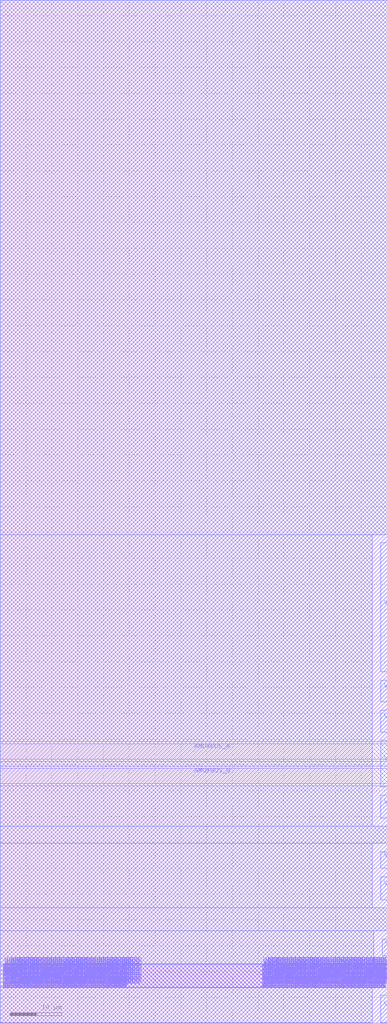
<source format=lef>
# Copyright 2020 The SkyWater PDK Authors
#
# Licensed under the Apache License, Version 2.0 (the "License");
# you may not use this file except in compliance with the License.
# You may obtain a copy of the License at
#
#     https://www.apache.org/licenses/LICENSE-2.0
#
# Unless required by applicable law or agreed to in writing, software
# distributed under the License is distributed on an "AS IS" BASIS,
# WITHOUT WARRANTIES OR CONDITIONS OF ANY KIND, either express or implied.
# See the License for the specific language governing permissions and
# limitations under the License.
#
# SPDX-License-Identifier: Apache-2.0

VERSION 5.7 ;
  NOWIREEXTENSIONATPIN ON ;
  DIVIDERCHAR "/" ;
  BUSBITCHARS "[]" ;
MACRO sky130_fd_io__overlay_vccd_lvc
  CLASS BLOCK ;
  FOREIGN sky130_fd_io__overlay_vccd_lvc ;
  ORIGIN  0.000000  0.000000 ;
  SIZE  75.00000 BY  198.0000 ;
  SYMMETRY X Y R90 ;
  PIN AMUXBUS_A
    DIRECTION INOUT ;
    USE SIGNAL ;
    PORT
      LAYER met4 ;
        RECT 0.000000 51.125000 75.000000 54.105000 ;
    END
  END AMUXBUS_A
  PIN AMUXBUS_B
    DIRECTION INOUT ;
    USE SIGNAL ;
    PORT
      LAYER met4 ;
        RECT 0.000000 46.365000 75.000000 49.345000 ;
    END
  END AMUXBUS_B
  PIN VCCD
    DIRECTION INOUT ;
    USE POWER ;
    PORT
      LAYER met3 ;
        RECT 0.630000 10.340000 0.950000 10.660000 ;
      LAYER met4 ;
        RECT 0.630000 10.340000 0.950000 10.660000 ;
    END
    PORT
      LAYER met3 ;
        RECT 0.630000 10.770000 0.950000 11.090000 ;
      LAYER met4 ;
        RECT 0.630000 10.770000 0.950000 11.090000 ;
    END
    PORT
      LAYER met3 ;
        RECT 0.630000 11.200000 0.950000 11.520000 ;
      LAYER met4 ;
        RECT 0.630000 11.200000 0.950000 11.520000 ;
    END
    PORT
      LAYER met3 ;
        RECT 0.630000 6.900000 0.950000 7.220000 ;
      LAYER met4 ;
        RECT 0.630000 6.900000 0.950000 7.220000 ;
    END
    PORT
      LAYER met3 ;
        RECT 0.630000 7.330000 0.950000 7.650000 ;
      LAYER met4 ;
        RECT 0.630000 7.330000 0.950000 7.650000 ;
    END
    PORT
      LAYER met3 ;
        RECT 0.630000 7.760000 0.950000 8.080000 ;
      LAYER met4 ;
        RECT 0.630000 7.760000 0.950000 8.080000 ;
    END
    PORT
      LAYER met3 ;
        RECT 0.630000 8.190000 0.950000 8.510000 ;
      LAYER met4 ;
        RECT 0.630000 8.190000 0.950000 8.510000 ;
    END
    PORT
      LAYER met3 ;
        RECT 0.630000 8.620000 0.950000 8.940000 ;
      LAYER met4 ;
        RECT 0.630000 8.620000 0.950000 8.940000 ;
    END
    PORT
      LAYER met3 ;
        RECT 0.630000 9.050000 0.950000 9.370000 ;
      LAYER met4 ;
        RECT 0.630000 9.050000 0.950000 9.370000 ;
    END
    PORT
      LAYER met3 ;
        RECT 0.630000 9.480000 0.950000 9.800000 ;
      LAYER met4 ;
        RECT 0.630000 9.480000 0.950000 9.800000 ;
    END
    PORT
      LAYER met3 ;
        RECT 0.630000 9.910000 0.950000 10.230000 ;
      LAYER met4 ;
        RECT 0.630000 9.910000 0.950000 10.230000 ;
    END
    PORT
      LAYER met3 ;
        RECT 1.040000 10.340000 1.360000 10.660000 ;
      LAYER met4 ;
        RECT 1.040000 10.340000 1.360000 10.660000 ;
    END
    PORT
      LAYER met3 ;
        RECT 1.040000 10.770000 1.360000 11.090000 ;
      LAYER met4 ;
        RECT 1.040000 10.770000 1.360000 11.090000 ;
    END
    PORT
      LAYER met3 ;
        RECT 1.040000 11.200000 1.360000 11.520000 ;
      LAYER met4 ;
        RECT 1.040000 11.200000 1.360000 11.520000 ;
    END
    PORT
      LAYER met3 ;
        RECT 1.040000 6.900000 1.360000 7.220000 ;
      LAYER met4 ;
        RECT 1.040000 6.900000 1.360000 7.220000 ;
    END
    PORT
      LAYER met3 ;
        RECT 1.040000 7.330000 1.360000 7.650000 ;
      LAYER met4 ;
        RECT 1.040000 7.330000 1.360000 7.650000 ;
    END
    PORT
      LAYER met3 ;
        RECT 1.040000 7.760000 1.360000 8.080000 ;
      LAYER met4 ;
        RECT 1.040000 7.760000 1.360000 8.080000 ;
    END
    PORT
      LAYER met3 ;
        RECT 1.040000 8.190000 1.360000 8.510000 ;
      LAYER met4 ;
        RECT 1.040000 8.190000 1.360000 8.510000 ;
    END
    PORT
      LAYER met3 ;
        RECT 1.040000 8.620000 1.360000 8.940000 ;
      LAYER met4 ;
        RECT 1.040000 8.620000 1.360000 8.940000 ;
    END
    PORT
      LAYER met3 ;
        RECT 1.040000 9.050000 1.360000 9.370000 ;
      LAYER met4 ;
        RECT 1.040000 9.050000 1.360000 9.370000 ;
    END
    PORT
      LAYER met3 ;
        RECT 1.040000 9.480000 1.360000 9.800000 ;
      LAYER met4 ;
        RECT 1.040000 9.480000 1.360000 9.800000 ;
    END
    PORT
      LAYER met3 ;
        RECT 1.040000 9.910000 1.360000 10.230000 ;
      LAYER met4 ;
        RECT 1.040000 9.910000 1.360000 10.230000 ;
    END
    PORT
      LAYER met3 ;
        RECT 1.450000 10.340000 1.770000 10.660000 ;
      LAYER met4 ;
        RECT 1.450000 10.340000 1.770000 10.660000 ;
    END
    PORT
      LAYER met3 ;
        RECT 1.450000 10.770000 1.770000 11.090000 ;
      LAYER met4 ;
        RECT 1.450000 10.770000 1.770000 11.090000 ;
    END
    PORT
      LAYER met3 ;
        RECT 1.450000 11.200000 1.770000 11.520000 ;
      LAYER met4 ;
        RECT 1.450000 11.200000 1.770000 11.520000 ;
    END
    PORT
      LAYER met3 ;
        RECT 1.450000 6.900000 1.770000 7.220000 ;
      LAYER met4 ;
        RECT 1.450000 6.900000 1.770000 7.220000 ;
    END
    PORT
      LAYER met3 ;
        RECT 1.450000 7.330000 1.770000 7.650000 ;
      LAYER met4 ;
        RECT 1.450000 7.330000 1.770000 7.650000 ;
    END
    PORT
      LAYER met3 ;
        RECT 1.450000 7.760000 1.770000 8.080000 ;
      LAYER met4 ;
        RECT 1.450000 7.760000 1.770000 8.080000 ;
    END
    PORT
      LAYER met3 ;
        RECT 1.450000 8.190000 1.770000 8.510000 ;
      LAYER met4 ;
        RECT 1.450000 8.190000 1.770000 8.510000 ;
    END
    PORT
      LAYER met3 ;
        RECT 1.450000 8.620000 1.770000 8.940000 ;
      LAYER met4 ;
        RECT 1.450000 8.620000 1.770000 8.940000 ;
    END
    PORT
      LAYER met3 ;
        RECT 1.450000 9.050000 1.770000 9.370000 ;
      LAYER met4 ;
        RECT 1.450000 9.050000 1.770000 9.370000 ;
    END
    PORT
      LAYER met3 ;
        RECT 1.450000 9.480000 1.770000 9.800000 ;
      LAYER met4 ;
        RECT 1.450000 9.480000 1.770000 9.800000 ;
    END
    PORT
      LAYER met3 ;
        RECT 1.450000 9.910000 1.770000 10.230000 ;
      LAYER met4 ;
        RECT 1.450000 9.910000 1.770000 10.230000 ;
    END
    PORT
      LAYER met3 ;
        RECT 1.860000 10.340000 2.180000 10.660000 ;
      LAYER met4 ;
        RECT 1.860000 10.340000 2.180000 10.660000 ;
    END
    PORT
      LAYER met3 ;
        RECT 1.860000 10.770000 2.180000 11.090000 ;
      LAYER met4 ;
        RECT 1.860000 10.770000 2.180000 11.090000 ;
    END
    PORT
      LAYER met3 ;
        RECT 1.860000 11.200000 2.180000 11.520000 ;
      LAYER met4 ;
        RECT 1.860000 11.200000 2.180000 11.520000 ;
    END
    PORT
      LAYER met3 ;
        RECT 1.860000 6.900000 2.180000 7.220000 ;
      LAYER met4 ;
        RECT 1.860000 6.900000 2.180000 7.220000 ;
    END
    PORT
      LAYER met3 ;
        RECT 1.860000 7.330000 2.180000 7.650000 ;
      LAYER met4 ;
        RECT 1.860000 7.330000 2.180000 7.650000 ;
    END
    PORT
      LAYER met3 ;
        RECT 1.860000 7.760000 2.180000 8.080000 ;
      LAYER met4 ;
        RECT 1.860000 7.760000 2.180000 8.080000 ;
    END
    PORT
      LAYER met3 ;
        RECT 1.860000 8.190000 2.180000 8.510000 ;
      LAYER met4 ;
        RECT 1.860000 8.190000 2.180000 8.510000 ;
    END
    PORT
      LAYER met3 ;
        RECT 1.860000 8.620000 2.180000 8.940000 ;
      LAYER met4 ;
        RECT 1.860000 8.620000 2.180000 8.940000 ;
    END
    PORT
      LAYER met3 ;
        RECT 1.860000 9.050000 2.180000 9.370000 ;
      LAYER met4 ;
        RECT 1.860000 9.050000 2.180000 9.370000 ;
    END
    PORT
      LAYER met3 ;
        RECT 1.860000 9.480000 2.180000 9.800000 ;
      LAYER met4 ;
        RECT 1.860000 9.480000 2.180000 9.800000 ;
    END
    PORT
      LAYER met3 ;
        RECT 1.860000 9.910000 2.180000 10.230000 ;
      LAYER met4 ;
        RECT 1.860000 9.910000 2.180000 10.230000 ;
    END
    PORT
      LAYER met3 ;
        RECT 10.380000 10.340000 10.700000 10.660000 ;
      LAYER met4 ;
        RECT 10.380000 10.340000 10.700000 10.660000 ;
    END
    PORT
      LAYER met3 ;
        RECT 10.380000 10.770000 10.700000 11.090000 ;
      LAYER met4 ;
        RECT 10.380000 10.770000 10.700000 11.090000 ;
    END
    PORT
      LAYER met3 ;
        RECT 10.380000 11.200000 10.700000 11.520000 ;
      LAYER met4 ;
        RECT 10.380000 11.200000 10.700000 11.520000 ;
    END
    PORT
      LAYER met3 ;
        RECT 10.380000 6.900000 10.700000 7.220000 ;
      LAYER met4 ;
        RECT 10.380000 6.900000 10.700000 7.220000 ;
    END
    PORT
      LAYER met3 ;
        RECT 10.380000 7.330000 10.700000 7.650000 ;
      LAYER met4 ;
        RECT 10.380000 7.330000 10.700000 7.650000 ;
    END
    PORT
      LAYER met3 ;
        RECT 10.380000 7.760000 10.700000 8.080000 ;
      LAYER met4 ;
        RECT 10.380000 7.760000 10.700000 8.080000 ;
    END
    PORT
      LAYER met3 ;
        RECT 10.380000 8.190000 10.700000 8.510000 ;
      LAYER met4 ;
        RECT 10.380000 8.190000 10.700000 8.510000 ;
    END
    PORT
      LAYER met3 ;
        RECT 10.380000 8.620000 10.700000 8.940000 ;
      LAYER met4 ;
        RECT 10.380000 8.620000 10.700000 8.940000 ;
    END
    PORT
      LAYER met3 ;
        RECT 10.380000 9.050000 10.700000 9.370000 ;
      LAYER met4 ;
        RECT 10.380000 9.050000 10.700000 9.370000 ;
    END
    PORT
      LAYER met3 ;
        RECT 10.380000 9.480000 10.700000 9.800000 ;
      LAYER met4 ;
        RECT 10.380000 9.480000 10.700000 9.800000 ;
    END
    PORT
      LAYER met3 ;
        RECT 10.380000 9.910000 10.700000 10.230000 ;
      LAYER met4 ;
        RECT 10.380000 9.910000 10.700000 10.230000 ;
    END
    PORT
      LAYER met3 ;
        RECT 10.785000 10.340000 11.105000 10.660000 ;
      LAYER met4 ;
        RECT 10.785000 10.340000 11.105000 10.660000 ;
    END
    PORT
      LAYER met3 ;
        RECT 10.785000 10.770000 11.105000 11.090000 ;
      LAYER met4 ;
        RECT 10.785000 10.770000 11.105000 11.090000 ;
    END
    PORT
      LAYER met3 ;
        RECT 10.785000 11.200000 11.105000 11.520000 ;
      LAYER met4 ;
        RECT 10.785000 11.200000 11.105000 11.520000 ;
    END
    PORT
      LAYER met3 ;
        RECT 10.785000 6.900000 11.105000 7.220000 ;
      LAYER met4 ;
        RECT 10.785000 6.900000 11.105000 7.220000 ;
    END
    PORT
      LAYER met3 ;
        RECT 10.785000 7.330000 11.105000 7.650000 ;
      LAYER met4 ;
        RECT 10.785000 7.330000 11.105000 7.650000 ;
    END
    PORT
      LAYER met3 ;
        RECT 10.785000 7.760000 11.105000 8.080000 ;
      LAYER met4 ;
        RECT 10.785000 7.760000 11.105000 8.080000 ;
    END
    PORT
      LAYER met3 ;
        RECT 10.785000 8.190000 11.105000 8.510000 ;
      LAYER met4 ;
        RECT 10.785000 8.190000 11.105000 8.510000 ;
    END
    PORT
      LAYER met3 ;
        RECT 10.785000 8.620000 11.105000 8.940000 ;
      LAYER met4 ;
        RECT 10.785000 8.620000 11.105000 8.940000 ;
    END
    PORT
      LAYER met3 ;
        RECT 10.785000 9.050000 11.105000 9.370000 ;
      LAYER met4 ;
        RECT 10.785000 9.050000 11.105000 9.370000 ;
    END
    PORT
      LAYER met3 ;
        RECT 10.785000 9.480000 11.105000 9.800000 ;
      LAYER met4 ;
        RECT 10.785000 9.480000 11.105000 9.800000 ;
    END
    PORT
      LAYER met3 ;
        RECT 10.785000 9.910000 11.105000 10.230000 ;
      LAYER met4 ;
        RECT 10.785000 9.910000 11.105000 10.230000 ;
    END
    PORT
      LAYER met3 ;
        RECT 11.190000 10.340000 11.510000 10.660000 ;
      LAYER met4 ;
        RECT 11.190000 10.340000 11.510000 10.660000 ;
    END
    PORT
      LAYER met3 ;
        RECT 11.190000 10.770000 11.510000 11.090000 ;
      LAYER met4 ;
        RECT 11.190000 10.770000 11.510000 11.090000 ;
    END
    PORT
      LAYER met3 ;
        RECT 11.190000 11.200000 11.510000 11.520000 ;
      LAYER met4 ;
        RECT 11.190000 11.200000 11.510000 11.520000 ;
    END
    PORT
      LAYER met3 ;
        RECT 11.190000 6.900000 11.510000 7.220000 ;
      LAYER met4 ;
        RECT 11.190000 6.900000 11.510000 7.220000 ;
    END
    PORT
      LAYER met3 ;
        RECT 11.190000 7.330000 11.510000 7.650000 ;
      LAYER met4 ;
        RECT 11.190000 7.330000 11.510000 7.650000 ;
    END
    PORT
      LAYER met3 ;
        RECT 11.190000 7.760000 11.510000 8.080000 ;
      LAYER met4 ;
        RECT 11.190000 7.760000 11.510000 8.080000 ;
    END
    PORT
      LAYER met3 ;
        RECT 11.190000 8.190000 11.510000 8.510000 ;
      LAYER met4 ;
        RECT 11.190000 8.190000 11.510000 8.510000 ;
    END
    PORT
      LAYER met3 ;
        RECT 11.190000 8.620000 11.510000 8.940000 ;
      LAYER met4 ;
        RECT 11.190000 8.620000 11.510000 8.940000 ;
    END
    PORT
      LAYER met3 ;
        RECT 11.190000 9.050000 11.510000 9.370000 ;
      LAYER met4 ;
        RECT 11.190000 9.050000 11.510000 9.370000 ;
    END
    PORT
      LAYER met3 ;
        RECT 11.190000 9.480000 11.510000 9.800000 ;
      LAYER met4 ;
        RECT 11.190000 9.480000 11.510000 9.800000 ;
    END
    PORT
      LAYER met3 ;
        RECT 11.190000 9.910000 11.510000 10.230000 ;
      LAYER met4 ;
        RECT 11.190000 9.910000 11.510000 10.230000 ;
    END
    PORT
      LAYER met3 ;
        RECT 11.595000 10.340000 11.915000 10.660000 ;
      LAYER met4 ;
        RECT 11.595000 10.340000 11.915000 10.660000 ;
    END
    PORT
      LAYER met3 ;
        RECT 11.595000 10.770000 11.915000 11.090000 ;
      LAYER met4 ;
        RECT 11.595000 10.770000 11.915000 11.090000 ;
    END
    PORT
      LAYER met3 ;
        RECT 11.595000 11.200000 11.915000 11.520000 ;
      LAYER met4 ;
        RECT 11.595000 11.200000 11.915000 11.520000 ;
    END
    PORT
      LAYER met3 ;
        RECT 11.595000 6.900000 11.915000 7.220000 ;
      LAYER met4 ;
        RECT 11.595000 6.900000 11.915000 7.220000 ;
    END
    PORT
      LAYER met3 ;
        RECT 11.595000 7.330000 11.915000 7.650000 ;
      LAYER met4 ;
        RECT 11.595000 7.330000 11.915000 7.650000 ;
    END
    PORT
      LAYER met3 ;
        RECT 11.595000 7.760000 11.915000 8.080000 ;
      LAYER met4 ;
        RECT 11.595000 7.760000 11.915000 8.080000 ;
    END
    PORT
      LAYER met3 ;
        RECT 11.595000 8.190000 11.915000 8.510000 ;
      LAYER met4 ;
        RECT 11.595000 8.190000 11.915000 8.510000 ;
    END
    PORT
      LAYER met3 ;
        RECT 11.595000 8.620000 11.915000 8.940000 ;
      LAYER met4 ;
        RECT 11.595000 8.620000 11.915000 8.940000 ;
    END
    PORT
      LAYER met3 ;
        RECT 11.595000 9.050000 11.915000 9.370000 ;
      LAYER met4 ;
        RECT 11.595000 9.050000 11.915000 9.370000 ;
    END
    PORT
      LAYER met3 ;
        RECT 11.595000 9.480000 11.915000 9.800000 ;
      LAYER met4 ;
        RECT 11.595000 9.480000 11.915000 9.800000 ;
    END
    PORT
      LAYER met3 ;
        RECT 11.595000 9.910000 11.915000 10.230000 ;
      LAYER met4 ;
        RECT 11.595000 9.910000 11.915000 10.230000 ;
    END
    PORT
      LAYER met3 ;
        RECT 12.000000 10.340000 12.320000 10.660000 ;
      LAYER met4 ;
        RECT 12.000000 10.340000 12.320000 10.660000 ;
    END
    PORT
      LAYER met3 ;
        RECT 12.000000 10.770000 12.320000 11.090000 ;
      LAYER met4 ;
        RECT 12.000000 10.770000 12.320000 11.090000 ;
    END
    PORT
      LAYER met3 ;
        RECT 12.000000 11.200000 12.320000 11.520000 ;
      LAYER met4 ;
        RECT 12.000000 11.200000 12.320000 11.520000 ;
    END
    PORT
      LAYER met3 ;
        RECT 12.000000 6.900000 12.320000 7.220000 ;
      LAYER met4 ;
        RECT 12.000000 6.900000 12.320000 7.220000 ;
    END
    PORT
      LAYER met3 ;
        RECT 12.000000 7.330000 12.320000 7.650000 ;
      LAYER met4 ;
        RECT 12.000000 7.330000 12.320000 7.650000 ;
    END
    PORT
      LAYER met3 ;
        RECT 12.000000 7.760000 12.320000 8.080000 ;
      LAYER met4 ;
        RECT 12.000000 7.760000 12.320000 8.080000 ;
    END
    PORT
      LAYER met3 ;
        RECT 12.000000 8.190000 12.320000 8.510000 ;
      LAYER met4 ;
        RECT 12.000000 8.190000 12.320000 8.510000 ;
    END
    PORT
      LAYER met3 ;
        RECT 12.000000 8.620000 12.320000 8.940000 ;
      LAYER met4 ;
        RECT 12.000000 8.620000 12.320000 8.940000 ;
    END
    PORT
      LAYER met3 ;
        RECT 12.000000 9.050000 12.320000 9.370000 ;
      LAYER met4 ;
        RECT 12.000000 9.050000 12.320000 9.370000 ;
    END
    PORT
      LAYER met3 ;
        RECT 12.000000 9.480000 12.320000 9.800000 ;
      LAYER met4 ;
        RECT 12.000000 9.480000 12.320000 9.800000 ;
    END
    PORT
      LAYER met3 ;
        RECT 12.000000 9.910000 12.320000 10.230000 ;
      LAYER met4 ;
        RECT 12.000000 9.910000 12.320000 10.230000 ;
    END
    PORT
      LAYER met3 ;
        RECT 12.405000 10.340000 12.725000 10.660000 ;
      LAYER met4 ;
        RECT 12.405000 10.340000 12.725000 10.660000 ;
    END
    PORT
      LAYER met3 ;
        RECT 12.405000 10.770000 12.725000 11.090000 ;
      LAYER met4 ;
        RECT 12.405000 10.770000 12.725000 11.090000 ;
    END
    PORT
      LAYER met3 ;
        RECT 12.405000 11.200000 12.725000 11.520000 ;
      LAYER met4 ;
        RECT 12.405000 11.200000 12.725000 11.520000 ;
    END
    PORT
      LAYER met3 ;
        RECT 12.405000 6.900000 12.725000 7.220000 ;
      LAYER met4 ;
        RECT 12.405000 6.900000 12.725000 7.220000 ;
    END
    PORT
      LAYER met3 ;
        RECT 12.405000 7.330000 12.725000 7.650000 ;
      LAYER met4 ;
        RECT 12.405000 7.330000 12.725000 7.650000 ;
    END
    PORT
      LAYER met3 ;
        RECT 12.405000 7.760000 12.725000 8.080000 ;
      LAYER met4 ;
        RECT 12.405000 7.760000 12.725000 8.080000 ;
    END
    PORT
      LAYER met3 ;
        RECT 12.405000 8.190000 12.725000 8.510000 ;
      LAYER met4 ;
        RECT 12.405000 8.190000 12.725000 8.510000 ;
    END
    PORT
      LAYER met3 ;
        RECT 12.405000 8.620000 12.725000 8.940000 ;
      LAYER met4 ;
        RECT 12.405000 8.620000 12.725000 8.940000 ;
    END
    PORT
      LAYER met3 ;
        RECT 12.405000 9.050000 12.725000 9.370000 ;
      LAYER met4 ;
        RECT 12.405000 9.050000 12.725000 9.370000 ;
    END
    PORT
      LAYER met3 ;
        RECT 12.405000 9.480000 12.725000 9.800000 ;
      LAYER met4 ;
        RECT 12.405000 9.480000 12.725000 9.800000 ;
    END
    PORT
      LAYER met3 ;
        RECT 12.405000 9.910000 12.725000 10.230000 ;
      LAYER met4 ;
        RECT 12.405000 9.910000 12.725000 10.230000 ;
    END
    PORT
      LAYER met3 ;
        RECT 12.810000 10.340000 13.130000 10.660000 ;
      LAYER met4 ;
        RECT 12.810000 10.340000 13.130000 10.660000 ;
    END
    PORT
      LAYER met3 ;
        RECT 12.810000 10.770000 13.130000 11.090000 ;
      LAYER met4 ;
        RECT 12.810000 10.770000 13.130000 11.090000 ;
    END
    PORT
      LAYER met3 ;
        RECT 12.810000 11.200000 13.130000 11.520000 ;
      LAYER met4 ;
        RECT 12.810000 11.200000 13.130000 11.520000 ;
    END
    PORT
      LAYER met3 ;
        RECT 12.810000 6.900000 13.130000 7.220000 ;
      LAYER met4 ;
        RECT 12.810000 6.900000 13.130000 7.220000 ;
    END
    PORT
      LAYER met3 ;
        RECT 12.810000 7.330000 13.130000 7.650000 ;
      LAYER met4 ;
        RECT 12.810000 7.330000 13.130000 7.650000 ;
    END
    PORT
      LAYER met3 ;
        RECT 12.810000 7.760000 13.130000 8.080000 ;
      LAYER met4 ;
        RECT 12.810000 7.760000 13.130000 8.080000 ;
    END
    PORT
      LAYER met3 ;
        RECT 12.810000 8.190000 13.130000 8.510000 ;
      LAYER met4 ;
        RECT 12.810000 8.190000 13.130000 8.510000 ;
    END
    PORT
      LAYER met3 ;
        RECT 12.810000 8.620000 13.130000 8.940000 ;
      LAYER met4 ;
        RECT 12.810000 8.620000 13.130000 8.940000 ;
    END
    PORT
      LAYER met3 ;
        RECT 12.810000 9.050000 13.130000 9.370000 ;
      LAYER met4 ;
        RECT 12.810000 9.050000 13.130000 9.370000 ;
    END
    PORT
      LAYER met3 ;
        RECT 12.810000 9.480000 13.130000 9.800000 ;
      LAYER met4 ;
        RECT 12.810000 9.480000 13.130000 9.800000 ;
    END
    PORT
      LAYER met3 ;
        RECT 12.810000 9.910000 13.130000 10.230000 ;
      LAYER met4 ;
        RECT 12.810000 9.910000 13.130000 10.230000 ;
    END
    PORT
      LAYER met3 ;
        RECT 13.215000 10.340000 13.535000 10.660000 ;
      LAYER met4 ;
        RECT 13.215000 10.340000 13.535000 10.660000 ;
    END
    PORT
      LAYER met3 ;
        RECT 13.215000 10.770000 13.535000 11.090000 ;
      LAYER met4 ;
        RECT 13.215000 10.770000 13.535000 11.090000 ;
    END
    PORT
      LAYER met3 ;
        RECT 13.215000 11.200000 13.535000 11.520000 ;
      LAYER met4 ;
        RECT 13.215000 11.200000 13.535000 11.520000 ;
    END
    PORT
      LAYER met3 ;
        RECT 13.215000 6.900000 13.535000 7.220000 ;
      LAYER met4 ;
        RECT 13.215000 6.900000 13.535000 7.220000 ;
    END
    PORT
      LAYER met3 ;
        RECT 13.215000 7.330000 13.535000 7.650000 ;
      LAYER met4 ;
        RECT 13.215000 7.330000 13.535000 7.650000 ;
    END
    PORT
      LAYER met3 ;
        RECT 13.215000 7.760000 13.535000 8.080000 ;
      LAYER met4 ;
        RECT 13.215000 7.760000 13.535000 8.080000 ;
    END
    PORT
      LAYER met3 ;
        RECT 13.215000 8.190000 13.535000 8.510000 ;
      LAYER met4 ;
        RECT 13.215000 8.190000 13.535000 8.510000 ;
    END
    PORT
      LAYER met3 ;
        RECT 13.215000 8.620000 13.535000 8.940000 ;
      LAYER met4 ;
        RECT 13.215000 8.620000 13.535000 8.940000 ;
    END
    PORT
      LAYER met3 ;
        RECT 13.215000 9.050000 13.535000 9.370000 ;
      LAYER met4 ;
        RECT 13.215000 9.050000 13.535000 9.370000 ;
    END
    PORT
      LAYER met3 ;
        RECT 13.215000 9.480000 13.535000 9.800000 ;
      LAYER met4 ;
        RECT 13.215000 9.480000 13.535000 9.800000 ;
    END
    PORT
      LAYER met3 ;
        RECT 13.215000 9.910000 13.535000 10.230000 ;
      LAYER met4 ;
        RECT 13.215000 9.910000 13.535000 10.230000 ;
    END
    PORT
      LAYER met3 ;
        RECT 13.620000 10.340000 13.940000 10.660000 ;
      LAYER met4 ;
        RECT 13.620000 10.340000 13.940000 10.660000 ;
    END
    PORT
      LAYER met3 ;
        RECT 13.620000 10.770000 13.940000 11.090000 ;
      LAYER met4 ;
        RECT 13.620000 10.770000 13.940000 11.090000 ;
    END
    PORT
      LAYER met3 ;
        RECT 13.620000 11.200000 13.940000 11.520000 ;
      LAYER met4 ;
        RECT 13.620000 11.200000 13.940000 11.520000 ;
    END
    PORT
      LAYER met3 ;
        RECT 13.620000 6.900000 13.940000 7.220000 ;
      LAYER met4 ;
        RECT 13.620000 6.900000 13.940000 7.220000 ;
    END
    PORT
      LAYER met3 ;
        RECT 13.620000 7.330000 13.940000 7.650000 ;
      LAYER met4 ;
        RECT 13.620000 7.330000 13.940000 7.650000 ;
    END
    PORT
      LAYER met3 ;
        RECT 13.620000 7.760000 13.940000 8.080000 ;
      LAYER met4 ;
        RECT 13.620000 7.760000 13.940000 8.080000 ;
    END
    PORT
      LAYER met3 ;
        RECT 13.620000 8.190000 13.940000 8.510000 ;
      LAYER met4 ;
        RECT 13.620000 8.190000 13.940000 8.510000 ;
    END
    PORT
      LAYER met3 ;
        RECT 13.620000 8.620000 13.940000 8.940000 ;
      LAYER met4 ;
        RECT 13.620000 8.620000 13.940000 8.940000 ;
    END
    PORT
      LAYER met3 ;
        RECT 13.620000 9.050000 13.940000 9.370000 ;
      LAYER met4 ;
        RECT 13.620000 9.050000 13.940000 9.370000 ;
    END
    PORT
      LAYER met3 ;
        RECT 13.620000 9.480000 13.940000 9.800000 ;
      LAYER met4 ;
        RECT 13.620000 9.480000 13.940000 9.800000 ;
    END
    PORT
      LAYER met3 ;
        RECT 13.620000 9.910000 13.940000 10.230000 ;
      LAYER met4 ;
        RECT 13.620000 9.910000 13.940000 10.230000 ;
    END
    PORT
      LAYER met3 ;
        RECT 14.025000 10.340000 14.345000 10.660000 ;
      LAYER met4 ;
        RECT 14.025000 10.340000 14.345000 10.660000 ;
    END
    PORT
      LAYER met3 ;
        RECT 14.025000 10.770000 14.345000 11.090000 ;
      LAYER met4 ;
        RECT 14.025000 10.770000 14.345000 11.090000 ;
    END
    PORT
      LAYER met3 ;
        RECT 14.025000 11.200000 14.345000 11.520000 ;
      LAYER met4 ;
        RECT 14.025000 11.200000 14.345000 11.520000 ;
    END
    PORT
      LAYER met3 ;
        RECT 14.025000 6.900000 14.345000 7.220000 ;
      LAYER met4 ;
        RECT 14.025000 6.900000 14.345000 7.220000 ;
    END
    PORT
      LAYER met3 ;
        RECT 14.025000 7.330000 14.345000 7.650000 ;
      LAYER met4 ;
        RECT 14.025000 7.330000 14.345000 7.650000 ;
    END
    PORT
      LAYER met3 ;
        RECT 14.025000 7.760000 14.345000 8.080000 ;
      LAYER met4 ;
        RECT 14.025000 7.760000 14.345000 8.080000 ;
    END
    PORT
      LAYER met3 ;
        RECT 14.025000 8.190000 14.345000 8.510000 ;
      LAYER met4 ;
        RECT 14.025000 8.190000 14.345000 8.510000 ;
    END
    PORT
      LAYER met3 ;
        RECT 14.025000 8.620000 14.345000 8.940000 ;
      LAYER met4 ;
        RECT 14.025000 8.620000 14.345000 8.940000 ;
    END
    PORT
      LAYER met3 ;
        RECT 14.025000 9.050000 14.345000 9.370000 ;
      LAYER met4 ;
        RECT 14.025000 9.050000 14.345000 9.370000 ;
    END
    PORT
      LAYER met3 ;
        RECT 14.025000 9.480000 14.345000 9.800000 ;
      LAYER met4 ;
        RECT 14.025000 9.480000 14.345000 9.800000 ;
    END
    PORT
      LAYER met3 ;
        RECT 14.025000 9.910000 14.345000 10.230000 ;
      LAYER met4 ;
        RECT 14.025000 9.910000 14.345000 10.230000 ;
    END
    PORT
      LAYER met3 ;
        RECT 14.430000 10.340000 14.750000 10.660000 ;
      LAYER met4 ;
        RECT 14.430000 10.340000 14.750000 10.660000 ;
    END
    PORT
      LAYER met3 ;
        RECT 14.430000 10.770000 14.750000 11.090000 ;
      LAYER met4 ;
        RECT 14.430000 10.770000 14.750000 11.090000 ;
    END
    PORT
      LAYER met3 ;
        RECT 14.430000 11.200000 14.750000 11.520000 ;
      LAYER met4 ;
        RECT 14.430000 11.200000 14.750000 11.520000 ;
    END
    PORT
      LAYER met3 ;
        RECT 14.430000 6.900000 14.750000 7.220000 ;
      LAYER met4 ;
        RECT 14.430000 6.900000 14.750000 7.220000 ;
    END
    PORT
      LAYER met3 ;
        RECT 14.430000 7.330000 14.750000 7.650000 ;
      LAYER met4 ;
        RECT 14.430000 7.330000 14.750000 7.650000 ;
    END
    PORT
      LAYER met3 ;
        RECT 14.430000 7.760000 14.750000 8.080000 ;
      LAYER met4 ;
        RECT 14.430000 7.760000 14.750000 8.080000 ;
    END
    PORT
      LAYER met3 ;
        RECT 14.430000 8.190000 14.750000 8.510000 ;
      LAYER met4 ;
        RECT 14.430000 8.190000 14.750000 8.510000 ;
    END
    PORT
      LAYER met3 ;
        RECT 14.430000 8.620000 14.750000 8.940000 ;
      LAYER met4 ;
        RECT 14.430000 8.620000 14.750000 8.940000 ;
    END
    PORT
      LAYER met3 ;
        RECT 14.430000 9.050000 14.750000 9.370000 ;
      LAYER met4 ;
        RECT 14.430000 9.050000 14.750000 9.370000 ;
    END
    PORT
      LAYER met3 ;
        RECT 14.430000 9.480000 14.750000 9.800000 ;
      LAYER met4 ;
        RECT 14.430000 9.480000 14.750000 9.800000 ;
    END
    PORT
      LAYER met3 ;
        RECT 14.430000 9.910000 14.750000 10.230000 ;
      LAYER met4 ;
        RECT 14.430000 9.910000 14.750000 10.230000 ;
    END
    PORT
      LAYER met3 ;
        RECT 14.835000 10.340000 15.155000 10.660000 ;
      LAYER met4 ;
        RECT 14.835000 10.340000 15.155000 10.660000 ;
    END
    PORT
      LAYER met3 ;
        RECT 14.835000 10.770000 15.155000 11.090000 ;
      LAYER met4 ;
        RECT 14.835000 10.770000 15.155000 11.090000 ;
    END
    PORT
      LAYER met3 ;
        RECT 14.835000 11.200000 15.155000 11.520000 ;
      LAYER met4 ;
        RECT 14.835000 11.200000 15.155000 11.520000 ;
    END
    PORT
      LAYER met3 ;
        RECT 14.835000 6.900000 15.155000 7.220000 ;
      LAYER met4 ;
        RECT 14.835000 6.900000 15.155000 7.220000 ;
    END
    PORT
      LAYER met3 ;
        RECT 14.835000 7.330000 15.155000 7.650000 ;
      LAYER met4 ;
        RECT 14.835000 7.330000 15.155000 7.650000 ;
    END
    PORT
      LAYER met3 ;
        RECT 14.835000 7.760000 15.155000 8.080000 ;
      LAYER met4 ;
        RECT 14.835000 7.760000 15.155000 8.080000 ;
    END
    PORT
      LAYER met3 ;
        RECT 14.835000 8.190000 15.155000 8.510000 ;
      LAYER met4 ;
        RECT 14.835000 8.190000 15.155000 8.510000 ;
    END
    PORT
      LAYER met3 ;
        RECT 14.835000 8.620000 15.155000 8.940000 ;
      LAYER met4 ;
        RECT 14.835000 8.620000 15.155000 8.940000 ;
    END
    PORT
      LAYER met3 ;
        RECT 14.835000 9.050000 15.155000 9.370000 ;
      LAYER met4 ;
        RECT 14.835000 9.050000 15.155000 9.370000 ;
    END
    PORT
      LAYER met3 ;
        RECT 14.835000 9.480000 15.155000 9.800000 ;
      LAYER met4 ;
        RECT 14.835000 9.480000 15.155000 9.800000 ;
    END
    PORT
      LAYER met3 ;
        RECT 14.835000 9.910000 15.155000 10.230000 ;
      LAYER met4 ;
        RECT 14.835000 9.910000 15.155000 10.230000 ;
    END
    PORT
      LAYER met3 ;
        RECT 15.240000 10.340000 15.560000 10.660000 ;
      LAYER met4 ;
        RECT 15.240000 10.340000 15.560000 10.660000 ;
    END
    PORT
      LAYER met3 ;
        RECT 15.240000 10.770000 15.560000 11.090000 ;
      LAYER met4 ;
        RECT 15.240000 10.770000 15.560000 11.090000 ;
    END
    PORT
      LAYER met3 ;
        RECT 15.240000 11.200000 15.560000 11.520000 ;
      LAYER met4 ;
        RECT 15.240000 11.200000 15.560000 11.520000 ;
    END
    PORT
      LAYER met3 ;
        RECT 15.240000 6.900000 15.560000 7.220000 ;
      LAYER met4 ;
        RECT 15.240000 6.900000 15.560000 7.220000 ;
    END
    PORT
      LAYER met3 ;
        RECT 15.240000 7.330000 15.560000 7.650000 ;
      LAYER met4 ;
        RECT 15.240000 7.330000 15.560000 7.650000 ;
    END
    PORT
      LAYER met3 ;
        RECT 15.240000 7.760000 15.560000 8.080000 ;
      LAYER met4 ;
        RECT 15.240000 7.760000 15.560000 8.080000 ;
    END
    PORT
      LAYER met3 ;
        RECT 15.240000 8.190000 15.560000 8.510000 ;
      LAYER met4 ;
        RECT 15.240000 8.190000 15.560000 8.510000 ;
    END
    PORT
      LAYER met3 ;
        RECT 15.240000 8.620000 15.560000 8.940000 ;
      LAYER met4 ;
        RECT 15.240000 8.620000 15.560000 8.940000 ;
    END
    PORT
      LAYER met3 ;
        RECT 15.240000 9.050000 15.560000 9.370000 ;
      LAYER met4 ;
        RECT 15.240000 9.050000 15.560000 9.370000 ;
    END
    PORT
      LAYER met3 ;
        RECT 15.240000 9.480000 15.560000 9.800000 ;
      LAYER met4 ;
        RECT 15.240000 9.480000 15.560000 9.800000 ;
    END
    PORT
      LAYER met3 ;
        RECT 15.240000 9.910000 15.560000 10.230000 ;
      LAYER met4 ;
        RECT 15.240000 9.910000 15.560000 10.230000 ;
    END
    PORT
      LAYER met3 ;
        RECT 15.645000 10.340000 15.965000 10.660000 ;
      LAYER met4 ;
        RECT 15.645000 10.340000 15.965000 10.660000 ;
    END
    PORT
      LAYER met3 ;
        RECT 15.645000 10.770000 15.965000 11.090000 ;
      LAYER met4 ;
        RECT 15.645000 10.770000 15.965000 11.090000 ;
    END
    PORT
      LAYER met3 ;
        RECT 15.645000 11.200000 15.965000 11.520000 ;
      LAYER met4 ;
        RECT 15.645000 11.200000 15.965000 11.520000 ;
    END
    PORT
      LAYER met3 ;
        RECT 15.645000 6.900000 15.965000 7.220000 ;
      LAYER met4 ;
        RECT 15.645000 6.900000 15.965000 7.220000 ;
    END
    PORT
      LAYER met3 ;
        RECT 15.645000 7.330000 15.965000 7.650000 ;
      LAYER met4 ;
        RECT 15.645000 7.330000 15.965000 7.650000 ;
    END
    PORT
      LAYER met3 ;
        RECT 15.645000 7.760000 15.965000 8.080000 ;
      LAYER met4 ;
        RECT 15.645000 7.760000 15.965000 8.080000 ;
    END
    PORT
      LAYER met3 ;
        RECT 15.645000 8.190000 15.965000 8.510000 ;
      LAYER met4 ;
        RECT 15.645000 8.190000 15.965000 8.510000 ;
    END
    PORT
      LAYER met3 ;
        RECT 15.645000 8.620000 15.965000 8.940000 ;
      LAYER met4 ;
        RECT 15.645000 8.620000 15.965000 8.940000 ;
    END
    PORT
      LAYER met3 ;
        RECT 15.645000 9.050000 15.965000 9.370000 ;
      LAYER met4 ;
        RECT 15.645000 9.050000 15.965000 9.370000 ;
    END
    PORT
      LAYER met3 ;
        RECT 15.645000 9.480000 15.965000 9.800000 ;
      LAYER met4 ;
        RECT 15.645000 9.480000 15.965000 9.800000 ;
    END
    PORT
      LAYER met3 ;
        RECT 15.645000 9.910000 15.965000 10.230000 ;
      LAYER met4 ;
        RECT 15.645000 9.910000 15.965000 10.230000 ;
    END
    PORT
      LAYER met3 ;
        RECT 16.050000 10.340000 16.370000 10.660000 ;
      LAYER met4 ;
        RECT 16.050000 10.340000 16.370000 10.660000 ;
    END
    PORT
      LAYER met3 ;
        RECT 16.050000 10.770000 16.370000 11.090000 ;
      LAYER met4 ;
        RECT 16.050000 10.770000 16.370000 11.090000 ;
    END
    PORT
      LAYER met3 ;
        RECT 16.050000 11.200000 16.370000 11.520000 ;
      LAYER met4 ;
        RECT 16.050000 11.200000 16.370000 11.520000 ;
    END
    PORT
      LAYER met3 ;
        RECT 16.050000 6.900000 16.370000 7.220000 ;
      LAYER met4 ;
        RECT 16.050000 6.900000 16.370000 7.220000 ;
    END
    PORT
      LAYER met3 ;
        RECT 16.050000 7.330000 16.370000 7.650000 ;
      LAYER met4 ;
        RECT 16.050000 7.330000 16.370000 7.650000 ;
    END
    PORT
      LAYER met3 ;
        RECT 16.050000 7.760000 16.370000 8.080000 ;
      LAYER met4 ;
        RECT 16.050000 7.760000 16.370000 8.080000 ;
    END
    PORT
      LAYER met3 ;
        RECT 16.050000 8.190000 16.370000 8.510000 ;
      LAYER met4 ;
        RECT 16.050000 8.190000 16.370000 8.510000 ;
    END
    PORT
      LAYER met3 ;
        RECT 16.050000 8.620000 16.370000 8.940000 ;
      LAYER met4 ;
        RECT 16.050000 8.620000 16.370000 8.940000 ;
    END
    PORT
      LAYER met3 ;
        RECT 16.050000 9.050000 16.370000 9.370000 ;
      LAYER met4 ;
        RECT 16.050000 9.050000 16.370000 9.370000 ;
    END
    PORT
      LAYER met3 ;
        RECT 16.050000 9.480000 16.370000 9.800000 ;
      LAYER met4 ;
        RECT 16.050000 9.480000 16.370000 9.800000 ;
    END
    PORT
      LAYER met3 ;
        RECT 16.050000 9.910000 16.370000 10.230000 ;
      LAYER met4 ;
        RECT 16.050000 9.910000 16.370000 10.230000 ;
    END
    PORT
      LAYER met3 ;
        RECT 16.455000 10.340000 16.775000 10.660000 ;
      LAYER met4 ;
        RECT 16.455000 10.340000 16.775000 10.660000 ;
    END
    PORT
      LAYER met3 ;
        RECT 16.455000 10.770000 16.775000 11.090000 ;
      LAYER met4 ;
        RECT 16.455000 10.770000 16.775000 11.090000 ;
    END
    PORT
      LAYER met3 ;
        RECT 16.455000 11.200000 16.775000 11.520000 ;
      LAYER met4 ;
        RECT 16.455000 11.200000 16.775000 11.520000 ;
    END
    PORT
      LAYER met3 ;
        RECT 16.455000 6.900000 16.775000 7.220000 ;
      LAYER met4 ;
        RECT 16.455000 6.900000 16.775000 7.220000 ;
    END
    PORT
      LAYER met3 ;
        RECT 16.455000 7.330000 16.775000 7.650000 ;
      LAYER met4 ;
        RECT 16.455000 7.330000 16.775000 7.650000 ;
    END
    PORT
      LAYER met3 ;
        RECT 16.455000 7.760000 16.775000 8.080000 ;
      LAYER met4 ;
        RECT 16.455000 7.760000 16.775000 8.080000 ;
    END
    PORT
      LAYER met3 ;
        RECT 16.455000 8.190000 16.775000 8.510000 ;
      LAYER met4 ;
        RECT 16.455000 8.190000 16.775000 8.510000 ;
    END
    PORT
      LAYER met3 ;
        RECT 16.455000 8.620000 16.775000 8.940000 ;
      LAYER met4 ;
        RECT 16.455000 8.620000 16.775000 8.940000 ;
    END
    PORT
      LAYER met3 ;
        RECT 16.455000 9.050000 16.775000 9.370000 ;
      LAYER met4 ;
        RECT 16.455000 9.050000 16.775000 9.370000 ;
    END
    PORT
      LAYER met3 ;
        RECT 16.455000 9.480000 16.775000 9.800000 ;
      LAYER met4 ;
        RECT 16.455000 9.480000 16.775000 9.800000 ;
    END
    PORT
      LAYER met3 ;
        RECT 16.455000 9.910000 16.775000 10.230000 ;
      LAYER met4 ;
        RECT 16.455000 9.910000 16.775000 10.230000 ;
    END
    PORT
      LAYER met3 ;
        RECT 16.860000 10.340000 17.180000 10.660000 ;
      LAYER met4 ;
        RECT 16.860000 10.340000 17.180000 10.660000 ;
    END
    PORT
      LAYER met3 ;
        RECT 16.860000 10.770000 17.180000 11.090000 ;
      LAYER met4 ;
        RECT 16.860000 10.770000 17.180000 11.090000 ;
    END
    PORT
      LAYER met3 ;
        RECT 16.860000 11.200000 17.180000 11.520000 ;
      LAYER met4 ;
        RECT 16.860000 11.200000 17.180000 11.520000 ;
    END
    PORT
      LAYER met3 ;
        RECT 16.860000 6.900000 17.180000 7.220000 ;
      LAYER met4 ;
        RECT 16.860000 6.900000 17.180000 7.220000 ;
    END
    PORT
      LAYER met3 ;
        RECT 16.860000 7.330000 17.180000 7.650000 ;
      LAYER met4 ;
        RECT 16.860000 7.330000 17.180000 7.650000 ;
    END
    PORT
      LAYER met3 ;
        RECT 16.860000 7.760000 17.180000 8.080000 ;
      LAYER met4 ;
        RECT 16.860000 7.760000 17.180000 8.080000 ;
    END
    PORT
      LAYER met3 ;
        RECT 16.860000 8.190000 17.180000 8.510000 ;
      LAYER met4 ;
        RECT 16.860000 8.190000 17.180000 8.510000 ;
    END
    PORT
      LAYER met3 ;
        RECT 16.860000 8.620000 17.180000 8.940000 ;
      LAYER met4 ;
        RECT 16.860000 8.620000 17.180000 8.940000 ;
    END
    PORT
      LAYER met3 ;
        RECT 16.860000 9.050000 17.180000 9.370000 ;
      LAYER met4 ;
        RECT 16.860000 9.050000 17.180000 9.370000 ;
    END
    PORT
      LAYER met3 ;
        RECT 16.860000 9.480000 17.180000 9.800000 ;
      LAYER met4 ;
        RECT 16.860000 9.480000 17.180000 9.800000 ;
    END
    PORT
      LAYER met3 ;
        RECT 16.860000 9.910000 17.180000 10.230000 ;
      LAYER met4 ;
        RECT 16.860000 9.910000 17.180000 10.230000 ;
    END
    PORT
      LAYER met3 ;
        RECT 17.265000 10.340000 17.585000 10.660000 ;
      LAYER met4 ;
        RECT 17.265000 10.340000 17.585000 10.660000 ;
    END
    PORT
      LAYER met3 ;
        RECT 17.265000 10.770000 17.585000 11.090000 ;
      LAYER met4 ;
        RECT 17.265000 10.770000 17.585000 11.090000 ;
    END
    PORT
      LAYER met3 ;
        RECT 17.265000 11.200000 17.585000 11.520000 ;
      LAYER met4 ;
        RECT 17.265000 11.200000 17.585000 11.520000 ;
    END
    PORT
      LAYER met3 ;
        RECT 17.265000 6.900000 17.585000 7.220000 ;
      LAYER met4 ;
        RECT 17.265000 6.900000 17.585000 7.220000 ;
    END
    PORT
      LAYER met3 ;
        RECT 17.265000 7.330000 17.585000 7.650000 ;
      LAYER met4 ;
        RECT 17.265000 7.330000 17.585000 7.650000 ;
    END
    PORT
      LAYER met3 ;
        RECT 17.265000 7.760000 17.585000 8.080000 ;
      LAYER met4 ;
        RECT 17.265000 7.760000 17.585000 8.080000 ;
    END
    PORT
      LAYER met3 ;
        RECT 17.265000 8.190000 17.585000 8.510000 ;
      LAYER met4 ;
        RECT 17.265000 8.190000 17.585000 8.510000 ;
    END
    PORT
      LAYER met3 ;
        RECT 17.265000 8.620000 17.585000 8.940000 ;
      LAYER met4 ;
        RECT 17.265000 8.620000 17.585000 8.940000 ;
    END
    PORT
      LAYER met3 ;
        RECT 17.265000 9.050000 17.585000 9.370000 ;
      LAYER met4 ;
        RECT 17.265000 9.050000 17.585000 9.370000 ;
    END
    PORT
      LAYER met3 ;
        RECT 17.265000 9.480000 17.585000 9.800000 ;
      LAYER met4 ;
        RECT 17.265000 9.480000 17.585000 9.800000 ;
    END
    PORT
      LAYER met3 ;
        RECT 17.265000 9.910000 17.585000 10.230000 ;
      LAYER met4 ;
        RECT 17.265000 9.910000 17.585000 10.230000 ;
    END
    PORT
      LAYER met3 ;
        RECT 17.670000 10.340000 17.990000 10.660000 ;
      LAYER met4 ;
        RECT 17.670000 10.340000 17.990000 10.660000 ;
    END
    PORT
      LAYER met3 ;
        RECT 17.670000 10.770000 17.990000 11.090000 ;
      LAYER met4 ;
        RECT 17.670000 10.770000 17.990000 11.090000 ;
    END
    PORT
      LAYER met3 ;
        RECT 17.670000 11.200000 17.990000 11.520000 ;
      LAYER met4 ;
        RECT 17.670000 11.200000 17.990000 11.520000 ;
    END
    PORT
      LAYER met3 ;
        RECT 17.670000 6.900000 17.990000 7.220000 ;
      LAYER met4 ;
        RECT 17.670000 6.900000 17.990000 7.220000 ;
    END
    PORT
      LAYER met3 ;
        RECT 17.670000 7.330000 17.990000 7.650000 ;
      LAYER met4 ;
        RECT 17.670000 7.330000 17.990000 7.650000 ;
    END
    PORT
      LAYER met3 ;
        RECT 17.670000 7.760000 17.990000 8.080000 ;
      LAYER met4 ;
        RECT 17.670000 7.760000 17.990000 8.080000 ;
    END
    PORT
      LAYER met3 ;
        RECT 17.670000 8.190000 17.990000 8.510000 ;
      LAYER met4 ;
        RECT 17.670000 8.190000 17.990000 8.510000 ;
    END
    PORT
      LAYER met3 ;
        RECT 17.670000 8.620000 17.990000 8.940000 ;
      LAYER met4 ;
        RECT 17.670000 8.620000 17.990000 8.940000 ;
    END
    PORT
      LAYER met3 ;
        RECT 17.670000 9.050000 17.990000 9.370000 ;
      LAYER met4 ;
        RECT 17.670000 9.050000 17.990000 9.370000 ;
    END
    PORT
      LAYER met3 ;
        RECT 17.670000 9.480000 17.990000 9.800000 ;
      LAYER met4 ;
        RECT 17.670000 9.480000 17.990000 9.800000 ;
    END
    PORT
      LAYER met3 ;
        RECT 17.670000 9.910000 17.990000 10.230000 ;
      LAYER met4 ;
        RECT 17.670000 9.910000 17.990000 10.230000 ;
    END
    PORT
      LAYER met3 ;
        RECT 18.075000 10.340000 18.395000 10.660000 ;
      LAYER met4 ;
        RECT 18.075000 10.340000 18.395000 10.660000 ;
    END
    PORT
      LAYER met3 ;
        RECT 18.075000 10.770000 18.395000 11.090000 ;
      LAYER met4 ;
        RECT 18.075000 10.770000 18.395000 11.090000 ;
    END
    PORT
      LAYER met3 ;
        RECT 18.075000 11.200000 18.395000 11.520000 ;
      LAYER met4 ;
        RECT 18.075000 11.200000 18.395000 11.520000 ;
    END
    PORT
      LAYER met3 ;
        RECT 18.075000 6.900000 18.395000 7.220000 ;
      LAYER met4 ;
        RECT 18.075000 6.900000 18.395000 7.220000 ;
    END
    PORT
      LAYER met3 ;
        RECT 18.075000 7.330000 18.395000 7.650000 ;
      LAYER met4 ;
        RECT 18.075000 7.330000 18.395000 7.650000 ;
    END
    PORT
      LAYER met3 ;
        RECT 18.075000 7.760000 18.395000 8.080000 ;
      LAYER met4 ;
        RECT 18.075000 7.760000 18.395000 8.080000 ;
    END
    PORT
      LAYER met3 ;
        RECT 18.075000 8.190000 18.395000 8.510000 ;
      LAYER met4 ;
        RECT 18.075000 8.190000 18.395000 8.510000 ;
    END
    PORT
      LAYER met3 ;
        RECT 18.075000 8.620000 18.395000 8.940000 ;
      LAYER met4 ;
        RECT 18.075000 8.620000 18.395000 8.940000 ;
    END
    PORT
      LAYER met3 ;
        RECT 18.075000 9.050000 18.395000 9.370000 ;
      LAYER met4 ;
        RECT 18.075000 9.050000 18.395000 9.370000 ;
    END
    PORT
      LAYER met3 ;
        RECT 18.075000 9.480000 18.395000 9.800000 ;
      LAYER met4 ;
        RECT 18.075000 9.480000 18.395000 9.800000 ;
    END
    PORT
      LAYER met3 ;
        RECT 18.075000 9.910000 18.395000 10.230000 ;
      LAYER met4 ;
        RECT 18.075000 9.910000 18.395000 10.230000 ;
    END
    PORT
      LAYER met3 ;
        RECT 18.480000 10.340000 18.800000 10.660000 ;
      LAYER met4 ;
        RECT 18.480000 10.340000 18.800000 10.660000 ;
    END
    PORT
      LAYER met3 ;
        RECT 18.480000 10.770000 18.800000 11.090000 ;
      LAYER met4 ;
        RECT 18.480000 10.770000 18.800000 11.090000 ;
    END
    PORT
      LAYER met3 ;
        RECT 18.480000 11.200000 18.800000 11.520000 ;
      LAYER met4 ;
        RECT 18.480000 11.200000 18.800000 11.520000 ;
    END
    PORT
      LAYER met3 ;
        RECT 18.480000 6.900000 18.800000 7.220000 ;
      LAYER met4 ;
        RECT 18.480000 6.900000 18.800000 7.220000 ;
    END
    PORT
      LAYER met3 ;
        RECT 18.480000 7.330000 18.800000 7.650000 ;
      LAYER met4 ;
        RECT 18.480000 7.330000 18.800000 7.650000 ;
    END
    PORT
      LAYER met3 ;
        RECT 18.480000 7.760000 18.800000 8.080000 ;
      LAYER met4 ;
        RECT 18.480000 7.760000 18.800000 8.080000 ;
    END
    PORT
      LAYER met3 ;
        RECT 18.480000 8.190000 18.800000 8.510000 ;
      LAYER met4 ;
        RECT 18.480000 8.190000 18.800000 8.510000 ;
    END
    PORT
      LAYER met3 ;
        RECT 18.480000 8.620000 18.800000 8.940000 ;
      LAYER met4 ;
        RECT 18.480000 8.620000 18.800000 8.940000 ;
    END
    PORT
      LAYER met3 ;
        RECT 18.480000 9.050000 18.800000 9.370000 ;
      LAYER met4 ;
        RECT 18.480000 9.050000 18.800000 9.370000 ;
    END
    PORT
      LAYER met3 ;
        RECT 18.480000 9.480000 18.800000 9.800000 ;
      LAYER met4 ;
        RECT 18.480000 9.480000 18.800000 9.800000 ;
    END
    PORT
      LAYER met3 ;
        RECT 18.480000 9.910000 18.800000 10.230000 ;
      LAYER met4 ;
        RECT 18.480000 9.910000 18.800000 10.230000 ;
    END
    PORT
      LAYER met3 ;
        RECT 18.885000 10.340000 19.205000 10.660000 ;
      LAYER met4 ;
        RECT 18.885000 10.340000 19.205000 10.660000 ;
    END
    PORT
      LAYER met3 ;
        RECT 18.885000 10.770000 19.205000 11.090000 ;
      LAYER met4 ;
        RECT 18.885000 10.770000 19.205000 11.090000 ;
    END
    PORT
      LAYER met3 ;
        RECT 18.885000 11.200000 19.205000 11.520000 ;
      LAYER met4 ;
        RECT 18.885000 11.200000 19.205000 11.520000 ;
    END
    PORT
      LAYER met3 ;
        RECT 18.885000 6.900000 19.205000 7.220000 ;
      LAYER met4 ;
        RECT 18.885000 6.900000 19.205000 7.220000 ;
    END
    PORT
      LAYER met3 ;
        RECT 18.885000 7.330000 19.205000 7.650000 ;
      LAYER met4 ;
        RECT 18.885000 7.330000 19.205000 7.650000 ;
    END
    PORT
      LAYER met3 ;
        RECT 18.885000 7.760000 19.205000 8.080000 ;
      LAYER met4 ;
        RECT 18.885000 7.760000 19.205000 8.080000 ;
    END
    PORT
      LAYER met3 ;
        RECT 18.885000 8.190000 19.205000 8.510000 ;
      LAYER met4 ;
        RECT 18.885000 8.190000 19.205000 8.510000 ;
    END
    PORT
      LAYER met3 ;
        RECT 18.885000 8.620000 19.205000 8.940000 ;
      LAYER met4 ;
        RECT 18.885000 8.620000 19.205000 8.940000 ;
    END
    PORT
      LAYER met3 ;
        RECT 18.885000 9.050000 19.205000 9.370000 ;
      LAYER met4 ;
        RECT 18.885000 9.050000 19.205000 9.370000 ;
    END
    PORT
      LAYER met3 ;
        RECT 18.885000 9.480000 19.205000 9.800000 ;
      LAYER met4 ;
        RECT 18.885000 9.480000 19.205000 9.800000 ;
    END
    PORT
      LAYER met3 ;
        RECT 18.885000 9.910000 19.205000 10.230000 ;
      LAYER met4 ;
        RECT 18.885000 9.910000 19.205000 10.230000 ;
    END
    PORT
      LAYER met3 ;
        RECT 19.290000 10.340000 19.610000 10.660000 ;
      LAYER met4 ;
        RECT 19.290000 10.340000 19.610000 10.660000 ;
    END
    PORT
      LAYER met3 ;
        RECT 19.290000 10.770000 19.610000 11.090000 ;
      LAYER met4 ;
        RECT 19.290000 10.770000 19.610000 11.090000 ;
    END
    PORT
      LAYER met3 ;
        RECT 19.290000 11.200000 19.610000 11.520000 ;
      LAYER met4 ;
        RECT 19.290000 11.200000 19.610000 11.520000 ;
    END
    PORT
      LAYER met3 ;
        RECT 19.290000 6.900000 19.610000 7.220000 ;
      LAYER met4 ;
        RECT 19.290000 6.900000 19.610000 7.220000 ;
    END
    PORT
      LAYER met3 ;
        RECT 19.290000 7.330000 19.610000 7.650000 ;
      LAYER met4 ;
        RECT 19.290000 7.330000 19.610000 7.650000 ;
    END
    PORT
      LAYER met3 ;
        RECT 19.290000 7.760000 19.610000 8.080000 ;
      LAYER met4 ;
        RECT 19.290000 7.760000 19.610000 8.080000 ;
    END
    PORT
      LAYER met3 ;
        RECT 19.290000 8.190000 19.610000 8.510000 ;
      LAYER met4 ;
        RECT 19.290000 8.190000 19.610000 8.510000 ;
    END
    PORT
      LAYER met3 ;
        RECT 19.290000 8.620000 19.610000 8.940000 ;
      LAYER met4 ;
        RECT 19.290000 8.620000 19.610000 8.940000 ;
    END
    PORT
      LAYER met3 ;
        RECT 19.290000 9.050000 19.610000 9.370000 ;
      LAYER met4 ;
        RECT 19.290000 9.050000 19.610000 9.370000 ;
    END
    PORT
      LAYER met3 ;
        RECT 19.290000 9.480000 19.610000 9.800000 ;
      LAYER met4 ;
        RECT 19.290000 9.480000 19.610000 9.800000 ;
    END
    PORT
      LAYER met3 ;
        RECT 19.290000 9.910000 19.610000 10.230000 ;
      LAYER met4 ;
        RECT 19.290000 9.910000 19.610000 10.230000 ;
    END
    PORT
      LAYER met3 ;
        RECT 19.695000 10.340000 20.015000 10.660000 ;
      LAYER met4 ;
        RECT 19.695000 10.340000 20.015000 10.660000 ;
    END
    PORT
      LAYER met3 ;
        RECT 19.695000 10.770000 20.015000 11.090000 ;
      LAYER met4 ;
        RECT 19.695000 10.770000 20.015000 11.090000 ;
    END
    PORT
      LAYER met3 ;
        RECT 19.695000 11.200000 20.015000 11.520000 ;
      LAYER met4 ;
        RECT 19.695000 11.200000 20.015000 11.520000 ;
    END
    PORT
      LAYER met3 ;
        RECT 19.695000 6.900000 20.015000 7.220000 ;
      LAYER met4 ;
        RECT 19.695000 6.900000 20.015000 7.220000 ;
    END
    PORT
      LAYER met3 ;
        RECT 19.695000 7.330000 20.015000 7.650000 ;
      LAYER met4 ;
        RECT 19.695000 7.330000 20.015000 7.650000 ;
    END
    PORT
      LAYER met3 ;
        RECT 19.695000 7.760000 20.015000 8.080000 ;
      LAYER met4 ;
        RECT 19.695000 7.760000 20.015000 8.080000 ;
    END
    PORT
      LAYER met3 ;
        RECT 19.695000 8.190000 20.015000 8.510000 ;
      LAYER met4 ;
        RECT 19.695000 8.190000 20.015000 8.510000 ;
    END
    PORT
      LAYER met3 ;
        RECT 19.695000 8.620000 20.015000 8.940000 ;
      LAYER met4 ;
        RECT 19.695000 8.620000 20.015000 8.940000 ;
    END
    PORT
      LAYER met3 ;
        RECT 19.695000 9.050000 20.015000 9.370000 ;
      LAYER met4 ;
        RECT 19.695000 9.050000 20.015000 9.370000 ;
    END
    PORT
      LAYER met3 ;
        RECT 19.695000 9.480000 20.015000 9.800000 ;
      LAYER met4 ;
        RECT 19.695000 9.480000 20.015000 9.800000 ;
    END
    PORT
      LAYER met3 ;
        RECT 19.695000 9.910000 20.015000 10.230000 ;
      LAYER met4 ;
        RECT 19.695000 9.910000 20.015000 10.230000 ;
    END
    PORT
      LAYER met3 ;
        RECT 2.270000 10.340000 2.590000 10.660000 ;
      LAYER met4 ;
        RECT 2.270000 10.340000 2.590000 10.660000 ;
    END
    PORT
      LAYER met3 ;
        RECT 2.270000 10.770000 2.590000 11.090000 ;
      LAYER met4 ;
        RECT 2.270000 10.770000 2.590000 11.090000 ;
    END
    PORT
      LAYER met3 ;
        RECT 2.270000 11.200000 2.590000 11.520000 ;
      LAYER met4 ;
        RECT 2.270000 11.200000 2.590000 11.520000 ;
    END
    PORT
      LAYER met3 ;
        RECT 2.270000 6.900000 2.590000 7.220000 ;
      LAYER met4 ;
        RECT 2.270000 6.900000 2.590000 7.220000 ;
    END
    PORT
      LAYER met3 ;
        RECT 2.270000 7.330000 2.590000 7.650000 ;
      LAYER met4 ;
        RECT 2.270000 7.330000 2.590000 7.650000 ;
    END
    PORT
      LAYER met3 ;
        RECT 2.270000 7.760000 2.590000 8.080000 ;
      LAYER met4 ;
        RECT 2.270000 7.760000 2.590000 8.080000 ;
    END
    PORT
      LAYER met3 ;
        RECT 2.270000 8.190000 2.590000 8.510000 ;
      LAYER met4 ;
        RECT 2.270000 8.190000 2.590000 8.510000 ;
    END
    PORT
      LAYER met3 ;
        RECT 2.270000 8.620000 2.590000 8.940000 ;
      LAYER met4 ;
        RECT 2.270000 8.620000 2.590000 8.940000 ;
    END
    PORT
      LAYER met3 ;
        RECT 2.270000 9.050000 2.590000 9.370000 ;
      LAYER met4 ;
        RECT 2.270000 9.050000 2.590000 9.370000 ;
    END
    PORT
      LAYER met3 ;
        RECT 2.270000 9.480000 2.590000 9.800000 ;
      LAYER met4 ;
        RECT 2.270000 9.480000 2.590000 9.800000 ;
    END
    PORT
      LAYER met3 ;
        RECT 2.270000 9.910000 2.590000 10.230000 ;
      LAYER met4 ;
        RECT 2.270000 9.910000 2.590000 10.230000 ;
    END
    PORT
      LAYER met3 ;
        RECT 2.680000 10.340000 3.000000 10.660000 ;
      LAYER met4 ;
        RECT 2.680000 10.340000 3.000000 10.660000 ;
    END
    PORT
      LAYER met3 ;
        RECT 2.680000 10.770000 3.000000 11.090000 ;
      LAYER met4 ;
        RECT 2.680000 10.770000 3.000000 11.090000 ;
    END
    PORT
      LAYER met3 ;
        RECT 2.680000 11.200000 3.000000 11.520000 ;
      LAYER met4 ;
        RECT 2.680000 11.200000 3.000000 11.520000 ;
    END
    PORT
      LAYER met3 ;
        RECT 2.680000 6.900000 3.000000 7.220000 ;
      LAYER met4 ;
        RECT 2.680000 6.900000 3.000000 7.220000 ;
    END
    PORT
      LAYER met3 ;
        RECT 2.680000 7.330000 3.000000 7.650000 ;
      LAYER met4 ;
        RECT 2.680000 7.330000 3.000000 7.650000 ;
    END
    PORT
      LAYER met3 ;
        RECT 2.680000 7.760000 3.000000 8.080000 ;
      LAYER met4 ;
        RECT 2.680000 7.760000 3.000000 8.080000 ;
    END
    PORT
      LAYER met3 ;
        RECT 2.680000 8.190000 3.000000 8.510000 ;
      LAYER met4 ;
        RECT 2.680000 8.190000 3.000000 8.510000 ;
    END
    PORT
      LAYER met3 ;
        RECT 2.680000 8.620000 3.000000 8.940000 ;
      LAYER met4 ;
        RECT 2.680000 8.620000 3.000000 8.940000 ;
    END
    PORT
      LAYER met3 ;
        RECT 2.680000 9.050000 3.000000 9.370000 ;
      LAYER met4 ;
        RECT 2.680000 9.050000 3.000000 9.370000 ;
    END
    PORT
      LAYER met3 ;
        RECT 2.680000 9.480000 3.000000 9.800000 ;
      LAYER met4 ;
        RECT 2.680000 9.480000 3.000000 9.800000 ;
    END
    PORT
      LAYER met3 ;
        RECT 2.680000 9.910000 3.000000 10.230000 ;
      LAYER met4 ;
        RECT 2.680000 9.910000 3.000000 10.230000 ;
    END
    PORT
      LAYER met3 ;
        RECT 20.100000 10.340000 20.420000 10.660000 ;
      LAYER met4 ;
        RECT 20.100000 10.340000 20.420000 10.660000 ;
    END
    PORT
      LAYER met3 ;
        RECT 20.100000 10.770000 20.420000 11.090000 ;
      LAYER met4 ;
        RECT 20.100000 10.770000 20.420000 11.090000 ;
    END
    PORT
      LAYER met3 ;
        RECT 20.100000 11.200000 20.420000 11.520000 ;
      LAYER met4 ;
        RECT 20.100000 11.200000 20.420000 11.520000 ;
    END
    PORT
      LAYER met3 ;
        RECT 20.100000 6.900000 20.420000 7.220000 ;
      LAYER met4 ;
        RECT 20.100000 6.900000 20.420000 7.220000 ;
    END
    PORT
      LAYER met3 ;
        RECT 20.100000 7.330000 20.420000 7.650000 ;
      LAYER met4 ;
        RECT 20.100000 7.330000 20.420000 7.650000 ;
    END
    PORT
      LAYER met3 ;
        RECT 20.100000 7.760000 20.420000 8.080000 ;
      LAYER met4 ;
        RECT 20.100000 7.760000 20.420000 8.080000 ;
    END
    PORT
      LAYER met3 ;
        RECT 20.100000 8.190000 20.420000 8.510000 ;
      LAYER met4 ;
        RECT 20.100000 8.190000 20.420000 8.510000 ;
    END
    PORT
      LAYER met3 ;
        RECT 20.100000 8.620000 20.420000 8.940000 ;
      LAYER met4 ;
        RECT 20.100000 8.620000 20.420000 8.940000 ;
    END
    PORT
      LAYER met3 ;
        RECT 20.100000 9.050000 20.420000 9.370000 ;
      LAYER met4 ;
        RECT 20.100000 9.050000 20.420000 9.370000 ;
    END
    PORT
      LAYER met3 ;
        RECT 20.100000 9.480000 20.420000 9.800000 ;
      LAYER met4 ;
        RECT 20.100000 9.480000 20.420000 9.800000 ;
    END
    PORT
      LAYER met3 ;
        RECT 20.100000 9.910000 20.420000 10.230000 ;
      LAYER met4 ;
        RECT 20.100000 9.910000 20.420000 10.230000 ;
    END
    PORT
      LAYER met3 ;
        RECT 20.505000 10.340000 20.825000 10.660000 ;
      LAYER met4 ;
        RECT 20.505000 10.340000 20.825000 10.660000 ;
    END
    PORT
      LAYER met3 ;
        RECT 20.505000 10.770000 20.825000 11.090000 ;
      LAYER met4 ;
        RECT 20.505000 10.770000 20.825000 11.090000 ;
    END
    PORT
      LAYER met3 ;
        RECT 20.505000 11.200000 20.825000 11.520000 ;
      LAYER met4 ;
        RECT 20.505000 11.200000 20.825000 11.520000 ;
    END
    PORT
      LAYER met3 ;
        RECT 20.505000 6.900000 20.825000 7.220000 ;
      LAYER met4 ;
        RECT 20.505000 6.900000 20.825000 7.220000 ;
    END
    PORT
      LAYER met3 ;
        RECT 20.505000 7.330000 20.825000 7.650000 ;
      LAYER met4 ;
        RECT 20.505000 7.330000 20.825000 7.650000 ;
    END
    PORT
      LAYER met3 ;
        RECT 20.505000 7.760000 20.825000 8.080000 ;
      LAYER met4 ;
        RECT 20.505000 7.760000 20.825000 8.080000 ;
    END
    PORT
      LAYER met3 ;
        RECT 20.505000 8.190000 20.825000 8.510000 ;
      LAYER met4 ;
        RECT 20.505000 8.190000 20.825000 8.510000 ;
    END
    PORT
      LAYER met3 ;
        RECT 20.505000 8.620000 20.825000 8.940000 ;
      LAYER met4 ;
        RECT 20.505000 8.620000 20.825000 8.940000 ;
    END
    PORT
      LAYER met3 ;
        RECT 20.505000 9.050000 20.825000 9.370000 ;
      LAYER met4 ;
        RECT 20.505000 9.050000 20.825000 9.370000 ;
    END
    PORT
      LAYER met3 ;
        RECT 20.505000 9.480000 20.825000 9.800000 ;
      LAYER met4 ;
        RECT 20.505000 9.480000 20.825000 9.800000 ;
    END
    PORT
      LAYER met3 ;
        RECT 20.505000 9.910000 20.825000 10.230000 ;
      LAYER met4 ;
        RECT 20.505000 9.910000 20.825000 10.230000 ;
    END
    PORT
      LAYER met3 ;
        RECT 20.910000 10.340000 21.230000 10.660000 ;
      LAYER met4 ;
        RECT 20.910000 10.340000 21.230000 10.660000 ;
    END
    PORT
      LAYER met3 ;
        RECT 20.910000 10.770000 21.230000 11.090000 ;
      LAYER met4 ;
        RECT 20.910000 10.770000 21.230000 11.090000 ;
    END
    PORT
      LAYER met3 ;
        RECT 20.910000 11.200000 21.230000 11.520000 ;
      LAYER met4 ;
        RECT 20.910000 11.200000 21.230000 11.520000 ;
    END
    PORT
      LAYER met3 ;
        RECT 20.910000 6.900000 21.230000 7.220000 ;
      LAYER met4 ;
        RECT 20.910000 6.900000 21.230000 7.220000 ;
    END
    PORT
      LAYER met3 ;
        RECT 20.910000 7.330000 21.230000 7.650000 ;
      LAYER met4 ;
        RECT 20.910000 7.330000 21.230000 7.650000 ;
    END
    PORT
      LAYER met3 ;
        RECT 20.910000 7.760000 21.230000 8.080000 ;
      LAYER met4 ;
        RECT 20.910000 7.760000 21.230000 8.080000 ;
    END
    PORT
      LAYER met3 ;
        RECT 20.910000 8.190000 21.230000 8.510000 ;
      LAYER met4 ;
        RECT 20.910000 8.190000 21.230000 8.510000 ;
    END
    PORT
      LAYER met3 ;
        RECT 20.910000 8.620000 21.230000 8.940000 ;
      LAYER met4 ;
        RECT 20.910000 8.620000 21.230000 8.940000 ;
    END
    PORT
      LAYER met3 ;
        RECT 20.910000 9.050000 21.230000 9.370000 ;
      LAYER met4 ;
        RECT 20.910000 9.050000 21.230000 9.370000 ;
    END
    PORT
      LAYER met3 ;
        RECT 20.910000 9.480000 21.230000 9.800000 ;
      LAYER met4 ;
        RECT 20.910000 9.480000 21.230000 9.800000 ;
    END
    PORT
      LAYER met3 ;
        RECT 20.910000 9.910000 21.230000 10.230000 ;
      LAYER met4 ;
        RECT 20.910000 9.910000 21.230000 10.230000 ;
    END
    PORT
      LAYER met3 ;
        RECT 21.315000 10.340000 21.635000 10.660000 ;
      LAYER met4 ;
        RECT 21.315000 10.340000 21.635000 10.660000 ;
    END
    PORT
      LAYER met3 ;
        RECT 21.315000 10.770000 21.635000 11.090000 ;
      LAYER met4 ;
        RECT 21.315000 10.770000 21.635000 11.090000 ;
    END
    PORT
      LAYER met3 ;
        RECT 21.315000 11.200000 21.635000 11.520000 ;
      LAYER met4 ;
        RECT 21.315000 11.200000 21.635000 11.520000 ;
    END
    PORT
      LAYER met3 ;
        RECT 21.315000 6.900000 21.635000 7.220000 ;
      LAYER met4 ;
        RECT 21.315000 6.900000 21.635000 7.220000 ;
    END
    PORT
      LAYER met3 ;
        RECT 21.315000 7.330000 21.635000 7.650000 ;
      LAYER met4 ;
        RECT 21.315000 7.330000 21.635000 7.650000 ;
    END
    PORT
      LAYER met3 ;
        RECT 21.315000 7.760000 21.635000 8.080000 ;
      LAYER met4 ;
        RECT 21.315000 7.760000 21.635000 8.080000 ;
    END
    PORT
      LAYER met3 ;
        RECT 21.315000 8.190000 21.635000 8.510000 ;
      LAYER met4 ;
        RECT 21.315000 8.190000 21.635000 8.510000 ;
    END
    PORT
      LAYER met3 ;
        RECT 21.315000 8.620000 21.635000 8.940000 ;
      LAYER met4 ;
        RECT 21.315000 8.620000 21.635000 8.940000 ;
    END
    PORT
      LAYER met3 ;
        RECT 21.315000 9.050000 21.635000 9.370000 ;
      LAYER met4 ;
        RECT 21.315000 9.050000 21.635000 9.370000 ;
    END
    PORT
      LAYER met3 ;
        RECT 21.315000 9.480000 21.635000 9.800000 ;
      LAYER met4 ;
        RECT 21.315000 9.480000 21.635000 9.800000 ;
    END
    PORT
      LAYER met3 ;
        RECT 21.315000 9.910000 21.635000 10.230000 ;
      LAYER met4 ;
        RECT 21.315000 9.910000 21.635000 10.230000 ;
    END
    PORT
      LAYER met3 ;
        RECT 21.720000 10.340000 22.040000 10.660000 ;
      LAYER met4 ;
        RECT 21.720000 10.340000 22.040000 10.660000 ;
    END
    PORT
      LAYER met3 ;
        RECT 21.720000 10.770000 22.040000 11.090000 ;
      LAYER met4 ;
        RECT 21.720000 10.770000 22.040000 11.090000 ;
    END
    PORT
      LAYER met3 ;
        RECT 21.720000 11.200000 22.040000 11.520000 ;
      LAYER met4 ;
        RECT 21.720000 11.200000 22.040000 11.520000 ;
    END
    PORT
      LAYER met3 ;
        RECT 21.720000 6.900000 22.040000 7.220000 ;
      LAYER met4 ;
        RECT 21.720000 6.900000 22.040000 7.220000 ;
    END
    PORT
      LAYER met3 ;
        RECT 21.720000 7.330000 22.040000 7.650000 ;
      LAYER met4 ;
        RECT 21.720000 7.330000 22.040000 7.650000 ;
    END
    PORT
      LAYER met3 ;
        RECT 21.720000 7.760000 22.040000 8.080000 ;
      LAYER met4 ;
        RECT 21.720000 7.760000 22.040000 8.080000 ;
    END
    PORT
      LAYER met3 ;
        RECT 21.720000 8.190000 22.040000 8.510000 ;
      LAYER met4 ;
        RECT 21.720000 8.190000 22.040000 8.510000 ;
    END
    PORT
      LAYER met3 ;
        RECT 21.720000 8.620000 22.040000 8.940000 ;
      LAYER met4 ;
        RECT 21.720000 8.620000 22.040000 8.940000 ;
    END
    PORT
      LAYER met3 ;
        RECT 21.720000 9.050000 22.040000 9.370000 ;
      LAYER met4 ;
        RECT 21.720000 9.050000 22.040000 9.370000 ;
    END
    PORT
      LAYER met3 ;
        RECT 21.720000 9.480000 22.040000 9.800000 ;
      LAYER met4 ;
        RECT 21.720000 9.480000 22.040000 9.800000 ;
    END
    PORT
      LAYER met3 ;
        RECT 21.720000 9.910000 22.040000 10.230000 ;
      LAYER met4 ;
        RECT 21.720000 9.910000 22.040000 10.230000 ;
    END
    PORT
      LAYER met3 ;
        RECT 22.125000 10.340000 22.445000 10.660000 ;
      LAYER met4 ;
        RECT 22.125000 10.340000 22.445000 10.660000 ;
    END
    PORT
      LAYER met3 ;
        RECT 22.125000 10.770000 22.445000 11.090000 ;
      LAYER met4 ;
        RECT 22.125000 10.770000 22.445000 11.090000 ;
    END
    PORT
      LAYER met3 ;
        RECT 22.125000 11.200000 22.445000 11.520000 ;
      LAYER met4 ;
        RECT 22.125000 11.200000 22.445000 11.520000 ;
    END
    PORT
      LAYER met3 ;
        RECT 22.125000 6.900000 22.445000 7.220000 ;
      LAYER met4 ;
        RECT 22.125000 6.900000 22.445000 7.220000 ;
    END
    PORT
      LAYER met3 ;
        RECT 22.125000 7.330000 22.445000 7.650000 ;
      LAYER met4 ;
        RECT 22.125000 7.330000 22.445000 7.650000 ;
    END
    PORT
      LAYER met3 ;
        RECT 22.125000 7.760000 22.445000 8.080000 ;
      LAYER met4 ;
        RECT 22.125000 7.760000 22.445000 8.080000 ;
    END
    PORT
      LAYER met3 ;
        RECT 22.125000 8.190000 22.445000 8.510000 ;
      LAYER met4 ;
        RECT 22.125000 8.190000 22.445000 8.510000 ;
    END
    PORT
      LAYER met3 ;
        RECT 22.125000 8.620000 22.445000 8.940000 ;
      LAYER met4 ;
        RECT 22.125000 8.620000 22.445000 8.940000 ;
    END
    PORT
      LAYER met3 ;
        RECT 22.125000 9.050000 22.445000 9.370000 ;
      LAYER met4 ;
        RECT 22.125000 9.050000 22.445000 9.370000 ;
    END
    PORT
      LAYER met3 ;
        RECT 22.125000 9.480000 22.445000 9.800000 ;
      LAYER met4 ;
        RECT 22.125000 9.480000 22.445000 9.800000 ;
    END
    PORT
      LAYER met3 ;
        RECT 22.125000 9.910000 22.445000 10.230000 ;
      LAYER met4 ;
        RECT 22.125000 9.910000 22.445000 10.230000 ;
    END
    PORT
      LAYER met3 ;
        RECT 22.530000 10.340000 22.850000 10.660000 ;
      LAYER met4 ;
        RECT 22.530000 10.340000 22.850000 10.660000 ;
    END
    PORT
      LAYER met3 ;
        RECT 22.530000 10.770000 22.850000 11.090000 ;
      LAYER met4 ;
        RECT 22.530000 10.770000 22.850000 11.090000 ;
    END
    PORT
      LAYER met3 ;
        RECT 22.530000 11.200000 22.850000 11.520000 ;
      LAYER met4 ;
        RECT 22.530000 11.200000 22.850000 11.520000 ;
    END
    PORT
      LAYER met3 ;
        RECT 22.530000 6.900000 22.850000 7.220000 ;
      LAYER met4 ;
        RECT 22.530000 6.900000 22.850000 7.220000 ;
    END
    PORT
      LAYER met3 ;
        RECT 22.530000 7.330000 22.850000 7.650000 ;
      LAYER met4 ;
        RECT 22.530000 7.330000 22.850000 7.650000 ;
    END
    PORT
      LAYER met3 ;
        RECT 22.530000 7.760000 22.850000 8.080000 ;
      LAYER met4 ;
        RECT 22.530000 7.760000 22.850000 8.080000 ;
    END
    PORT
      LAYER met3 ;
        RECT 22.530000 8.190000 22.850000 8.510000 ;
      LAYER met4 ;
        RECT 22.530000 8.190000 22.850000 8.510000 ;
    END
    PORT
      LAYER met3 ;
        RECT 22.530000 8.620000 22.850000 8.940000 ;
      LAYER met4 ;
        RECT 22.530000 8.620000 22.850000 8.940000 ;
    END
    PORT
      LAYER met3 ;
        RECT 22.530000 9.050000 22.850000 9.370000 ;
      LAYER met4 ;
        RECT 22.530000 9.050000 22.850000 9.370000 ;
    END
    PORT
      LAYER met3 ;
        RECT 22.530000 9.480000 22.850000 9.800000 ;
      LAYER met4 ;
        RECT 22.530000 9.480000 22.850000 9.800000 ;
    END
    PORT
      LAYER met3 ;
        RECT 22.530000 9.910000 22.850000 10.230000 ;
      LAYER met4 ;
        RECT 22.530000 9.910000 22.850000 10.230000 ;
    END
    PORT
      LAYER met3 ;
        RECT 22.935000 10.340000 23.255000 10.660000 ;
      LAYER met4 ;
        RECT 22.935000 10.340000 23.255000 10.660000 ;
    END
    PORT
      LAYER met3 ;
        RECT 22.935000 10.770000 23.255000 11.090000 ;
      LAYER met4 ;
        RECT 22.935000 10.770000 23.255000 11.090000 ;
    END
    PORT
      LAYER met3 ;
        RECT 22.935000 11.200000 23.255000 11.520000 ;
      LAYER met4 ;
        RECT 22.935000 11.200000 23.255000 11.520000 ;
    END
    PORT
      LAYER met3 ;
        RECT 22.935000 6.900000 23.255000 7.220000 ;
      LAYER met4 ;
        RECT 22.935000 6.900000 23.255000 7.220000 ;
    END
    PORT
      LAYER met3 ;
        RECT 22.935000 7.330000 23.255000 7.650000 ;
      LAYER met4 ;
        RECT 22.935000 7.330000 23.255000 7.650000 ;
    END
    PORT
      LAYER met3 ;
        RECT 22.935000 7.760000 23.255000 8.080000 ;
      LAYER met4 ;
        RECT 22.935000 7.760000 23.255000 8.080000 ;
    END
    PORT
      LAYER met3 ;
        RECT 22.935000 8.190000 23.255000 8.510000 ;
      LAYER met4 ;
        RECT 22.935000 8.190000 23.255000 8.510000 ;
    END
    PORT
      LAYER met3 ;
        RECT 22.935000 8.620000 23.255000 8.940000 ;
      LAYER met4 ;
        RECT 22.935000 8.620000 23.255000 8.940000 ;
    END
    PORT
      LAYER met3 ;
        RECT 22.935000 9.050000 23.255000 9.370000 ;
      LAYER met4 ;
        RECT 22.935000 9.050000 23.255000 9.370000 ;
    END
    PORT
      LAYER met3 ;
        RECT 22.935000 9.480000 23.255000 9.800000 ;
      LAYER met4 ;
        RECT 22.935000 9.480000 23.255000 9.800000 ;
    END
    PORT
      LAYER met3 ;
        RECT 22.935000 9.910000 23.255000 10.230000 ;
      LAYER met4 ;
        RECT 22.935000 9.910000 23.255000 10.230000 ;
    END
    PORT
      LAYER met3 ;
        RECT 23.340000 10.340000 23.660000 10.660000 ;
      LAYER met4 ;
        RECT 23.340000 10.340000 23.660000 10.660000 ;
    END
    PORT
      LAYER met3 ;
        RECT 23.340000 10.770000 23.660000 11.090000 ;
      LAYER met4 ;
        RECT 23.340000 10.770000 23.660000 11.090000 ;
    END
    PORT
      LAYER met3 ;
        RECT 23.340000 11.200000 23.660000 11.520000 ;
      LAYER met4 ;
        RECT 23.340000 11.200000 23.660000 11.520000 ;
    END
    PORT
      LAYER met3 ;
        RECT 23.340000 6.900000 23.660000 7.220000 ;
      LAYER met4 ;
        RECT 23.340000 6.900000 23.660000 7.220000 ;
    END
    PORT
      LAYER met3 ;
        RECT 23.340000 7.330000 23.660000 7.650000 ;
      LAYER met4 ;
        RECT 23.340000 7.330000 23.660000 7.650000 ;
    END
    PORT
      LAYER met3 ;
        RECT 23.340000 7.760000 23.660000 8.080000 ;
      LAYER met4 ;
        RECT 23.340000 7.760000 23.660000 8.080000 ;
    END
    PORT
      LAYER met3 ;
        RECT 23.340000 8.190000 23.660000 8.510000 ;
      LAYER met4 ;
        RECT 23.340000 8.190000 23.660000 8.510000 ;
    END
    PORT
      LAYER met3 ;
        RECT 23.340000 8.620000 23.660000 8.940000 ;
      LAYER met4 ;
        RECT 23.340000 8.620000 23.660000 8.940000 ;
    END
    PORT
      LAYER met3 ;
        RECT 23.340000 9.050000 23.660000 9.370000 ;
      LAYER met4 ;
        RECT 23.340000 9.050000 23.660000 9.370000 ;
    END
    PORT
      LAYER met3 ;
        RECT 23.340000 9.480000 23.660000 9.800000 ;
      LAYER met4 ;
        RECT 23.340000 9.480000 23.660000 9.800000 ;
    END
    PORT
      LAYER met3 ;
        RECT 23.340000 9.910000 23.660000 10.230000 ;
      LAYER met4 ;
        RECT 23.340000 9.910000 23.660000 10.230000 ;
    END
    PORT
      LAYER met3 ;
        RECT 23.745000 10.340000 24.065000 10.660000 ;
      LAYER met4 ;
        RECT 23.745000 10.340000 24.065000 10.660000 ;
    END
    PORT
      LAYER met3 ;
        RECT 23.745000 10.770000 24.065000 11.090000 ;
      LAYER met4 ;
        RECT 23.745000 10.770000 24.065000 11.090000 ;
    END
    PORT
      LAYER met3 ;
        RECT 23.745000 11.200000 24.065000 11.520000 ;
      LAYER met4 ;
        RECT 23.745000 11.200000 24.065000 11.520000 ;
    END
    PORT
      LAYER met3 ;
        RECT 23.745000 6.900000 24.065000 7.220000 ;
      LAYER met4 ;
        RECT 23.745000 6.900000 24.065000 7.220000 ;
    END
    PORT
      LAYER met3 ;
        RECT 23.745000 7.330000 24.065000 7.650000 ;
      LAYER met4 ;
        RECT 23.745000 7.330000 24.065000 7.650000 ;
    END
    PORT
      LAYER met3 ;
        RECT 23.745000 7.760000 24.065000 8.080000 ;
      LAYER met4 ;
        RECT 23.745000 7.760000 24.065000 8.080000 ;
    END
    PORT
      LAYER met3 ;
        RECT 23.745000 8.190000 24.065000 8.510000 ;
      LAYER met4 ;
        RECT 23.745000 8.190000 24.065000 8.510000 ;
    END
    PORT
      LAYER met3 ;
        RECT 23.745000 8.620000 24.065000 8.940000 ;
      LAYER met4 ;
        RECT 23.745000 8.620000 24.065000 8.940000 ;
    END
    PORT
      LAYER met3 ;
        RECT 23.745000 9.050000 24.065000 9.370000 ;
      LAYER met4 ;
        RECT 23.745000 9.050000 24.065000 9.370000 ;
    END
    PORT
      LAYER met3 ;
        RECT 23.745000 9.480000 24.065000 9.800000 ;
      LAYER met4 ;
        RECT 23.745000 9.480000 24.065000 9.800000 ;
    END
    PORT
      LAYER met3 ;
        RECT 23.745000 9.910000 24.065000 10.230000 ;
      LAYER met4 ;
        RECT 23.745000 9.910000 24.065000 10.230000 ;
    END
    PORT
      LAYER met3 ;
        RECT 24.150000 10.340000 24.470000 10.660000 ;
      LAYER met4 ;
        RECT 24.150000 10.340000 24.470000 10.660000 ;
    END
    PORT
      LAYER met3 ;
        RECT 24.150000 10.770000 24.470000 11.090000 ;
      LAYER met4 ;
        RECT 24.150000 10.770000 24.470000 11.090000 ;
    END
    PORT
      LAYER met3 ;
        RECT 24.150000 11.200000 24.470000 11.520000 ;
      LAYER met4 ;
        RECT 24.150000 11.200000 24.470000 11.520000 ;
    END
    PORT
      LAYER met3 ;
        RECT 24.150000 6.900000 24.470000 7.220000 ;
      LAYER met4 ;
        RECT 24.150000 6.900000 24.470000 7.220000 ;
    END
    PORT
      LAYER met3 ;
        RECT 24.150000 7.330000 24.470000 7.650000 ;
      LAYER met4 ;
        RECT 24.150000 7.330000 24.470000 7.650000 ;
    END
    PORT
      LAYER met3 ;
        RECT 24.150000 7.760000 24.470000 8.080000 ;
      LAYER met4 ;
        RECT 24.150000 7.760000 24.470000 8.080000 ;
    END
    PORT
      LAYER met3 ;
        RECT 24.150000 8.190000 24.470000 8.510000 ;
      LAYER met4 ;
        RECT 24.150000 8.190000 24.470000 8.510000 ;
    END
    PORT
      LAYER met3 ;
        RECT 24.150000 8.620000 24.470000 8.940000 ;
      LAYER met4 ;
        RECT 24.150000 8.620000 24.470000 8.940000 ;
    END
    PORT
      LAYER met3 ;
        RECT 24.150000 9.050000 24.470000 9.370000 ;
      LAYER met4 ;
        RECT 24.150000 9.050000 24.470000 9.370000 ;
    END
    PORT
      LAYER met3 ;
        RECT 24.150000 9.480000 24.470000 9.800000 ;
      LAYER met4 ;
        RECT 24.150000 9.480000 24.470000 9.800000 ;
    END
    PORT
      LAYER met3 ;
        RECT 24.150000 9.910000 24.470000 10.230000 ;
      LAYER met4 ;
        RECT 24.150000 9.910000 24.470000 10.230000 ;
    END
    PORT
      LAYER met3 ;
        RECT 3.090000 10.340000 3.410000 10.660000 ;
      LAYER met4 ;
        RECT 3.090000 10.340000 3.410000 10.660000 ;
    END
    PORT
      LAYER met3 ;
        RECT 3.090000 10.770000 3.410000 11.090000 ;
      LAYER met4 ;
        RECT 3.090000 10.770000 3.410000 11.090000 ;
    END
    PORT
      LAYER met3 ;
        RECT 3.090000 11.200000 3.410000 11.520000 ;
      LAYER met4 ;
        RECT 3.090000 11.200000 3.410000 11.520000 ;
    END
    PORT
      LAYER met3 ;
        RECT 3.090000 6.900000 3.410000 7.220000 ;
      LAYER met4 ;
        RECT 3.090000 6.900000 3.410000 7.220000 ;
    END
    PORT
      LAYER met3 ;
        RECT 3.090000 7.330000 3.410000 7.650000 ;
      LAYER met4 ;
        RECT 3.090000 7.330000 3.410000 7.650000 ;
    END
    PORT
      LAYER met3 ;
        RECT 3.090000 7.760000 3.410000 8.080000 ;
      LAYER met4 ;
        RECT 3.090000 7.760000 3.410000 8.080000 ;
    END
    PORT
      LAYER met3 ;
        RECT 3.090000 8.190000 3.410000 8.510000 ;
      LAYER met4 ;
        RECT 3.090000 8.190000 3.410000 8.510000 ;
    END
    PORT
      LAYER met3 ;
        RECT 3.090000 8.620000 3.410000 8.940000 ;
      LAYER met4 ;
        RECT 3.090000 8.620000 3.410000 8.940000 ;
    END
    PORT
      LAYER met3 ;
        RECT 3.090000 9.050000 3.410000 9.370000 ;
      LAYER met4 ;
        RECT 3.090000 9.050000 3.410000 9.370000 ;
    END
    PORT
      LAYER met3 ;
        RECT 3.090000 9.480000 3.410000 9.800000 ;
      LAYER met4 ;
        RECT 3.090000 9.480000 3.410000 9.800000 ;
    END
    PORT
      LAYER met3 ;
        RECT 3.090000 9.910000 3.410000 10.230000 ;
      LAYER met4 ;
        RECT 3.090000 9.910000 3.410000 10.230000 ;
    END
    PORT
      LAYER met3 ;
        RECT 3.495000 10.340000 3.815000 10.660000 ;
      LAYER met4 ;
        RECT 3.495000 10.340000 3.815000 10.660000 ;
    END
    PORT
      LAYER met3 ;
        RECT 3.495000 10.770000 3.815000 11.090000 ;
      LAYER met4 ;
        RECT 3.495000 10.770000 3.815000 11.090000 ;
    END
    PORT
      LAYER met3 ;
        RECT 3.495000 11.200000 3.815000 11.520000 ;
      LAYER met4 ;
        RECT 3.495000 11.200000 3.815000 11.520000 ;
    END
    PORT
      LAYER met3 ;
        RECT 3.495000 6.900000 3.815000 7.220000 ;
      LAYER met4 ;
        RECT 3.495000 6.900000 3.815000 7.220000 ;
    END
    PORT
      LAYER met3 ;
        RECT 3.495000 7.330000 3.815000 7.650000 ;
      LAYER met4 ;
        RECT 3.495000 7.330000 3.815000 7.650000 ;
    END
    PORT
      LAYER met3 ;
        RECT 3.495000 7.760000 3.815000 8.080000 ;
      LAYER met4 ;
        RECT 3.495000 7.760000 3.815000 8.080000 ;
    END
    PORT
      LAYER met3 ;
        RECT 3.495000 8.190000 3.815000 8.510000 ;
      LAYER met4 ;
        RECT 3.495000 8.190000 3.815000 8.510000 ;
    END
    PORT
      LAYER met3 ;
        RECT 3.495000 8.620000 3.815000 8.940000 ;
      LAYER met4 ;
        RECT 3.495000 8.620000 3.815000 8.940000 ;
    END
    PORT
      LAYER met3 ;
        RECT 3.495000 9.050000 3.815000 9.370000 ;
      LAYER met4 ;
        RECT 3.495000 9.050000 3.815000 9.370000 ;
    END
    PORT
      LAYER met3 ;
        RECT 3.495000 9.480000 3.815000 9.800000 ;
      LAYER met4 ;
        RECT 3.495000 9.480000 3.815000 9.800000 ;
    END
    PORT
      LAYER met3 ;
        RECT 3.495000 9.910000 3.815000 10.230000 ;
      LAYER met4 ;
        RECT 3.495000 9.910000 3.815000 10.230000 ;
    END
    PORT
      LAYER met3 ;
        RECT 3.900000 10.340000 4.220000 10.660000 ;
      LAYER met4 ;
        RECT 3.900000 10.340000 4.220000 10.660000 ;
    END
    PORT
      LAYER met3 ;
        RECT 3.900000 10.770000 4.220000 11.090000 ;
      LAYER met4 ;
        RECT 3.900000 10.770000 4.220000 11.090000 ;
    END
    PORT
      LAYER met3 ;
        RECT 3.900000 11.200000 4.220000 11.520000 ;
      LAYER met4 ;
        RECT 3.900000 11.200000 4.220000 11.520000 ;
    END
    PORT
      LAYER met3 ;
        RECT 3.900000 6.900000 4.220000 7.220000 ;
      LAYER met4 ;
        RECT 3.900000 6.900000 4.220000 7.220000 ;
    END
    PORT
      LAYER met3 ;
        RECT 3.900000 7.330000 4.220000 7.650000 ;
      LAYER met4 ;
        RECT 3.900000 7.330000 4.220000 7.650000 ;
    END
    PORT
      LAYER met3 ;
        RECT 3.900000 7.760000 4.220000 8.080000 ;
      LAYER met4 ;
        RECT 3.900000 7.760000 4.220000 8.080000 ;
    END
    PORT
      LAYER met3 ;
        RECT 3.900000 8.190000 4.220000 8.510000 ;
      LAYER met4 ;
        RECT 3.900000 8.190000 4.220000 8.510000 ;
    END
    PORT
      LAYER met3 ;
        RECT 3.900000 8.620000 4.220000 8.940000 ;
      LAYER met4 ;
        RECT 3.900000 8.620000 4.220000 8.940000 ;
    END
    PORT
      LAYER met3 ;
        RECT 3.900000 9.050000 4.220000 9.370000 ;
      LAYER met4 ;
        RECT 3.900000 9.050000 4.220000 9.370000 ;
    END
    PORT
      LAYER met3 ;
        RECT 3.900000 9.480000 4.220000 9.800000 ;
      LAYER met4 ;
        RECT 3.900000 9.480000 4.220000 9.800000 ;
    END
    PORT
      LAYER met3 ;
        RECT 3.900000 9.910000 4.220000 10.230000 ;
      LAYER met4 ;
        RECT 3.900000 9.910000 4.220000 10.230000 ;
    END
    PORT
      LAYER met3 ;
        RECT 4.305000 10.340000 4.625000 10.660000 ;
      LAYER met4 ;
        RECT 4.305000 10.340000 4.625000 10.660000 ;
    END
    PORT
      LAYER met3 ;
        RECT 4.305000 10.770000 4.625000 11.090000 ;
      LAYER met4 ;
        RECT 4.305000 10.770000 4.625000 11.090000 ;
    END
    PORT
      LAYER met3 ;
        RECT 4.305000 11.200000 4.625000 11.520000 ;
      LAYER met4 ;
        RECT 4.305000 11.200000 4.625000 11.520000 ;
    END
    PORT
      LAYER met3 ;
        RECT 4.305000 6.900000 4.625000 7.220000 ;
      LAYER met4 ;
        RECT 4.305000 6.900000 4.625000 7.220000 ;
    END
    PORT
      LAYER met3 ;
        RECT 4.305000 7.330000 4.625000 7.650000 ;
      LAYER met4 ;
        RECT 4.305000 7.330000 4.625000 7.650000 ;
    END
    PORT
      LAYER met3 ;
        RECT 4.305000 7.760000 4.625000 8.080000 ;
      LAYER met4 ;
        RECT 4.305000 7.760000 4.625000 8.080000 ;
    END
    PORT
      LAYER met3 ;
        RECT 4.305000 8.190000 4.625000 8.510000 ;
      LAYER met4 ;
        RECT 4.305000 8.190000 4.625000 8.510000 ;
    END
    PORT
      LAYER met3 ;
        RECT 4.305000 8.620000 4.625000 8.940000 ;
      LAYER met4 ;
        RECT 4.305000 8.620000 4.625000 8.940000 ;
    END
    PORT
      LAYER met3 ;
        RECT 4.305000 9.050000 4.625000 9.370000 ;
      LAYER met4 ;
        RECT 4.305000 9.050000 4.625000 9.370000 ;
    END
    PORT
      LAYER met3 ;
        RECT 4.305000 9.480000 4.625000 9.800000 ;
      LAYER met4 ;
        RECT 4.305000 9.480000 4.625000 9.800000 ;
    END
    PORT
      LAYER met3 ;
        RECT 4.305000 9.910000 4.625000 10.230000 ;
      LAYER met4 ;
        RECT 4.305000 9.910000 4.625000 10.230000 ;
    END
    PORT
      LAYER met3 ;
        RECT 4.710000 10.340000 5.030000 10.660000 ;
      LAYER met4 ;
        RECT 4.710000 10.340000 5.030000 10.660000 ;
    END
    PORT
      LAYER met3 ;
        RECT 4.710000 10.770000 5.030000 11.090000 ;
      LAYER met4 ;
        RECT 4.710000 10.770000 5.030000 11.090000 ;
    END
    PORT
      LAYER met3 ;
        RECT 4.710000 11.200000 5.030000 11.520000 ;
      LAYER met4 ;
        RECT 4.710000 11.200000 5.030000 11.520000 ;
    END
    PORT
      LAYER met3 ;
        RECT 4.710000 6.900000 5.030000 7.220000 ;
      LAYER met4 ;
        RECT 4.710000 6.900000 5.030000 7.220000 ;
    END
    PORT
      LAYER met3 ;
        RECT 4.710000 7.330000 5.030000 7.650000 ;
      LAYER met4 ;
        RECT 4.710000 7.330000 5.030000 7.650000 ;
    END
    PORT
      LAYER met3 ;
        RECT 4.710000 7.760000 5.030000 8.080000 ;
      LAYER met4 ;
        RECT 4.710000 7.760000 5.030000 8.080000 ;
    END
    PORT
      LAYER met3 ;
        RECT 4.710000 8.190000 5.030000 8.510000 ;
      LAYER met4 ;
        RECT 4.710000 8.190000 5.030000 8.510000 ;
    END
    PORT
      LAYER met3 ;
        RECT 4.710000 8.620000 5.030000 8.940000 ;
      LAYER met4 ;
        RECT 4.710000 8.620000 5.030000 8.940000 ;
    END
    PORT
      LAYER met3 ;
        RECT 4.710000 9.050000 5.030000 9.370000 ;
      LAYER met4 ;
        RECT 4.710000 9.050000 5.030000 9.370000 ;
    END
    PORT
      LAYER met3 ;
        RECT 4.710000 9.480000 5.030000 9.800000 ;
      LAYER met4 ;
        RECT 4.710000 9.480000 5.030000 9.800000 ;
    END
    PORT
      LAYER met3 ;
        RECT 4.710000 9.910000 5.030000 10.230000 ;
      LAYER met4 ;
        RECT 4.710000 9.910000 5.030000 10.230000 ;
    END
    PORT
      LAYER met3 ;
        RECT 5.115000 10.340000 5.435000 10.660000 ;
      LAYER met4 ;
        RECT 5.115000 10.340000 5.435000 10.660000 ;
    END
    PORT
      LAYER met3 ;
        RECT 5.115000 10.770000 5.435000 11.090000 ;
      LAYER met4 ;
        RECT 5.115000 10.770000 5.435000 11.090000 ;
    END
    PORT
      LAYER met3 ;
        RECT 5.115000 11.200000 5.435000 11.520000 ;
      LAYER met4 ;
        RECT 5.115000 11.200000 5.435000 11.520000 ;
    END
    PORT
      LAYER met3 ;
        RECT 5.115000 6.900000 5.435000 7.220000 ;
      LAYER met4 ;
        RECT 5.115000 6.900000 5.435000 7.220000 ;
    END
    PORT
      LAYER met3 ;
        RECT 5.115000 7.330000 5.435000 7.650000 ;
      LAYER met4 ;
        RECT 5.115000 7.330000 5.435000 7.650000 ;
    END
    PORT
      LAYER met3 ;
        RECT 5.115000 7.760000 5.435000 8.080000 ;
      LAYER met4 ;
        RECT 5.115000 7.760000 5.435000 8.080000 ;
    END
    PORT
      LAYER met3 ;
        RECT 5.115000 8.190000 5.435000 8.510000 ;
      LAYER met4 ;
        RECT 5.115000 8.190000 5.435000 8.510000 ;
    END
    PORT
      LAYER met3 ;
        RECT 5.115000 8.620000 5.435000 8.940000 ;
      LAYER met4 ;
        RECT 5.115000 8.620000 5.435000 8.940000 ;
    END
    PORT
      LAYER met3 ;
        RECT 5.115000 9.050000 5.435000 9.370000 ;
      LAYER met4 ;
        RECT 5.115000 9.050000 5.435000 9.370000 ;
    END
    PORT
      LAYER met3 ;
        RECT 5.115000 9.480000 5.435000 9.800000 ;
      LAYER met4 ;
        RECT 5.115000 9.480000 5.435000 9.800000 ;
    END
    PORT
      LAYER met3 ;
        RECT 5.115000 9.910000 5.435000 10.230000 ;
      LAYER met4 ;
        RECT 5.115000 9.910000 5.435000 10.230000 ;
    END
    PORT
      LAYER met3 ;
        RECT 5.520000 10.340000 5.840000 10.660000 ;
      LAYER met4 ;
        RECT 5.520000 10.340000 5.840000 10.660000 ;
    END
    PORT
      LAYER met3 ;
        RECT 5.520000 10.770000 5.840000 11.090000 ;
      LAYER met4 ;
        RECT 5.520000 10.770000 5.840000 11.090000 ;
    END
    PORT
      LAYER met3 ;
        RECT 5.520000 11.200000 5.840000 11.520000 ;
      LAYER met4 ;
        RECT 5.520000 11.200000 5.840000 11.520000 ;
    END
    PORT
      LAYER met3 ;
        RECT 5.520000 6.900000 5.840000 7.220000 ;
      LAYER met4 ;
        RECT 5.520000 6.900000 5.840000 7.220000 ;
    END
    PORT
      LAYER met3 ;
        RECT 5.520000 7.330000 5.840000 7.650000 ;
      LAYER met4 ;
        RECT 5.520000 7.330000 5.840000 7.650000 ;
    END
    PORT
      LAYER met3 ;
        RECT 5.520000 7.760000 5.840000 8.080000 ;
      LAYER met4 ;
        RECT 5.520000 7.760000 5.840000 8.080000 ;
    END
    PORT
      LAYER met3 ;
        RECT 5.520000 8.190000 5.840000 8.510000 ;
      LAYER met4 ;
        RECT 5.520000 8.190000 5.840000 8.510000 ;
    END
    PORT
      LAYER met3 ;
        RECT 5.520000 8.620000 5.840000 8.940000 ;
      LAYER met4 ;
        RECT 5.520000 8.620000 5.840000 8.940000 ;
    END
    PORT
      LAYER met3 ;
        RECT 5.520000 9.050000 5.840000 9.370000 ;
      LAYER met4 ;
        RECT 5.520000 9.050000 5.840000 9.370000 ;
    END
    PORT
      LAYER met3 ;
        RECT 5.520000 9.480000 5.840000 9.800000 ;
      LAYER met4 ;
        RECT 5.520000 9.480000 5.840000 9.800000 ;
    END
    PORT
      LAYER met3 ;
        RECT 5.520000 9.910000 5.840000 10.230000 ;
      LAYER met4 ;
        RECT 5.520000 9.910000 5.840000 10.230000 ;
    END
    PORT
      LAYER met3 ;
        RECT 5.925000 10.340000 6.245000 10.660000 ;
      LAYER met4 ;
        RECT 5.925000 10.340000 6.245000 10.660000 ;
    END
    PORT
      LAYER met3 ;
        RECT 5.925000 10.770000 6.245000 11.090000 ;
      LAYER met4 ;
        RECT 5.925000 10.770000 6.245000 11.090000 ;
    END
    PORT
      LAYER met3 ;
        RECT 5.925000 11.200000 6.245000 11.520000 ;
      LAYER met4 ;
        RECT 5.925000 11.200000 6.245000 11.520000 ;
    END
    PORT
      LAYER met3 ;
        RECT 5.925000 6.900000 6.245000 7.220000 ;
      LAYER met4 ;
        RECT 5.925000 6.900000 6.245000 7.220000 ;
    END
    PORT
      LAYER met3 ;
        RECT 5.925000 7.330000 6.245000 7.650000 ;
      LAYER met4 ;
        RECT 5.925000 7.330000 6.245000 7.650000 ;
    END
    PORT
      LAYER met3 ;
        RECT 5.925000 7.760000 6.245000 8.080000 ;
      LAYER met4 ;
        RECT 5.925000 7.760000 6.245000 8.080000 ;
    END
    PORT
      LAYER met3 ;
        RECT 5.925000 8.190000 6.245000 8.510000 ;
      LAYER met4 ;
        RECT 5.925000 8.190000 6.245000 8.510000 ;
    END
    PORT
      LAYER met3 ;
        RECT 5.925000 8.620000 6.245000 8.940000 ;
      LAYER met4 ;
        RECT 5.925000 8.620000 6.245000 8.940000 ;
    END
    PORT
      LAYER met3 ;
        RECT 5.925000 9.050000 6.245000 9.370000 ;
      LAYER met4 ;
        RECT 5.925000 9.050000 6.245000 9.370000 ;
    END
    PORT
      LAYER met3 ;
        RECT 5.925000 9.480000 6.245000 9.800000 ;
      LAYER met4 ;
        RECT 5.925000 9.480000 6.245000 9.800000 ;
    END
    PORT
      LAYER met3 ;
        RECT 5.925000 9.910000 6.245000 10.230000 ;
      LAYER met4 ;
        RECT 5.925000 9.910000 6.245000 10.230000 ;
    END
    PORT
      LAYER met3 ;
        RECT 50.785000 10.340000 51.105000 10.660000 ;
      LAYER met4 ;
        RECT 50.785000 10.340000 51.105000 10.660000 ;
    END
    PORT
      LAYER met3 ;
        RECT 50.785000 10.770000 51.105000 11.090000 ;
      LAYER met4 ;
        RECT 50.785000 10.770000 51.105000 11.090000 ;
    END
    PORT
      LAYER met3 ;
        RECT 50.785000 11.200000 51.105000 11.520000 ;
      LAYER met4 ;
        RECT 50.785000 11.200000 51.105000 11.520000 ;
    END
    PORT
      LAYER met3 ;
        RECT 50.785000 6.900000 51.105000 7.220000 ;
      LAYER met4 ;
        RECT 50.785000 6.900000 51.105000 7.220000 ;
    END
    PORT
      LAYER met3 ;
        RECT 50.785000 7.330000 51.105000 7.650000 ;
      LAYER met4 ;
        RECT 50.785000 7.330000 51.105000 7.650000 ;
    END
    PORT
      LAYER met3 ;
        RECT 50.785000 7.760000 51.105000 8.080000 ;
      LAYER met4 ;
        RECT 50.785000 7.760000 51.105000 8.080000 ;
    END
    PORT
      LAYER met3 ;
        RECT 50.785000 8.190000 51.105000 8.510000 ;
      LAYER met4 ;
        RECT 50.785000 8.190000 51.105000 8.510000 ;
    END
    PORT
      LAYER met3 ;
        RECT 50.785000 8.620000 51.105000 8.940000 ;
      LAYER met4 ;
        RECT 50.785000 8.620000 51.105000 8.940000 ;
    END
    PORT
      LAYER met3 ;
        RECT 50.785000 9.050000 51.105000 9.370000 ;
      LAYER met4 ;
        RECT 50.785000 9.050000 51.105000 9.370000 ;
    END
    PORT
      LAYER met3 ;
        RECT 50.785000 9.480000 51.105000 9.800000 ;
      LAYER met4 ;
        RECT 50.785000 9.480000 51.105000 9.800000 ;
    END
    PORT
      LAYER met3 ;
        RECT 50.785000 9.910000 51.105000 10.230000 ;
      LAYER met4 ;
        RECT 50.785000 9.910000 51.105000 10.230000 ;
    END
    PORT
      LAYER met3 ;
        RECT 51.195000 10.340000 51.515000 10.660000 ;
      LAYER met4 ;
        RECT 51.195000 10.340000 51.515000 10.660000 ;
    END
    PORT
      LAYER met3 ;
        RECT 51.195000 10.770000 51.515000 11.090000 ;
      LAYER met4 ;
        RECT 51.195000 10.770000 51.515000 11.090000 ;
    END
    PORT
      LAYER met3 ;
        RECT 51.195000 11.200000 51.515000 11.520000 ;
      LAYER met4 ;
        RECT 51.195000 11.200000 51.515000 11.520000 ;
    END
    PORT
      LAYER met3 ;
        RECT 51.195000 6.900000 51.515000 7.220000 ;
      LAYER met4 ;
        RECT 51.195000 6.900000 51.515000 7.220000 ;
    END
    PORT
      LAYER met3 ;
        RECT 51.195000 7.330000 51.515000 7.650000 ;
      LAYER met4 ;
        RECT 51.195000 7.330000 51.515000 7.650000 ;
    END
    PORT
      LAYER met3 ;
        RECT 51.195000 7.760000 51.515000 8.080000 ;
      LAYER met4 ;
        RECT 51.195000 7.760000 51.515000 8.080000 ;
    END
    PORT
      LAYER met3 ;
        RECT 51.195000 8.190000 51.515000 8.510000 ;
      LAYER met4 ;
        RECT 51.195000 8.190000 51.515000 8.510000 ;
    END
    PORT
      LAYER met3 ;
        RECT 51.195000 8.620000 51.515000 8.940000 ;
      LAYER met4 ;
        RECT 51.195000 8.620000 51.515000 8.940000 ;
    END
    PORT
      LAYER met3 ;
        RECT 51.195000 9.050000 51.515000 9.370000 ;
      LAYER met4 ;
        RECT 51.195000 9.050000 51.515000 9.370000 ;
    END
    PORT
      LAYER met3 ;
        RECT 51.195000 9.480000 51.515000 9.800000 ;
      LAYER met4 ;
        RECT 51.195000 9.480000 51.515000 9.800000 ;
    END
    PORT
      LAYER met3 ;
        RECT 51.195000 9.910000 51.515000 10.230000 ;
      LAYER met4 ;
        RECT 51.195000 9.910000 51.515000 10.230000 ;
    END
    PORT
      LAYER met3 ;
        RECT 51.605000 10.340000 51.925000 10.660000 ;
      LAYER met4 ;
        RECT 51.605000 10.340000 51.925000 10.660000 ;
    END
    PORT
      LAYER met3 ;
        RECT 51.605000 10.770000 51.925000 11.090000 ;
      LAYER met4 ;
        RECT 51.605000 10.770000 51.925000 11.090000 ;
    END
    PORT
      LAYER met3 ;
        RECT 51.605000 11.200000 51.925000 11.520000 ;
      LAYER met4 ;
        RECT 51.605000 11.200000 51.925000 11.520000 ;
    END
    PORT
      LAYER met3 ;
        RECT 51.605000 6.900000 51.925000 7.220000 ;
      LAYER met4 ;
        RECT 51.605000 6.900000 51.925000 7.220000 ;
    END
    PORT
      LAYER met3 ;
        RECT 51.605000 7.330000 51.925000 7.650000 ;
      LAYER met4 ;
        RECT 51.605000 7.330000 51.925000 7.650000 ;
    END
    PORT
      LAYER met3 ;
        RECT 51.605000 7.760000 51.925000 8.080000 ;
      LAYER met4 ;
        RECT 51.605000 7.760000 51.925000 8.080000 ;
    END
    PORT
      LAYER met3 ;
        RECT 51.605000 8.190000 51.925000 8.510000 ;
      LAYER met4 ;
        RECT 51.605000 8.190000 51.925000 8.510000 ;
    END
    PORT
      LAYER met3 ;
        RECT 51.605000 8.620000 51.925000 8.940000 ;
      LAYER met4 ;
        RECT 51.605000 8.620000 51.925000 8.940000 ;
    END
    PORT
      LAYER met3 ;
        RECT 51.605000 9.050000 51.925000 9.370000 ;
      LAYER met4 ;
        RECT 51.605000 9.050000 51.925000 9.370000 ;
    END
    PORT
      LAYER met3 ;
        RECT 51.605000 9.480000 51.925000 9.800000 ;
      LAYER met4 ;
        RECT 51.605000 9.480000 51.925000 9.800000 ;
    END
    PORT
      LAYER met3 ;
        RECT 51.605000 9.910000 51.925000 10.230000 ;
      LAYER met4 ;
        RECT 51.605000 9.910000 51.925000 10.230000 ;
    END
    PORT
      LAYER met3 ;
        RECT 52.015000 10.340000 52.335000 10.660000 ;
      LAYER met4 ;
        RECT 52.015000 10.340000 52.335000 10.660000 ;
    END
    PORT
      LAYER met3 ;
        RECT 52.015000 10.770000 52.335000 11.090000 ;
      LAYER met4 ;
        RECT 52.015000 10.770000 52.335000 11.090000 ;
    END
    PORT
      LAYER met3 ;
        RECT 52.015000 11.200000 52.335000 11.520000 ;
      LAYER met4 ;
        RECT 52.015000 11.200000 52.335000 11.520000 ;
    END
    PORT
      LAYER met3 ;
        RECT 52.015000 6.900000 52.335000 7.220000 ;
      LAYER met4 ;
        RECT 52.015000 6.900000 52.335000 7.220000 ;
    END
    PORT
      LAYER met3 ;
        RECT 52.015000 7.330000 52.335000 7.650000 ;
      LAYER met4 ;
        RECT 52.015000 7.330000 52.335000 7.650000 ;
    END
    PORT
      LAYER met3 ;
        RECT 52.015000 7.760000 52.335000 8.080000 ;
      LAYER met4 ;
        RECT 52.015000 7.760000 52.335000 8.080000 ;
    END
    PORT
      LAYER met3 ;
        RECT 52.015000 8.190000 52.335000 8.510000 ;
      LAYER met4 ;
        RECT 52.015000 8.190000 52.335000 8.510000 ;
    END
    PORT
      LAYER met3 ;
        RECT 52.015000 8.620000 52.335000 8.940000 ;
      LAYER met4 ;
        RECT 52.015000 8.620000 52.335000 8.940000 ;
    END
    PORT
      LAYER met3 ;
        RECT 52.015000 9.050000 52.335000 9.370000 ;
      LAYER met4 ;
        RECT 52.015000 9.050000 52.335000 9.370000 ;
    END
    PORT
      LAYER met3 ;
        RECT 52.015000 9.480000 52.335000 9.800000 ;
      LAYER met4 ;
        RECT 52.015000 9.480000 52.335000 9.800000 ;
    END
    PORT
      LAYER met3 ;
        RECT 52.015000 9.910000 52.335000 10.230000 ;
      LAYER met4 ;
        RECT 52.015000 9.910000 52.335000 10.230000 ;
    END
    PORT
      LAYER met3 ;
        RECT 52.425000 10.340000 52.745000 10.660000 ;
      LAYER met4 ;
        RECT 52.425000 10.340000 52.745000 10.660000 ;
    END
    PORT
      LAYER met3 ;
        RECT 52.425000 10.770000 52.745000 11.090000 ;
      LAYER met4 ;
        RECT 52.425000 10.770000 52.745000 11.090000 ;
    END
    PORT
      LAYER met3 ;
        RECT 52.425000 11.200000 52.745000 11.520000 ;
      LAYER met4 ;
        RECT 52.425000 11.200000 52.745000 11.520000 ;
    END
    PORT
      LAYER met3 ;
        RECT 52.425000 6.900000 52.745000 7.220000 ;
      LAYER met4 ;
        RECT 52.425000 6.900000 52.745000 7.220000 ;
    END
    PORT
      LAYER met3 ;
        RECT 52.425000 7.330000 52.745000 7.650000 ;
      LAYER met4 ;
        RECT 52.425000 7.330000 52.745000 7.650000 ;
    END
    PORT
      LAYER met3 ;
        RECT 52.425000 7.760000 52.745000 8.080000 ;
      LAYER met4 ;
        RECT 52.425000 7.760000 52.745000 8.080000 ;
    END
    PORT
      LAYER met3 ;
        RECT 52.425000 8.190000 52.745000 8.510000 ;
      LAYER met4 ;
        RECT 52.425000 8.190000 52.745000 8.510000 ;
    END
    PORT
      LAYER met3 ;
        RECT 52.425000 8.620000 52.745000 8.940000 ;
      LAYER met4 ;
        RECT 52.425000 8.620000 52.745000 8.940000 ;
    END
    PORT
      LAYER met3 ;
        RECT 52.425000 9.050000 52.745000 9.370000 ;
      LAYER met4 ;
        RECT 52.425000 9.050000 52.745000 9.370000 ;
    END
    PORT
      LAYER met3 ;
        RECT 52.425000 9.480000 52.745000 9.800000 ;
      LAYER met4 ;
        RECT 52.425000 9.480000 52.745000 9.800000 ;
    END
    PORT
      LAYER met3 ;
        RECT 52.425000 9.910000 52.745000 10.230000 ;
      LAYER met4 ;
        RECT 52.425000 9.910000 52.745000 10.230000 ;
    END
    PORT
      LAYER met3 ;
        RECT 52.835000 10.340000 53.155000 10.660000 ;
      LAYER met4 ;
        RECT 52.835000 10.340000 53.155000 10.660000 ;
    END
    PORT
      LAYER met3 ;
        RECT 52.835000 10.770000 53.155000 11.090000 ;
      LAYER met4 ;
        RECT 52.835000 10.770000 53.155000 11.090000 ;
    END
    PORT
      LAYER met3 ;
        RECT 52.835000 11.200000 53.155000 11.520000 ;
      LAYER met4 ;
        RECT 52.835000 11.200000 53.155000 11.520000 ;
    END
    PORT
      LAYER met3 ;
        RECT 52.835000 6.900000 53.155000 7.220000 ;
      LAYER met4 ;
        RECT 52.835000 6.900000 53.155000 7.220000 ;
    END
    PORT
      LAYER met3 ;
        RECT 52.835000 7.330000 53.155000 7.650000 ;
      LAYER met4 ;
        RECT 52.835000 7.330000 53.155000 7.650000 ;
    END
    PORT
      LAYER met3 ;
        RECT 52.835000 7.760000 53.155000 8.080000 ;
      LAYER met4 ;
        RECT 52.835000 7.760000 53.155000 8.080000 ;
    END
    PORT
      LAYER met3 ;
        RECT 52.835000 8.190000 53.155000 8.510000 ;
      LAYER met4 ;
        RECT 52.835000 8.190000 53.155000 8.510000 ;
    END
    PORT
      LAYER met3 ;
        RECT 52.835000 8.620000 53.155000 8.940000 ;
      LAYER met4 ;
        RECT 52.835000 8.620000 53.155000 8.940000 ;
    END
    PORT
      LAYER met3 ;
        RECT 52.835000 9.050000 53.155000 9.370000 ;
      LAYER met4 ;
        RECT 52.835000 9.050000 53.155000 9.370000 ;
    END
    PORT
      LAYER met3 ;
        RECT 52.835000 9.480000 53.155000 9.800000 ;
      LAYER met4 ;
        RECT 52.835000 9.480000 53.155000 9.800000 ;
    END
    PORT
      LAYER met3 ;
        RECT 52.835000 9.910000 53.155000 10.230000 ;
      LAYER met4 ;
        RECT 52.835000 9.910000 53.155000 10.230000 ;
    END
    PORT
      LAYER met3 ;
        RECT 53.245000 10.340000 53.565000 10.660000 ;
      LAYER met4 ;
        RECT 53.245000 10.340000 53.565000 10.660000 ;
    END
    PORT
      LAYER met3 ;
        RECT 53.245000 10.770000 53.565000 11.090000 ;
      LAYER met4 ;
        RECT 53.245000 10.770000 53.565000 11.090000 ;
    END
    PORT
      LAYER met3 ;
        RECT 53.245000 11.200000 53.565000 11.520000 ;
      LAYER met4 ;
        RECT 53.245000 11.200000 53.565000 11.520000 ;
    END
    PORT
      LAYER met3 ;
        RECT 53.245000 6.900000 53.565000 7.220000 ;
      LAYER met4 ;
        RECT 53.245000 6.900000 53.565000 7.220000 ;
    END
    PORT
      LAYER met3 ;
        RECT 53.245000 7.330000 53.565000 7.650000 ;
      LAYER met4 ;
        RECT 53.245000 7.330000 53.565000 7.650000 ;
    END
    PORT
      LAYER met3 ;
        RECT 53.245000 7.760000 53.565000 8.080000 ;
      LAYER met4 ;
        RECT 53.245000 7.760000 53.565000 8.080000 ;
    END
    PORT
      LAYER met3 ;
        RECT 53.245000 8.190000 53.565000 8.510000 ;
      LAYER met4 ;
        RECT 53.245000 8.190000 53.565000 8.510000 ;
    END
    PORT
      LAYER met3 ;
        RECT 53.245000 8.620000 53.565000 8.940000 ;
      LAYER met4 ;
        RECT 53.245000 8.620000 53.565000 8.940000 ;
    END
    PORT
      LAYER met3 ;
        RECT 53.245000 9.050000 53.565000 9.370000 ;
      LAYER met4 ;
        RECT 53.245000 9.050000 53.565000 9.370000 ;
    END
    PORT
      LAYER met3 ;
        RECT 53.245000 9.480000 53.565000 9.800000 ;
      LAYER met4 ;
        RECT 53.245000 9.480000 53.565000 9.800000 ;
    END
    PORT
      LAYER met3 ;
        RECT 53.245000 9.910000 53.565000 10.230000 ;
      LAYER met4 ;
        RECT 53.245000 9.910000 53.565000 10.230000 ;
    END
    PORT
      LAYER met3 ;
        RECT 53.650000 10.340000 53.970000 10.660000 ;
      LAYER met4 ;
        RECT 53.650000 10.340000 53.970000 10.660000 ;
    END
    PORT
      LAYER met3 ;
        RECT 53.650000 10.770000 53.970000 11.090000 ;
      LAYER met4 ;
        RECT 53.650000 10.770000 53.970000 11.090000 ;
    END
    PORT
      LAYER met3 ;
        RECT 53.650000 11.200000 53.970000 11.520000 ;
      LAYER met4 ;
        RECT 53.650000 11.200000 53.970000 11.520000 ;
    END
    PORT
      LAYER met3 ;
        RECT 53.650000 6.900000 53.970000 7.220000 ;
      LAYER met4 ;
        RECT 53.650000 6.900000 53.970000 7.220000 ;
    END
    PORT
      LAYER met3 ;
        RECT 53.650000 7.330000 53.970000 7.650000 ;
      LAYER met4 ;
        RECT 53.650000 7.330000 53.970000 7.650000 ;
    END
    PORT
      LAYER met3 ;
        RECT 53.650000 7.760000 53.970000 8.080000 ;
      LAYER met4 ;
        RECT 53.650000 7.760000 53.970000 8.080000 ;
    END
    PORT
      LAYER met3 ;
        RECT 53.650000 8.190000 53.970000 8.510000 ;
      LAYER met4 ;
        RECT 53.650000 8.190000 53.970000 8.510000 ;
    END
    PORT
      LAYER met3 ;
        RECT 53.650000 8.620000 53.970000 8.940000 ;
      LAYER met4 ;
        RECT 53.650000 8.620000 53.970000 8.940000 ;
    END
    PORT
      LAYER met3 ;
        RECT 53.650000 9.050000 53.970000 9.370000 ;
      LAYER met4 ;
        RECT 53.650000 9.050000 53.970000 9.370000 ;
    END
    PORT
      LAYER met3 ;
        RECT 53.650000 9.480000 53.970000 9.800000 ;
      LAYER met4 ;
        RECT 53.650000 9.480000 53.970000 9.800000 ;
    END
    PORT
      LAYER met3 ;
        RECT 53.650000 9.910000 53.970000 10.230000 ;
      LAYER met4 ;
        RECT 53.650000 9.910000 53.970000 10.230000 ;
    END
    PORT
      LAYER met3 ;
        RECT 54.055000 10.340000 54.375000 10.660000 ;
      LAYER met4 ;
        RECT 54.055000 10.340000 54.375000 10.660000 ;
    END
    PORT
      LAYER met3 ;
        RECT 54.055000 10.770000 54.375000 11.090000 ;
      LAYER met4 ;
        RECT 54.055000 10.770000 54.375000 11.090000 ;
    END
    PORT
      LAYER met3 ;
        RECT 54.055000 11.200000 54.375000 11.520000 ;
      LAYER met4 ;
        RECT 54.055000 11.200000 54.375000 11.520000 ;
    END
    PORT
      LAYER met3 ;
        RECT 54.055000 6.900000 54.375000 7.220000 ;
      LAYER met4 ;
        RECT 54.055000 6.900000 54.375000 7.220000 ;
    END
    PORT
      LAYER met3 ;
        RECT 54.055000 7.330000 54.375000 7.650000 ;
      LAYER met4 ;
        RECT 54.055000 7.330000 54.375000 7.650000 ;
    END
    PORT
      LAYER met3 ;
        RECT 54.055000 7.760000 54.375000 8.080000 ;
      LAYER met4 ;
        RECT 54.055000 7.760000 54.375000 8.080000 ;
    END
    PORT
      LAYER met3 ;
        RECT 54.055000 8.190000 54.375000 8.510000 ;
      LAYER met4 ;
        RECT 54.055000 8.190000 54.375000 8.510000 ;
    END
    PORT
      LAYER met3 ;
        RECT 54.055000 8.620000 54.375000 8.940000 ;
      LAYER met4 ;
        RECT 54.055000 8.620000 54.375000 8.940000 ;
    END
    PORT
      LAYER met3 ;
        RECT 54.055000 9.050000 54.375000 9.370000 ;
      LAYER met4 ;
        RECT 54.055000 9.050000 54.375000 9.370000 ;
    END
    PORT
      LAYER met3 ;
        RECT 54.055000 9.480000 54.375000 9.800000 ;
      LAYER met4 ;
        RECT 54.055000 9.480000 54.375000 9.800000 ;
    END
    PORT
      LAYER met3 ;
        RECT 54.055000 9.910000 54.375000 10.230000 ;
      LAYER met4 ;
        RECT 54.055000 9.910000 54.375000 10.230000 ;
    END
    PORT
      LAYER met3 ;
        RECT 54.460000 10.340000 54.780000 10.660000 ;
      LAYER met4 ;
        RECT 54.460000 10.340000 54.780000 10.660000 ;
    END
    PORT
      LAYER met3 ;
        RECT 54.460000 10.770000 54.780000 11.090000 ;
      LAYER met4 ;
        RECT 54.460000 10.770000 54.780000 11.090000 ;
    END
    PORT
      LAYER met3 ;
        RECT 54.460000 11.200000 54.780000 11.520000 ;
      LAYER met4 ;
        RECT 54.460000 11.200000 54.780000 11.520000 ;
    END
    PORT
      LAYER met3 ;
        RECT 54.460000 6.900000 54.780000 7.220000 ;
      LAYER met4 ;
        RECT 54.460000 6.900000 54.780000 7.220000 ;
    END
    PORT
      LAYER met3 ;
        RECT 54.460000 7.330000 54.780000 7.650000 ;
      LAYER met4 ;
        RECT 54.460000 7.330000 54.780000 7.650000 ;
    END
    PORT
      LAYER met3 ;
        RECT 54.460000 7.760000 54.780000 8.080000 ;
      LAYER met4 ;
        RECT 54.460000 7.760000 54.780000 8.080000 ;
    END
    PORT
      LAYER met3 ;
        RECT 54.460000 8.190000 54.780000 8.510000 ;
      LAYER met4 ;
        RECT 54.460000 8.190000 54.780000 8.510000 ;
    END
    PORT
      LAYER met3 ;
        RECT 54.460000 8.620000 54.780000 8.940000 ;
      LAYER met4 ;
        RECT 54.460000 8.620000 54.780000 8.940000 ;
    END
    PORT
      LAYER met3 ;
        RECT 54.460000 9.050000 54.780000 9.370000 ;
      LAYER met4 ;
        RECT 54.460000 9.050000 54.780000 9.370000 ;
    END
    PORT
      LAYER met3 ;
        RECT 54.460000 9.480000 54.780000 9.800000 ;
      LAYER met4 ;
        RECT 54.460000 9.480000 54.780000 9.800000 ;
    END
    PORT
      LAYER met3 ;
        RECT 54.460000 9.910000 54.780000 10.230000 ;
      LAYER met4 ;
        RECT 54.460000 9.910000 54.780000 10.230000 ;
    END
    PORT
      LAYER met3 ;
        RECT 54.865000 10.340000 55.185000 10.660000 ;
      LAYER met4 ;
        RECT 54.865000 10.340000 55.185000 10.660000 ;
    END
    PORT
      LAYER met3 ;
        RECT 54.865000 10.770000 55.185000 11.090000 ;
      LAYER met4 ;
        RECT 54.865000 10.770000 55.185000 11.090000 ;
    END
    PORT
      LAYER met3 ;
        RECT 54.865000 11.200000 55.185000 11.520000 ;
      LAYER met4 ;
        RECT 54.865000 11.200000 55.185000 11.520000 ;
    END
    PORT
      LAYER met3 ;
        RECT 54.865000 6.900000 55.185000 7.220000 ;
      LAYER met4 ;
        RECT 54.865000 6.900000 55.185000 7.220000 ;
    END
    PORT
      LAYER met3 ;
        RECT 54.865000 7.330000 55.185000 7.650000 ;
      LAYER met4 ;
        RECT 54.865000 7.330000 55.185000 7.650000 ;
    END
    PORT
      LAYER met3 ;
        RECT 54.865000 7.760000 55.185000 8.080000 ;
      LAYER met4 ;
        RECT 54.865000 7.760000 55.185000 8.080000 ;
    END
    PORT
      LAYER met3 ;
        RECT 54.865000 8.190000 55.185000 8.510000 ;
      LAYER met4 ;
        RECT 54.865000 8.190000 55.185000 8.510000 ;
    END
    PORT
      LAYER met3 ;
        RECT 54.865000 8.620000 55.185000 8.940000 ;
      LAYER met4 ;
        RECT 54.865000 8.620000 55.185000 8.940000 ;
    END
    PORT
      LAYER met3 ;
        RECT 54.865000 9.050000 55.185000 9.370000 ;
      LAYER met4 ;
        RECT 54.865000 9.050000 55.185000 9.370000 ;
    END
    PORT
      LAYER met3 ;
        RECT 54.865000 9.480000 55.185000 9.800000 ;
      LAYER met4 ;
        RECT 54.865000 9.480000 55.185000 9.800000 ;
    END
    PORT
      LAYER met3 ;
        RECT 54.865000 9.910000 55.185000 10.230000 ;
      LAYER met4 ;
        RECT 54.865000 9.910000 55.185000 10.230000 ;
    END
    PORT
      LAYER met3 ;
        RECT 55.270000 10.340000 55.590000 10.660000 ;
      LAYER met4 ;
        RECT 55.270000 10.340000 55.590000 10.660000 ;
    END
    PORT
      LAYER met3 ;
        RECT 55.270000 10.770000 55.590000 11.090000 ;
      LAYER met4 ;
        RECT 55.270000 10.770000 55.590000 11.090000 ;
    END
    PORT
      LAYER met3 ;
        RECT 55.270000 11.200000 55.590000 11.520000 ;
      LAYER met4 ;
        RECT 55.270000 11.200000 55.590000 11.520000 ;
    END
    PORT
      LAYER met3 ;
        RECT 55.270000 6.900000 55.590000 7.220000 ;
      LAYER met4 ;
        RECT 55.270000 6.900000 55.590000 7.220000 ;
    END
    PORT
      LAYER met3 ;
        RECT 55.270000 7.330000 55.590000 7.650000 ;
      LAYER met4 ;
        RECT 55.270000 7.330000 55.590000 7.650000 ;
    END
    PORT
      LAYER met3 ;
        RECT 55.270000 7.760000 55.590000 8.080000 ;
      LAYER met4 ;
        RECT 55.270000 7.760000 55.590000 8.080000 ;
    END
    PORT
      LAYER met3 ;
        RECT 55.270000 8.190000 55.590000 8.510000 ;
      LAYER met4 ;
        RECT 55.270000 8.190000 55.590000 8.510000 ;
    END
    PORT
      LAYER met3 ;
        RECT 55.270000 8.620000 55.590000 8.940000 ;
      LAYER met4 ;
        RECT 55.270000 8.620000 55.590000 8.940000 ;
    END
    PORT
      LAYER met3 ;
        RECT 55.270000 9.050000 55.590000 9.370000 ;
      LAYER met4 ;
        RECT 55.270000 9.050000 55.590000 9.370000 ;
    END
    PORT
      LAYER met3 ;
        RECT 55.270000 9.480000 55.590000 9.800000 ;
      LAYER met4 ;
        RECT 55.270000 9.480000 55.590000 9.800000 ;
    END
    PORT
      LAYER met3 ;
        RECT 55.270000 9.910000 55.590000 10.230000 ;
      LAYER met4 ;
        RECT 55.270000 9.910000 55.590000 10.230000 ;
    END
    PORT
      LAYER met3 ;
        RECT 55.675000 10.340000 55.995000 10.660000 ;
      LAYER met4 ;
        RECT 55.675000 10.340000 55.995000 10.660000 ;
    END
    PORT
      LAYER met3 ;
        RECT 55.675000 10.770000 55.995000 11.090000 ;
      LAYER met4 ;
        RECT 55.675000 10.770000 55.995000 11.090000 ;
    END
    PORT
      LAYER met3 ;
        RECT 55.675000 11.200000 55.995000 11.520000 ;
      LAYER met4 ;
        RECT 55.675000 11.200000 55.995000 11.520000 ;
    END
    PORT
      LAYER met3 ;
        RECT 55.675000 6.900000 55.995000 7.220000 ;
      LAYER met4 ;
        RECT 55.675000 6.900000 55.995000 7.220000 ;
    END
    PORT
      LAYER met3 ;
        RECT 55.675000 7.330000 55.995000 7.650000 ;
      LAYER met4 ;
        RECT 55.675000 7.330000 55.995000 7.650000 ;
    END
    PORT
      LAYER met3 ;
        RECT 55.675000 7.760000 55.995000 8.080000 ;
      LAYER met4 ;
        RECT 55.675000 7.760000 55.995000 8.080000 ;
    END
    PORT
      LAYER met3 ;
        RECT 55.675000 8.190000 55.995000 8.510000 ;
      LAYER met4 ;
        RECT 55.675000 8.190000 55.995000 8.510000 ;
    END
    PORT
      LAYER met3 ;
        RECT 55.675000 8.620000 55.995000 8.940000 ;
      LAYER met4 ;
        RECT 55.675000 8.620000 55.995000 8.940000 ;
    END
    PORT
      LAYER met3 ;
        RECT 55.675000 9.050000 55.995000 9.370000 ;
      LAYER met4 ;
        RECT 55.675000 9.050000 55.995000 9.370000 ;
    END
    PORT
      LAYER met3 ;
        RECT 55.675000 9.480000 55.995000 9.800000 ;
      LAYER met4 ;
        RECT 55.675000 9.480000 55.995000 9.800000 ;
    END
    PORT
      LAYER met3 ;
        RECT 55.675000 9.910000 55.995000 10.230000 ;
      LAYER met4 ;
        RECT 55.675000 9.910000 55.995000 10.230000 ;
    END
    PORT
      LAYER met3 ;
        RECT 56.080000 10.340000 56.400000 10.660000 ;
      LAYER met4 ;
        RECT 56.080000 10.340000 56.400000 10.660000 ;
    END
    PORT
      LAYER met3 ;
        RECT 56.080000 10.770000 56.400000 11.090000 ;
      LAYER met4 ;
        RECT 56.080000 10.770000 56.400000 11.090000 ;
    END
    PORT
      LAYER met3 ;
        RECT 56.080000 11.200000 56.400000 11.520000 ;
      LAYER met4 ;
        RECT 56.080000 11.200000 56.400000 11.520000 ;
    END
    PORT
      LAYER met3 ;
        RECT 56.080000 6.900000 56.400000 7.220000 ;
      LAYER met4 ;
        RECT 56.080000 6.900000 56.400000 7.220000 ;
    END
    PORT
      LAYER met3 ;
        RECT 56.080000 7.330000 56.400000 7.650000 ;
      LAYER met4 ;
        RECT 56.080000 7.330000 56.400000 7.650000 ;
    END
    PORT
      LAYER met3 ;
        RECT 56.080000 7.760000 56.400000 8.080000 ;
      LAYER met4 ;
        RECT 56.080000 7.760000 56.400000 8.080000 ;
    END
    PORT
      LAYER met3 ;
        RECT 56.080000 8.190000 56.400000 8.510000 ;
      LAYER met4 ;
        RECT 56.080000 8.190000 56.400000 8.510000 ;
    END
    PORT
      LAYER met3 ;
        RECT 56.080000 8.620000 56.400000 8.940000 ;
      LAYER met4 ;
        RECT 56.080000 8.620000 56.400000 8.940000 ;
    END
    PORT
      LAYER met3 ;
        RECT 56.080000 9.050000 56.400000 9.370000 ;
      LAYER met4 ;
        RECT 56.080000 9.050000 56.400000 9.370000 ;
    END
    PORT
      LAYER met3 ;
        RECT 56.080000 9.480000 56.400000 9.800000 ;
      LAYER met4 ;
        RECT 56.080000 9.480000 56.400000 9.800000 ;
    END
    PORT
      LAYER met3 ;
        RECT 56.080000 9.910000 56.400000 10.230000 ;
      LAYER met4 ;
        RECT 56.080000 9.910000 56.400000 10.230000 ;
    END
    PORT
      LAYER met3 ;
        RECT 56.485000 10.340000 56.805000 10.660000 ;
      LAYER met4 ;
        RECT 56.485000 10.340000 56.805000 10.660000 ;
    END
    PORT
      LAYER met3 ;
        RECT 56.485000 10.770000 56.805000 11.090000 ;
      LAYER met4 ;
        RECT 56.485000 10.770000 56.805000 11.090000 ;
    END
    PORT
      LAYER met3 ;
        RECT 56.485000 11.200000 56.805000 11.520000 ;
      LAYER met4 ;
        RECT 56.485000 11.200000 56.805000 11.520000 ;
    END
    PORT
      LAYER met3 ;
        RECT 56.485000 6.900000 56.805000 7.220000 ;
      LAYER met4 ;
        RECT 56.485000 6.900000 56.805000 7.220000 ;
    END
    PORT
      LAYER met3 ;
        RECT 56.485000 7.330000 56.805000 7.650000 ;
      LAYER met4 ;
        RECT 56.485000 7.330000 56.805000 7.650000 ;
    END
    PORT
      LAYER met3 ;
        RECT 56.485000 7.760000 56.805000 8.080000 ;
      LAYER met4 ;
        RECT 56.485000 7.760000 56.805000 8.080000 ;
    END
    PORT
      LAYER met3 ;
        RECT 56.485000 8.190000 56.805000 8.510000 ;
      LAYER met4 ;
        RECT 56.485000 8.190000 56.805000 8.510000 ;
    END
    PORT
      LAYER met3 ;
        RECT 56.485000 8.620000 56.805000 8.940000 ;
      LAYER met4 ;
        RECT 56.485000 8.620000 56.805000 8.940000 ;
    END
    PORT
      LAYER met3 ;
        RECT 56.485000 9.050000 56.805000 9.370000 ;
      LAYER met4 ;
        RECT 56.485000 9.050000 56.805000 9.370000 ;
    END
    PORT
      LAYER met3 ;
        RECT 56.485000 9.480000 56.805000 9.800000 ;
      LAYER met4 ;
        RECT 56.485000 9.480000 56.805000 9.800000 ;
    END
    PORT
      LAYER met3 ;
        RECT 56.485000 9.910000 56.805000 10.230000 ;
      LAYER met4 ;
        RECT 56.485000 9.910000 56.805000 10.230000 ;
    END
    PORT
      LAYER met3 ;
        RECT 56.890000 10.340000 57.210000 10.660000 ;
      LAYER met4 ;
        RECT 56.890000 10.340000 57.210000 10.660000 ;
    END
    PORT
      LAYER met3 ;
        RECT 56.890000 10.770000 57.210000 11.090000 ;
      LAYER met4 ;
        RECT 56.890000 10.770000 57.210000 11.090000 ;
    END
    PORT
      LAYER met3 ;
        RECT 56.890000 11.200000 57.210000 11.520000 ;
      LAYER met4 ;
        RECT 56.890000 11.200000 57.210000 11.520000 ;
    END
    PORT
      LAYER met3 ;
        RECT 56.890000 6.900000 57.210000 7.220000 ;
      LAYER met4 ;
        RECT 56.890000 6.900000 57.210000 7.220000 ;
    END
    PORT
      LAYER met3 ;
        RECT 56.890000 7.330000 57.210000 7.650000 ;
      LAYER met4 ;
        RECT 56.890000 7.330000 57.210000 7.650000 ;
    END
    PORT
      LAYER met3 ;
        RECT 56.890000 7.760000 57.210000 8.080000 ;
      LAYER met4 ;
        RECT 56.890000 7.760000 57.210000 8.080000 ;
    END
    PORT
      LAYER met3 ;
        RECT 56.890000 8.190000 57.210000 8.510000 ;
      LAYER met4 ;
        RECT 56.890000 8.190000 57.210000 8.510000 ;
    END
    PORT
      LAYER met3 ;
        RECT 56.890000 8.620000 57.210000 8.940000 ;
      LAYER met4 ;
        RECT 56.890000 8.620000 57.210000 8.940000 ;
    END
    PORT
      LAYER met3 ;
        RECT 56.890000 9.050000 57.210000 9.370000 ;
      LAYER met4 ;
        RECT 56.890000 9.050000 57.210000 9.370000 ;
    END
    PORT
      LAYER met3 ;
        RECT 56.890000 9.480000 57.210000 9.800000 ;
      LAYER met4 ;
        RECT 56.890000 9.480000 57.210000 9.800000 ;
    END
    PORT
      LAYER met3 ;
        RECT 56.890000 9.910000 57.210000 10.230000 ;
      LAYER met4 ;
        RECT 56.890000 9.910000 57.210000 10.230000 ;
    END
    PORT
      LAYER met3 ;
        RECT 57.295000 10.340000 57.615000 10.660000 ;
      LAYER met4 ;
        RECT 57.295000 10.340000 57.615000 10.660000 ;
    END
    PORT
      LAYER met3 ;
        RECT 57.295000 10.770000 57.615000 11.090000 ;
      LAYER met4 ;
        RECT 57.295000 10.770000 57.615000 11.090000 ;
    END
    PORT
      LAYER met3 ;
        RECT 57.295000 11.200000 57.615000 11.520000 ;
      LAYER met4 ;
        RECT 57.295000 11.200000 57.615000 11.520000 ;
    END
    PORT
      LAYER met3 ;
        RECT 57.295000 6.900000 57.615000 7.220000 ;
      LAYER met4 ;
        RECT 57.295000 6.900000 57.615000 7.220000 ;
    END
    PORT
      LAYER met3 ;
        RECT 57.295000 7.330000 57.615000 7.650000 ;
      LAYER met4 ;
        RECT 57.295000 7.330000 57.615000 7.650000 ;
    END
    PORT
      LAYER met3 ;
        RECT 57.295000 7.760000 57.615000 8.080000 ;
      LAYER met4 ;
        RECT 57.295000 7.760000 57.615000 8.080000 ;
    END
    PORT
      LAYER met3 ;
        RECT 57.295000 8.190000 57.615000 8.510000 ;
      LAYER met4 ;
        RECT 57.295000 8.190000 57.615000 8.510000 ;
    END
    PORT
      LAYER met3 ;
        RECT 57.295000 8.620000 57.615000 8.940000 ;
      LAYER met4 ;
        RECT 57.295000 8.620000 57.615000 8.940000 ;
    END
    PORT
      LAYER met3 ;
        RECT 57.295000 9.050000 57.615000 9.370000 ;
      LAYER met4 ;
        RECT 57.295000 9.050000 57.615000 9.370000 ;
    END
    PORT
      LAYER met3 ;
        RECT 57.295000 9.480000 57.615000 9.800000 ;
      LAYER met4 ;
        RECT 57.295000 9.480000 57.615000 9.800000 ;
    END
    PORT
      LAYER met3 ;
        RECT 57.295000 9.910000 57.615000 10.230000 ;
      LAYER met4 ;
        RECT 57.295000 9.910000 57.615000 10.230000 ;
    END
    PORT
      LAYER met3 ;
        RECT 57.700000 10.340000 58.020000 10.660000 ;
      LAYER met4 ;
        RECT 57.700000 10.340000 58.020000 10.660000 ;
    END
    PORT
      LAYER met3 ;
        RECT 57.700000 10.770000 58.020000 11.090000 ;
      LAYER met4 ;
        RECT 57.700000 10.770000 58.020000 11.090000 ;
    END
    PORT
      LAYER met3 ;
        RECT 57.700000 11.200000 58.020000 11.520000 ;
      LAYER met4 ;
        RECT 57.700000 11.200000 58.020000 11.520000 ;
    END
    PORT
      LAYER met3 ;
        RECT 57.700000 6.900000 58.020000 7.220000 ;
      LAYER met4 ;
        RECT 57.700000 6.900000 58.020000 7.220000 ;
    END
    PORT
      LAYER met3 ;
        RECT 57.700000 7.330000 58.020000 7.650000 ;
      LAYER met4 ;
        RECT 57.700000 7.330000 58.020000 7.650000 ;
    END
    PORT
      LAYER met3 ;
        RECT 57.700000 7.760000 58.020000 8.080000 ;
      LAYER met4 ;
        RECT 57.700000 7.760000 58.020000 8.080000 ;
    END
    PORT
      LAYER met3 ;
        RECT 57.700000 8.190000 58.020000 8.510000 ;
      LAYER met4 ;
        RECT 57.700000 8.190000 58.020000 8.510000 ;
    END
    PORT
      LAYER met3 ;
        RECT 57.700000 8.620000 58.020000 8.940000 ;
      LAYER met4 ;
        RECT 57.700000 8.620000 58.020000 8.940000 ;
    END
    PORT
      LAYER met3 ;
        RECT 57.700000 9.050000 58.020000 9.370000 ;
      LAYER met4 ;
        RECT 57.700000 9.050000 58.020000 9.370000 ;
    END
    PORT
      LAYER met3 ;
        RECT 57.700000 9.480000 58.020000 9.800000 ;
      LAYER met4 ;
        RECT 57.700000 9.480000 58.020000 9.800000 ;
    END
    PORT
      LAYER met3 ;
        RECT 57.700000 9.910000 58.020000 10.230000 ;
      LAYER met4 ;
        RECT 57.700000 9.910000 58.020000 10.230000 ;
    END
    PORT
      LAYER met3 ;
        RECT 58.105000 10.340000 58.425000 10.660000 ;
      LAYER met4 ;
        RECT 58.105000 10.340000 58.425000 10.660000 ;
    END
    PORT
      LAYER met3 ;
        RECT 58.105000 10.770000 58.425000 11.090000 ;
      LAYER met4 ;
        RECT 58.105000 10.770000 58.425000 11.090000 ;
    END
    PORT
      LAYER met3 ;
        RECT 58.105000 11.200000 58.425000 11.520000 ;
      LAYER met4 ;
        RECT 58.105000 11.200000 58.425000 11.520000 ;
    END
    PORT
      LAYER met3 ;
        RECT 58.105000 6.900000 58.425000 7.220000 ;
      LAYER met4 ;
        RECT 58.105000 6.900000 58.425000 7.220000 ;
    END
    PORT
      LAYER met3 ;
        RECT 58.105000 7.330000 58.425000 7.650000 ;
      LAYER met4 ;
        RECT 58.105000 7.330000 58.425000 7.650000 ;
    END
    PORT
      LAYER met3 ;
        RECT 58.105000 7.760000 58.425000 8.080000 ;
      LAYER met4 ;
        RECT 58.105000 7.760000 58.425000 8.080000 ;
    END
    PORT
      LAYER met3 ;
        RECT 58.105000 8.190000 58.425000 8.510000 ;
      LAYER met4 ;
        RECT 58.105000 8.190000 58.425000 8.510000 ;
    END
    PORT
      LAYER met3 ;
        RECT 58.105000 8.620000 58.425000 8.940000 ;
      LAYER met4 ;
        RECT 58.105000 8.620000 58.425000 8.940000 ;
    END
    PORT
      LAYER met3 ;
        RECT 58.105000 9.050000 58.425000 9.370000 ;
      LAYER met4 ;
        RECT 58.105000 9.050000 58.425000 9.370000 ;
    END
    PORT
      LAYER met3 ;
        RECT 58.105000 9.480000 58.425000 9.800000 ;
      LAYER met4 ;
        RECT 58.105000 9.480000 58.425000 9.800000 ;
    END
    PORT
      LAYER met3 ;
        RECT 58.105000 9.910000 58.425000 10.230000 ;
      LAYER met4 ;
        RECT 58.105000 9.910000 58.425000 10.230000 ;
    END
    PORT
      LAYER met3 ;
        RECT 58.510000 10.340000 58.830000 10.660000 ;
      LAYER met4 ;
        RECT 58.510000 10.340000 58.830000 10.660000 ;
    END
    PORT
      LAYER met3 ;
        RECT 58.510000 10.770000 58.830000 11.090000 ;
      LAYER met4 ;
        RECT 58.510000 10.770000 58.830000 11.090000 ;
    END
    PORT
      LAYER met3 ;
        RECT 58.510000 11.200000 58.830000 11.520000 ;
      LAYER met4 ;
        RECT 58.510000 11.200000 58.830000 11.520000 ;
    END
    PORT
      LAYER met3 ;
        RECT 58.510000 6.900000 58.830000 7.220000 ;
      LAYER met4 ;
        RECT 58.510000 6.900000 58.830000 7.220000 ;
    END
    PORT
      LAYER met3 ;
        RECT 58.510000 7.330000 58.830000 7.650000 ;
      LAYER met4 ;
        RECT 58.510000 7.330000 58.830000 7.650000 ;
    END
    PORT
      LAYER met3 ;
        RECT 58.510000 7.760000 58.830000 8.080000 ;
      LAYER met4 ;
        RECT 58.510000 7.760000 58.830000 8.080000 ;
    END
    PORT
      LAYER met3 ;
        RECT 58.510000 8.190000 58.830000 8.510000 ;
      LAYER met4 ;
        RECT 58.510000 8.190000 58.830000 8.510000 ;
    END
    PORT
      LAYER met3 ;
        RECT 58.510000 8.620000 58.830000 8.940000 ;
      LAYER met4 ;
        RECT 58.510000 8.620000 58.830000 8.940000 ;
    END
    PORT
      LAYER met3 ;
        RECT 58.510000 9.050000 58.830000 9.370000 ;
      LAYER met4 ;
        RECT 58.510000 9.050000 58.830000 9.370000 ;
    END
    PORT
      LAYER met3 ;
        RECT 58.510000 9.480000 58.830000 9.800000 ;
      LAYER met4 ;
        RECT 58.510000 9.480000 58.830000 9.800000 ;
    END
    PORT
      LAYER met3 ;
        RECT 58.510000 9.910000 58.830000 10.230000 ;
      LAYER met4 ;
        RECT 58.510000 9.910000 58.830000 10.230000 ;
    END
    PORT
      LAYER met3 ;
        RECT 58.915000 10.340000 59.235000 10.660000 ;
      LAYER met4 ;
        RECT 58.915000 10.340000 59.235000 10.660000 ;
    END
    PORT
      LAYER met3 ;
        RECT 58.915000 10.770000 59.235000 11.090000 ;
      LAYER met4 ;
        RECT 58.915000 10.770000 59.235000 11.090000 ;
    END
    PORT
      LAYER met3 ;
        RECT 58.915000 11.200000 59.235000 11.520000 ;
      LAYER met4 ;
        RECT 58.915000 11.200000 59.235000 11.520000 ;
    END
    PORT
      LAYER met3 ;
        RECT 58.915000 6.900000 59.235000 7.220000 ;
      LAYER met4 ;
        RECT 58.915000 6.900000 59.235000 7.220000 ;
    END
    PORT
      LAYER met3 ;
        RECT 58.915000 7.330000 59.235000 7.650000 ;
      LAYER met4 ;
        RECT 58.915000 7.330000 59.235000 7.650000 ;
    END
    PORT
      LAYER met3 ;
        RECT 58.915000 7.760000 59.235000 8.080000 ;
      LAYER met4 ;
        RECT 58.915000 7.760000 59.235000 8.080000 ;
    END
    PORT
      LAYER met3 ;
        RECT 58.915000 8.190000 59.235000 8.510000 ;
      LAYER met4 ;
        RECT 58.915000 8.190000 59.235000 8.510000 ;
    END
    PORT
      LAYER met3 ;
        RECT 58.915000 8.620000 59.235000 8.940000 ;
      LAYER met4 ;
        RECT 58.915000 8.620000 59.235000 8.940000 ;
    END
    PORT
      LAYER met3 ;
        RECT 58.915000 9.050000 59.235000 9.370000 ;
      LAYER met4 ;
        RECT 58.915000 9.050000 59.235000 9.370000 ;
    END
    PORT
      LAYER met3 ;
        RECT 58.915000 9.480000 59.235000 9.800000 ;
      LAYER met4 ;
        RECT 58.915000 9.480000 59.235000 9.800000 ;
    END
    PORT
      LAYER met3 ;
        RECT 58.915000 9.910000 59.235000 10.230000 ;
      LAYER met4 ;
        RECT 58.915000 9.910000 59.235000 10.230000 ;
    END
    PORT
      LAYER met3 ;
        RECT 59.320000 10.340000 59.640000 10.660000 ;
      LAYER met4 ;
        RECT 59.320000 10.340000 59.640000 10.660000 ;
    END
    PORT
      LAYER met3 ;
        RECT 59.320000 10.770000 59.640000 11.090000 ;
      LAYER met4 ;
        RECT 59.320000 10.770000 59.640000 11.090000 ;
    END
    PORT
      LAYER met3 ;
        RECT 59.320000 11.200000 59.640000 11.520000 ;
      LAYER met4 ;
        RECT 59.320000 11.200000 59.640000 11.520000 ;
    END
    PORT
      LAYER met3 ;
        RECT 59.320000 6.900000 59.640000 7.220000 ;
      LAYER met4 ;
        RECT 59.320000 6.900000 59.640000 7.220000 ;
    END
    PORT
      LAYER met3 ;
        RECT 59.320000 7.330000 59.640000 7.650000 ;
      LAYER met4 ;
        RECT 59.320000 7.330000 59.640000 7.650000 ;
    END
    PORT
      LAYER met3 ;
        RECT 59.320000 7.760000 59.640000 8.080000 ;
      LAYER met4 ;
        RECT 59.320000 7.760000 59.640000 8.080000 ;
    END
    PORT
      LAYER met3 ;
        RECT 59.320000 8.190000 59.640000 8.510000 ;
      LAYER met4 ;
        RECT 59.320000 8.190000 59.640000 8.510000 ;
    END
    PORT
      LAYER met3 ;
        RECT 59.320000 8.620000 59.640000 8.940000 ;
      LAYER met4 ;
        RECT 59.320000 8.620000 59.640000 8.940000 ;
    END
    PORT
      LAYER met3 ;
        RECT 59.320000 9.050000 59.640000 9.370000 ;
      LAYER met4 ;
        RECT 59.320000 9.050000 59.640000 9.370000 ;
    END
    PORT
      LAYER met3 ;
        RECT 59.320000 9.480000 59.640000 9.800000 ;
      LAYER met4 ;
        RECT 59.320000 9.480000 59.640000 9.800000 ;
    END
    PORT
      LAYER met3 ;
        RECT 59.320000 9.910000 59.640000 10.230000 ;
      LAYER met4 ;
        RECT 59.320000 9.910000 59.640000 10.230000 ;
    END
    PORT
      LAYER met3 ;
        RECT 59.725000 10.340000 60.045000 10.660000 ;
      LAYER met4 ;
        RECT 59.725000 10.340000 60.045000 10.660000 ;
    END
    PORT
      LAYER met3 ;
        RECT 59.725000 10.770000 60.045000 11.090000 ;
      LAYER met4 ;
        RECT 59.725000 10.770000 60.045000 11.090000 ;
    END
    PORT
      LAYER met3 ;
        RECT 59.725000 11.200000 60.045000 11.520000 ;
      LAYER met4 ;
        RECT 59.725000 11.200000 60.045000 11.520000 ;
    END
    PORT
      LAYER met3 ;
        RECT 59.725000 6.900000 60.045000 7.220000 ;
      LAYER met4 ;
        RECT 59.725000 6.900000 60.045000 7.220000 ;
    END
    PORT
      LAYER met3 ;
        RECT 59.725000 7.330000 60.045000 7.650000 ;
      LAYER met4 ;
        RECT 59.725000 7.330000 60.045000 7.650000 ;
    END
    PORT
      LAYER met3 ;
        RECT 59.725000 7.760000 60.045000 8.080000 ;
      LAYER met4 ;
        RECT 59.725000 7.760000 60.045000 8.080000 ;
    END
    PORT
      LAYER met3 ;
        RECT 59.725000 8.190000 60.045000 8.510000 ;
      LAYER met4 ;
        RECT 59.725000 8.190000 60.045000 8.510000 ;
    END
    PORT
      LAYER met3 ;
        RECT 59.725000 8.620000 60.045000 8.940000 ;
      LAYER met4 ;
        RECT 59.725000 8.620000 60.045000 8.940000 ;
    END
    PORT
      LAYER met3 ;
        RECT 59.725000 9.050000 60.045000 9.370000 ;
      LAYER met4 ;
        RECT 59.725000 9.050000 60.045000 9.370000 ;
    END
    PORT
      LAYER met3 ;
        RECT 59.725000 9.480000 60.045000 9.800000 ;
      LAYER met4 ;
        RECT 59.725000 9.480000 60.045000 9.800000 ;
    END
    PORT
      LAYER met3 ;
        RECT 59.725000 9.910000 60.045000 10.230000 ;
      LAYER met4 ;
        RECT 59.725000 9.910000 60.045000 10.230000 ;
    END
    PORT
      LAYER met3 ;
        RECT 6.330000 10.340000 6.650000 10.660000 ;
      LAYER met4 ;
        RECT 6.330000 10.340000 6.650000 10.660000 ;
    END
    PORT
      LAYER met3 ;
        RECT 6.330000 10.770000 6.650000 11.090000 ;
      LAYER met4 ;
        RECT 6.330000 10.770000 6.650000 11.090000 ;
    END
    PORT
      LAYER met3 ;
        RECT 6.330000 11.200000 6.650000 11.520000 ;
      LAYER met4 ;
        RECT 6.330000 11.200000 6.650000 11.520000 ;
    END
    PORT
      LAYER met3 ;
        RECT 6.330000 6.900000 6.650000 7.220000 ;
      LAYER met4 ;
        RECT 6.330000 6.900000 6.650000 7.220000 ;
    END
    PORT
      LAYER met3 ;
        RECT 6.330000 7.330000 6.650000 7.650000 ;
      LAYER met4 ;
        RECT 6.330000 7.330000 6.650000 7.650000 ;
    END
    PORT
      LAYER met3 ;
        RECT 6.330000 7.760000 6.650000 8.080000 ;
      LAYER met4 ;
        RECT 6.330000 7.760000 6.650000 8.080000 ;
    END
    PORT
      LAYER met3 ;
        RECT 6.330000 8.190000 6.650000 8.510000 ;
      LAYER met4 ;
        RECT 6.330000 8.190000 6.650000 8.510000 ;
    END
    PORT
      LAYER met3 ;
        RECT 6.330000 8.620000 6.650000 8.940000 ;
      LAYER met4 ;
        RECT 6.330000 8.620000 6.650000 8.940000 ;
    END
    PORT
      LAYER met3 ;
        RECT 6.330000 9.050000 6.650000 9.370000 ;
      LAYER met4 ;
        RECT 6.330000 9.050000 6.650000 9.370000 ;
    END
    PORT
      LAYER met3 ;
        RECT 6.330000 9.480000 6.650000 9.800000 ;
      LAYER met4 ;
        RECT 6.330000 9.480000 6.650000 9.800000 ;
    END
    PORT
      LAYER met3 ;
        RECT 6.330000 9.910000 6.650000 10.230000 ;
      LAYER met4 ;
        RECT 6.330000 9.910000 6.650000 10.230000 ;
    END
    PORT
      LAYER met3 ;
        RECT 6.735000 10.340000 7.055000 10.660000 ;
      LAYER met4 ;
        RECT 6.735000 10.340000 7.055000 10.660000 ;
    END
    PORT
      LAYER met3 ;
        RECT 6.735000 10.770000 7.055000 11.090000 ;
      LAYER met4 ;
        RECT 6.735000 10.770000 7.055000 11.090000 ;
    END
    PORT
      LAYER met3 ;
        RECT 6.735000 11.200000 7.055000 11.520000 ;
      LAYER met4 ;
        RECT 6.735000 11.200000 7.055000 11.520000 ;
    END
    PORT
      LAYER met3 ;
        RECT 6.735000 6.900000 7.055000 7.220000 ;
      LAYER met4 ;
        RECT 6.735000 6.900000 7.055000 7.220000 ;
    END
    PORT
      LAYER met3 ;
        RECT 6.735000 7.330000 7.055000 7.650000 ;
      LAYER met4 ;
        RECT 6.735000 7.330000 7.055000 7.650000 ;
    END
    PORT
      LAYER met3 ;
        RECT 6.735000 7.760000 7.055000 8.080000 ;
      LAYER met4 ;
        RECT 6.735000 7.760000 7.055000 8.080000 ;
    END
    PORT
      LAYER met3 ;
        RECT 6.735000 8.190000 7.055000 8.510000 ;
      LAYER met4 ;
        RECT 6.735000 8.190000 7.055000 8.510000 ;
    END
    PORT
      LAYER met3 ;
        RECT 6.735000 8.620000 7.055000 8.940000 ;
      LAYER met4 ;
        RECT 6.735000 8.620000 7.055000 8.940000 ;
    END
    PORT
      LAYER met3 ;
        RECT 6.735000 9.050000 7.055000 9.370000 ;
      LAYER met4 ;
        RECT 6.735000 9.050000 7.055000 9.370000 ;
    END
    PORT
      LAYER met3 ;
        RECT 6.735000 9.480000 7.055000 9.800000 ;
      LAYER met4 ;
        RECT 6.735000 9.480000 7.055000 9.800000 ;
    END
    PORT
      LAYER met3 ;
        RECT 6.735000 9.910000 7.055000 10.230000 ;
      LAYER met4 ;
        RECT 6.735000 9.910000 7.055000 10.230000 ;
    END
    PORT
      LAYER met3 ;
        RECT 60.130000 10.340000 60.450000 10.660000 ;
      LAYER met4 ;
        RECT 60.130000 10.340000 60.450000 10.660000 ;
    END
    PORT
      LAYER met3 ;
        RECT 60.130000 10.770000 60.450000 11.090000 ;
      LAYER met4 ;
        RECT 60.130000 10.770000 60.450000 11.090000 ;
    END
    PORT
      LAYER met3 ;
        RECT 60.130000 11.200000 60.450000 11.520000 ;
      LAYER met4 ;
        RECT 60.130000 11.200000 60.450000 11.520000 ;
    END
    PORT
      LAYER met3 ;
        RECT 60.130000 6.900000 60.450000 7.220000 ;
      LAYER met4 ;
        RECT 60.130000 6.900000 60.450000 7.220000 ;
    END
    PORT
      LAYER met3 ;
        RECT 60.130000 7.330000 60.450000 7.650000 ;
      LAYER met4 ;
        RECT 60.130000 7.330000 60.450000 7.650000 ;
    END
    PORT
      LAYER met3 ;
        RECT 60.130000 7.760000 60.450000 8.080000 ;
      LAYER met4 ;
        RECT 60.130000 7.760000 60.450000 8.080000 ;
    END
    PORT
      LAYER met3 ;
        RECT 60.130000 8.190000 60.450000 8.510000 ;
      LAYER met4 ;
        RECT 60.130000 8.190000 60.450000 8.510000 ;
    END
    PORT
      LAYER met3 ;
        RECT 60.130000 8.620000 60.450000 8.940000 ;
      LAYER met4 ;
        RECT 60.130000 8.620000 60.450000 8.940000 ;
    END
    PORT
      LAYER met3 ;
        RECT 60.130000 9.050000 60.450000 9.370000 ;
      LAYER met4 ;
        RECT 60.130000 9.050000 60.450000 9.370000 ;
    END
    PORT
      LAYER met3 ;
        RECT 60.130000 9.480000 60.450000 9.800000 ;
      LAYER met4 ;
        RECT 60.130000 9.480000 60.450000 9.800000 ;
    END
    PORT
      LAYER met3 ;
        RECT 60.130000 9.910000 60.450000 10.230000 ;
      LAYER met4 ;
        RECT 60.130000 9.910000 60.450000 10.230000 ;
    END
    PORT
      LAYER met3 ;
        RECT 60.535000 10.340000 60.855000 10.660000 ;
      LAYER met4 ;
        RECT 60.535000 10.340000 60.855000 10.660000 ;
    END
    PORT
      LAYER met3 ;
        RECT 60.535000 10.770000 60.855000 11.090000 ;
      LAYER met4 ;
        RECT 60.535000 10.770000 60.855000 11.090000 ;
    END
    PORT
      LAYER met3 ;
        RECT 60.535000 11.200000 60.855000 11.520000 ;
      LAYER met4 ;
        RECT 60.535000 11.200000 60.855000 11.520000 ;
    END
    PORT
      LAYER met3 ;
        RECT 60.535000 6.900000 60.855000 7.220000 ;
      LAYER met4 ;
        RECT 60.535000 6.900000 60.855000 7.220000 ;
    END
    PORT
      LAYER met3 ;
        RECT 60.535000 7.330000 60.855000 7.650000 ;
      LAYER met4 ;
        RECT 60.535000 7.330000 60.855000 7.650000 ;
    END
    PORT
      LAYER met3 ;
        RECT 60.535000 7.760000 60.855000 8.080000 ;
      LAYER met4 ;
        RECT 60.535000 7.760000 60.855000 8.080000 ;
    END
    PORT
      LAYER met3 ;
        RECT 60.535000 8.190000 60.855000 8.510000 ;
      LAYER met4 ;
        RECT 60.535000 8.190000 60.855000 8.510000 ;
    END
    PORT
      LAYER met3 ;
        RECT 60.535000 8.620000 60.855000 8.940000 ;
      LAYER met4 ;
        RECT 60.535000 8.620000 60.855000 8.940000 ;
    END
    PORT
      LAYER met3 ;
        RECT 60.535000 9.050000 60.855000 9.370000 ;
      LAYER met4 ;
        RECT 60.535000 9.050000 60.855000 9.370000 ;
    END
    PORT
      LAYER met3 ;
        RECT 60.535000 9.480000 60.855000 9.800000 ;
      LAYER met4 ;
        RECT 60.535000 9.480000 60.855000 9.800000 ;
    END
    PORT
      LAYER met3 ;
        RECT 60.535000 9.910000 60.855000 10.230000 ;
      LAYER met4 ;
        RECT 60.535000 9.910000 60.855000 10.230000 ;
    END
    PORT
      LAYER met3 ;
        RECT 60.940000 10.340000 61.260000 10.660000 ;
      LAYER met4 ;
        RECT 60.940000 10.340000 61.260000 10.660000 ;
    END
    PORT
      LAYER met3 ;
        RECT 60.940000 10.770000 61.260000 11.090000 ;
      LAYER met4 ;
        RECT 60.940000 10.770000 61.260000 11.090000 ;
    END
    PORT
      LAYER met3 ;
        RECT 60.940000 11.200000 61.260000 11.520000 ;
      LAYER met4 ;
        RECT 60.940000 11.200000 61.260000 11.520000 ;
    END
    PORT
      LAYER met3 ;
        RECT 60.940000 6.900000 61.260000 7.220000 ;
      LAYER met4 ;
        RECT 60.940000 6.900000 61.260000 7.220000 ;
    END
    PORT
      LAYER met3 ;
        RECT 60.940000 7.330000 61.260000 7.650000 ;
      LAYER met4 ;
        RECT 60.940000 7.330000 61.260000 7.650000 ;
    END
    PORT
      LAYER met3 ;
        RECT 60.940000 7.760000 61.260000 8.080000 ;
      LAYER met4 ;
        RECT 60.940000 7.760000 61.260000 8.080000 ;
    END
    PORT
      LAYER met3 ;
        RECT 60.940000 8.190000 61.260000 8.510000 ;
      LAYER met4 ;
        RECT 60.940000 8.190000 61.260000 8.510000 ;
    END
    PORT
      LAYER met3 ;
        RECT 60.940000 8.620000 61.260000 8.940000 ;
      LAYER met4 ;
        RECT 60.940000 8.620000 61.260000 8.940000 ;
    END
    PORT
      LAYER met3 ;
        RECT 60.940000 9.050000 61.260000 9.370000 ;
      LAYER met4 ;
        RECT 60.940000 9.050000 61.260000 9.370000 ;
    END
    PORT
      LAYER met3 ;
        RECT 60.940000 9.480000 61.260000 9.800000 ;
      LAYER met4 ;
        RECT 60.940000 9.480000 61.260000 9.800000 ;
    END
    PORT
      LAYER met3 ;
        RECT 60.940000 9.910000 61.260000 10.230000 ;
      LAYER met4 ;
        RECT 60.940000 9.910000 61.260000 10.230000 ;
    END
    PORT
      LAYER met3 ;
        RECT 61.345000 10.340000 61.665000 10.660000 ;
      LAYER met4 ;
        RECT 61.345000 10.340000 61.665000 10.660000 ;
    END
    PORT
      LAYER met3 ;
        RECT 61.345000 10.770000 61.665000 11.090000 ;
      LAYER met4 ;
        RECT 61.345000 10.770000 61.665000 11.090000 ;
    END
    PORT
      LAYER met3 ;
        RECT 61.345000 11.200000 61.665000 11.520000 ;
      LAYER met4 ;
        RECT 61.345000 11.200000 61.665000 11.520000 ;
    END
    PORT
      LAYER met3 ;
        RECT 61.345000 6.900000 61.665000 7.220000 ;
      LAYER met4 ;
        RECT 61.345000 6.900000 61.665000 7.220000 ;
    END
    PORT
      LAYER met3 ;
        RECT 61.345000 7.330000 61.665000 7.650000 ;
      LAYER met4 ;
        RECT 61.345000 7.330000 61.665000 7.650000 ;
    END
    PORT
      LAYER met3 ;
        RECT 61.345000 7.760000 61.665000 8.080000 ;
      LAYER met4 ;
        RECT 61.345000 7.760000 61.665000 8.080000 ;
    END
    PORT
      LAYER met3 ;
        RECT 61.345000 8.190000 61.665000 8.510000 ;
      LAYER met4 ;
        RECT 61.345000 8.190000 61.665000 8.510000 ;
    END
    PORT
      LAYER met3 ;
        RECT 61.345000 8.620000 61.665000 8.940000 ;
      LAYER met4 ;
        RECT 61.345000 8.620000 61.665000 8.940000 ;
    END
    PORT
      LAYER met3 ;
        RECT 61.345000 9.050000 61.665000 9.370000 ;
      LAYER met4 ;
        RECT 61.345000 9.050000 61.665000 9.370000 ;
    END
    PORT
      LAYER met3 ;
        RECT 61.345000 9.480000 61.665000 9.800000 ;
      LAYER met4 ;
        RECT 61.345000 9.480000 61.665000 9.800000 ;
    END
    PORT
      LAYER met3 ;
        RECT 61.345000 9.910000 61.665000 10.230000 ;
      LAYER met4 ;
        RECT 61.345000 9.910000 61.665000 10.230000 ;
    END
    PORT
      LAYER met3 ;
        RECT 61.750000 10.340000 62.070000 10.660000 ;
      LAYER met4 ;
        RECT 61.750000 10.340000 62.070000 10.660000 ;
    END
    PORT
      LAYER met3 ;
        RECT 61.750000 10.770000 62.070000 11.090000 ;
      LAYER met4 ;
        RECT 61.750000 10.770000 62.070000 11.090000 ;
    END
    PORT
      LAYER met3 ;
        RECT 61.750000 11.200000 62.070000 11.520000 ;
      LAYER met4 ;
        RECT 61.750000 11.200000 62.070000 11.520000 ;
    END
    PORT
      LAYER met3 ;
        RECT 61.750000 6.900000 62.070000 7.220000 ;
      LAYER met4 ;
        RECT 61.750000 6.900000 62.070000 7.220000 ;
    END
    PORT
      LAYER met3 ;
        RECT 61.750000 7.330000 62.070000 7.650000 ;
      LAYER met4 ;
        RECT 61.750000 7.330000 62.070000 7.650000 ;
    END
    PORT
      LAYER met3 ;
        RECT 61.750000 7.760000 62.070000 8.080000 ;
      LAYER met4 ;
        RECT 61.750000 7.760000 62.070000 8.080000 ;
    END
    PORT
      LAYER met3 ;
        RECT 61.750000 8.190000 62.070000 8.510000 ;
      LAYER met4 ;
        RECT 61.750000 8.190000 62.070000 8.510000 ;
    END
    PORT
      LAYER met3 ;
        RECT 61.750000 8.620000 62.070000 8.940000 ;
      LAYER met4 ;
        RECT 61.750000 8.620000 62.070000 8.940000 ;
    END
    PORT
      LAYER met3 ;
        RECT 61.750000 9.050000 62.070000 9.370000 ;
      LAYER met4 ;
        RECT 61.750000 9.050000 62.070000 9.370000 ;
    END
    PORT
      LAYER met3 ;
        RECT 61.750000 9.480000 62.070000 9.800000 ;
      LAYER met4 ;
        RECT 61.750000 9.480000 62.070000 9.800000 ;
    END
    PORT
      LAYER met3 ;
        RECT 61.750000 9.910000 62.070000 10.230000 ;
      LAYER met4 ;
        RECT 61.750000 9.910000 62.070000 10.230000 ;
    END
    PORT
      LAYER met3 ;
        RECT 62.155000 10.340000 62.475000 10.660000 ;
      LAYER met4 ;
        RECT 62.155000 10.340000 62.475000 10.660000 ;
    END
    PORT
      LAYER met3 ;
        RECT 62.155000 10.770000 62.475000 11.090000 ;
      LAYER met4 ;
        RECT 62.155000 10.770000 62.475000 11.090000 ;
    END
    PORT
      LAYER met3 ;
        RECT 62.155000 11.200000 62.475000 11.520000 ;
      LAYER met4 ;
        RECT 62.155000 11.200000 62.475000 11.520000 ;
    END
    PORT
      LAYER met3 ;
        RECT 62.155000 6.900000 62.475000 7.220000 ;
      LAYER met4 ;
        RECT 62.155000 6.900000 62.475000 7.220000 ;
    END
    PORT
      LAYER met3 ;
        RECT 62.155000 7.330000 62.475000 7.650000 ;
      LAYER met4 ;
        RECT 62.155000 7.330000 62.475000 7.650000 ;
    END
    PORT
      LAYER met3 ;
        RECT 62.155000 7.760000 62.475000 8.080000 ;
      LAYER met4 ;
        RECT 62.155000 7.760000 62.475000 8.080000 ;
    END
    PORT
      LAYER met3 ;
        RECT 62.155000 8.190000 62.475000 8.510000 ;
      LAYER met4 ;
        RECT 62.155000 8.190000 62.475000 8.510000 ;
    END
    PORT
      LAYER met3 ;
        RECT 62.155000 8.620000 62.475000 8.940000 ;
      LAYER met4 ;
        RECT 62.155000 8.620000 62.475000 8.940000 ;
    END
    PORT
      LAYER met3 ;
        RECT 62.155000 9.050000 62.475000 9.370000 ;
      LAYER met4 ;
        RECT 62.155000 9.050000 62.475000 9.370000 ;
    END
    PORT
      LAYER met3 ;
        RECT 62.155000 9.480000 62.475000 9.800000 ;
      LAYER met4 ;
        RECT 62.155000 9.480000 62.475000 9.800000 ;
    END
    PORT
      LAYER met3 ;
        RECT 62.155000 9.910000 62.475000 10.230000 ;
      LAYER met4 ;
        RECT 62.155000 9.910000 62.475000 10.230000 ;
    END
    PORT
      LAYER met3 ;
        RECT 62.560000 10.340000 62.880000 10.660000 ;
      LAYER met4 ;
        RECT 62.560000 10.340000 62.880000 10.660000 ;
    END
    PORT
      LAYER met3 ;
        RECT 62.560000 10.770000 62.880000 11.090000 ;
      LAYER met4 ;
        RECT 62.560000 10.770000 62.880000 11.090000 ;
    END
    PORT
      LAYER met3 ;
        RECT 62.560000 11.200000 62.880000 11.520000 ;
      LAYER met4 ;
        RECT 62.560000 11.200000 62.880000 11.520000 ;
    END
    PORT
      LAYER met3 ;
        RECT 62.560000 6.900000 62.880000 7.220000 ;
      LAYER met4 ;
        RECT 62.560000 6.900000 62.880000 7.220000 ;
    END
    PORT
      LAYER met3 ;
        RECT 62.560000 7.330000 62.880000 7.650000 ;
      LAYER met4 ;
        RECT 62.560000 7.330000 62.880000 7.650000 ;
    END
    PORT
      LAYER met3 ;
        RECT 62.560000 7.760000 62.880000 8.080000 ;
      LAYER met4 ;
        RECT 62.560000 7.760000 62.880000 8.080000 ;
    END
    PORT
      LAYER met3 ;
        RECT 62.560000 8.190000 62.880000 8.510000 ;
      LAYER met4 ;
        RECT 62.560000 8.190000 62.880000 8.510000 ;
    END
    PORT
      LAYER met3 ;
        RECT 62.560000 8.620000 62.880000 8.940000 ;
      LAYER met4 ;
        RECT 62.560000 8.620000 62.880000 8.940000 ;
    END
    PORT
      LAYER met3 ;
        RECT 62.560000 9.050000 62.880000 9.370000 ;
      LAYER met4 ;
        RECT 62.560000 9.050000 62.880000 9.370000 ;
    END
    PORT
      LAYER met3 ;
        RECT 62.560000 9.480000 62.880000 9.800000 ;
      LAYER met4 ;
        RECT 62.560000 9.480000 62.880000 9.800000 ;
    END
    PORT
      LAYER met3 ;
        RECT 62.560000 9.910000 62.880000 10.230000 ;
      LAYER met4 ;
        RECT 62.560000 9.910000 62.880000 10.230000 ;
    END
    PORT
      LAYER met3 ;
        RECT 62.965000 10.340000 63.285000 10.660000 ;
      LAYER met4 ;
        RECT 62.965000 10.340000 63.285000 10.660000 ;
    END
    PORT
      LAYER met3 ;
        RECT 62.965000 10.770000 63.285000 11.090000 ;
      LAYER met4 ;
        RECT 62.965000 10.770000 63.285000 11.090000 ;
    END
    PORT
      LAYER met3 ;
        RECT 62.965000 11.200000 63.285000 11.520000 ;
      LAYER met4 ;
        RECT 62.965000 11.200000 63.285000 11.520000 ;
    END
    PORT
      LAYER met3 ;
        RECT 62.965000 6.900000 63.285000 7.220000 ;
      LAYER met4 ;
        RECT 62.965000 6.900000 63.285000 7.220000 ;
    END
    PORT
      LAYER met3 ;
        RECT 62.965000 7.330000 63.285000 7.650000 ;
      LAYER met4 ;
        RECT 62.965000 7.330000 63.285000 7.650000 ;
    END
    PORT
      LAYER met3 ;
        RECT 62.965000 7.760000 63.285000 8.080000 ;
      LAYER met4 ;
        RECT 62.965000 7.760000 63.285000 8.080000 ;
    END
    PORT
      LAYER met3 ;
        RECT 62.965000 8.190000 63.285000 8.510000 ;
      LAYER met4 ;
        RECT 62.965000 8.190000 63.285000 8.510000 ;
    END
    PORT
      LAYER met3 ;
        RECT 62.965000 8.620000 63.285000 8.940000 ;
      LAYER met4 ;
        RECT 62.965000 8.620000 63.285000 8.940000 ;
    END
    PORT
      LAYER met3 ;
        RECT 62.965000 9.050000 63.285000 9.370000 ;
      LAYER met4 ;
        RECT 62.965000 9.050000 63.285000 9.370000 ;
    END
    PORT
      LAYER met3 ;
        RECT 62.965000 9.480000 63.285000 9.800000 ;
      LAYER met4 ;
        RECT 62.965000 9.480000 63.285000 9.800000 ;
    END
    PORT
      LAYER met3 ;
        RECT 62.965000 9.910000 63.285000 10.230000 ;
      LAYER met4 ;
        RECT 62.965000 9.910000 63.285000 10.230000 ;
    END
    PORT
      LAYER met3 ;
        RECT 63.370000 10.340000 63.690000 10.660000 ;
      LAYER met4 ;
        RECT 63.370000 10.340000 63.690000 10.660000 ;
    END
    PORT
      LAYER met3 ;
        RECT 63.370000 10.770000 63.690000 11.090000 ;
      LAYER met4 ;
        RECT 63.370000 10.770000 63.690000 11.090000 ;
    END
    PORT
      LAYER met3 ;
        RECT 63.370000 11.200000 63.690000 11.520000 ;
      LAYER met4 ;
        RECT 63.370000 11.200000 63.690000 11.520000 ;
    END
    PORT
      LAYER met3 ;
        RECT 63.370000 6.900000 63.690000 7.220000 ;
      LAYER met4 ;
        RECT 63.370000 6.900000 63.690000 7.220000 ;
    END
    PORT
      LAYER met3 ;
        RECT 63.370000 7.330000 63.690000 7.650000 ;
      LAYER met4 ;
        RECT 63.370000 7.330000 63.690000 7.650000 ;
    END
    PORT
      LAYER met3 ;
        RECT 63.370000 7.760000 63.690000 8.080000 ;
      LAYER met4 ;
        RECT 63.370000 7.760000 63.690000 8.080000 ;
    END
    PORT
      LAYER met3 ;
        RECT 63.370000 8.190000 63.690000 8.510000 ;
      LAYER met4 ;
        RECT 63.370000 8.190000 63.690000 8.510000 ;
    END
    PORT
      LAYER met3 ;
        RECT 63.370000 8.620000 63.690000 8.940000 ;
      LAYER met4 ;
        RECT 63.370000 8.620000 63.690000 8.940000 ;
    END
    PORT
      LAYER met3 ;
        RECT 63.370000 9.050000 63.690000 9.370000 ;
      LAYER met4 ;
        RECT 63.370000 9.050000 63.690000 9.370000 ;
    END
    PORT
      LAYER met3 ;
        RECT 63.370000 9.480000 63.690000 9.800000 ;
      LAYER met4 ;
        RECT 63.370000 9.480000 63.690000 9.800000 ;
    END
    PORT
      LAYER met3 ;
        RECT 63.370000 9.910000 63.690000 10.230000 ;
      LAYER met4 ;
        RECT 63.370000 9.910000 63.690000 10.230000 ;
    END
    PORT
      LAYER met3 ;
        RECT 63.775000 10.340000 64.095000 10.660000 ;
      LAYER met4 ;
        RECT 63.775000 10.340000 64.095000 10.660000 ;
    END
    PORT
      LAYER met3 ;
        RECT 63.775000 10.770000 64.095000 11.090000 ;
      LAYER met4 ;
        RECT 63.775000 10.770000 64.095000 11.090000 ;
    END
    PORT
      LAYER met3 ;
        RECT 63.775000 11.200000 64.095000 11.520000 ;
      LAYER met4 ;
        RECT 63.775000 11.200000 64.095000 11.520000 ;
    END
    PORT
      LAYER met3 ;
        RECT 63.775000 6.900000 64.095000 7.220000 ;
      LAYER met4 ;
        RECT 63.775000 6.900000 64.095000 7.220000 ;
    END
    PORT
      LAYER met3 ;
        RECT 63.775000 7.330000 64.095000 7.650000 ;
      LAYER met4 ;
        RECT 63.775000 7.330000 64.095000 7.650000 ;
    END
    PORT
      LAYER met3 ;
        RECT 63.775000 7.760000 64.095000 8.080000 ;
      LAYER met4 ;
        RECT 63.775000 7.760000 64.095000 8.080000 ;
    END
    PORT
      LAYER met3 ;
        RECT 63.775000 8.190000 64.095000 8.510000 ;
      LAYER met4 ;
        RECT 63.775000 8.190000 64.095000 8.510000 ;
    END
    PORT
      LAYER met3 ;
        RECT 63.775000 8.620000 64.095000 8.940000 ;
      LAYER met4 ;
        RECT 63.775000 8.620000 64.095000 8.940000 ;
    END
    PORT
      LAYER met3 ;
        RECT 63.775000 9.050000 64.095000 9.370000 ;
      LAYER met4 ;
        RECT 63.775000 9.050000 64.095000 9.370000 ;
    END
    PORT
      LAYER met3 ;
        RECT 63.775000 9.480000 64.095000 9.800000 ;
      LAYER met4 ;
        RECT 63.775000 9.480000 64.095000 9.800000 ;
    END
    PORT
      LAYER met3 ;
        RECT 63.775000 9.910000 64.095000 10.230000 ;
      LAYER met4 ;
        RECT 63.775000 9.910000 64.095000 10.230000 ;
    END
    PORT
      LAYER met3 ;
        RECT 64.180000 10.340000 64.500000 10.660000 ;
      LAYER met4 ;
        RECT 64.180000 10.340000 64.500000 10.660000 ;
    END
    PORT
      LAYER met3 ;
        RECT 64.180000 10.770000 64.500000 11.090000 ;
      LAYER met4 ;
        RECT 64.180000 10.770000 64.500000 11.090000 ;
    END
    PORT
      LAYER met3 ;
        RECT 64.180000 11.200000 64.500000 11.520000 ;
      LAYER met4 ;
        RECT 64.180000 11.200000 64.500000 11.520000 ;
    END
    PORT
      LAYER met3 ;
        RECT 64.180000 6.900000 64.500000 7.220000 ;
      LAYER met4 ;
        RECT 64.180000 6.900000 64.500000 7.220000 ;
    END
    PORT
      LAYER met3 ;
        RECT 64.180000 7.330000 64.500000 7.650000 ;
      LAYER met4 ;
        RECT 64.180000 7.330000 64.500000 7.650000 ;
    END
    PORT
      LAYER met3 ;
        RECT 64.180000 7.760000 64.500000 8.080000 ;
      LAYER met4 ;
        RECT 64.180000 7.760000 64.500000 8.080000 ;
    END
    PORT
      LAYER met3 ;
        RECT 64.180000 8.190000 64.500000 8.510000 ;
      LAYER met4 ;
        RECT 64.180000 8.190000 64.500000 8.510000 ;
    END
    PORT
      LAYER met3 ;
        RECT 64.180000 8.620000 64.500000 8.940000 ;
      LAYER met4 ;
        RECT 64.180000 8.620000 64.500000 8.940000 ;
    END
    PORT
      LAYER met3 ;
        RECT 64.180000 9.050000 64.500000 9.370000 ;
      LAYER met4 ;
        RECT 64.180000 9.050000 64.500000 9.370000 ;
    END
    PORT
      LAYER met3 ;
        RECT 64.180000 9.480000 64.500000 9.800000 ;
      LAYER met4 ;
        RECT 64.180000 9.480000 64.500000 9.800000 ;
    END
    PORT
      LAYER met3 ;
        RECT 64.180000 9.910000 64.500000 10.230000 ;
      LAYER met4 ;
        RECT 64.180000 9.910000 64.500000 10.230000 ;
    END
    PORT
      LAYER met3 ;
        RECT 64.585000 10.340000 64.905000 10.660000 ;
      LAYER met4 ;
        RECT 64.585000 10.340000 64.905000 10.660000 ;
    END
    PORT
      LAYER met3 ;
        RECT 64.585000 10.770000 64.905000 11.090000 ;
      LAYER met4 ;
        RECT 64.585000 10.770000 64.905000 11.090000 ;
    END
    PORT
      LAYER met3 ;
        RECT 64.585000 11.200000 64.905000 11.520000 ;
      LAYER met4 ;
        RECT 64.585000 11.200000 64.905000 11.520000 ;
    END
    PORT
      LAYER met3 ;
        RECT 64.585000 6.900000 64.905000 7.220000 ;
      LAYER met4 ;
        RECT 64.585000 6.900000 64.905000 7.220000 ;
    END
    PORT
      LAYER met3 ;
        RECT 64.585000 7.330000 64.905000 7.650000 ;
      LAYER met4 ;
        RECT 64.585000 7.330000 64.905000 7.650000 ;
    END
    PORT
      LAYER met3 ;
        RECT 64.585000 7.760000 64.905000 8.080000 ;
      LAYER met4 ;
        RECT 64.585000 7.760000 64.905000 8.080000 ;
    END
    PORT
      LAYER met3 ;
        RECT 64.585000 8.190000 64.905000 8.510000 ;
      LAYER met4 ;
        RECT 64.585000 8.190000 64.905000 8.510000 ;
    END
    PORT
      LAYER met3 ;
        RECT 64.585000 8.620000 64.905000 8.940000 ;
      LAYER met4 ;
        RECT 64.585000 8.620000 64.905000 8.940000 ;
    END
    PORT
      LAYER met3 ;
        RECT 64.585000 9.050000 64.905000 9.370000 ;
      LAYER met4 ;
        RECT 64.585000 9.050000 64.905000 9.370000 ;
    END
    PORT
      LAYER met3 ;
        RECT 64.585000 9.480000 64.905000 9.800000 ;
      LAYER met4 ;
        RECT 64.585000 9.480000 64.905000 9.800000 ;
    END
    PORT
      LAYER met3 ;
        RECT 64.585000 9.910000 64.905000 10.230000 ;
      LAYER met4 ;
        RECT 64.585000 9.910000 64.905000 10.230000 ;
    END
    PORT
      LAYER met3 ;
        RECT 64.990000 10.340000 65.310000 10.660000 ;
      LAYER met4 ;
        RECT 64.990000 10.340000 65.310000 10.660000 ;
    END
    PORT
      LAYER met3 ;
        RECT 64.990000 10.770000 65.310000 11.090000 ;
      LAYER met4 ;
        RECT 64.990000 10.770000 65.310000 11.090000 ;
    END
    PORT
      LAYER met3 ;
        RECT 64.990000 11.200000 65.310000 11.520000 ;
      LAYER met4 ;
        RECT 64.990000 11.200000 65.310000 11.520000 ;
    END
    PORT
      LAYER met3 ;
        RECT 64.990000 6.900000 65.310000 7.220000 ;
      LAYER met4 ;
        RECT 64.990000 6.900000 65.310000 7.220000 ;
    END
    PORT
      LAYER met3 ;
        RECT 64.990000 7.330000 65.310000 7.650000 ;
      LAYER met4 ;
        RECT 64.990000 7.330000 65.310000 7.650000 ;
    END
    PORT
      LAYER met3 ;
        RECT 64.990000 7.760000 65.310000 8.080000 ;
      LAYER met4 ;
        RECT 64.990000 7.760000 65.310000 8.080000 ;
    END
    PORT
      LAYER met3 ;
        RECT 64.990000 8.190000 65.310000 8.510000 ;
      LAYER met4 ;
        RECT 64.990000 8.190000 65.310000 8.510000 ;
    END
    PORT
      LAYER met3 ;
        RECT 64.990000 8.620000 65.310000 8.940000 ;
      LAYER met4 ;
        RECT 64.990000 8.620000 65.310000 8.940000 ;
    END
    PORT
      LAYER met3 ;
        RECT 64.990000 9.050000 65.310000 9.370000 ;
      LAYER met4 ;
        RECT 64.990000 9.050000 65.310000 9.370000 ;
    END
    PORT
      LAYER met3 ;
        RECT 64.990000 9.480000 65.310000 9.800000 ;
      LAYER met4 ;
        RECT 64.990000 9.480000 65.310000 9.800000 ;
    END
    PORT
      LAYER met3 ;
        RECT 64.990000 9.910000 65.310000 10.230000 ;
      LAYER met4 ;
        RECT 64.990000 9.910000 65.310000 10.230000 ;
    END
    PORT
      LAYER met3 ;
        RECT 65.395000 10.340000 65.715000 10.660000 ;
      LAYER met4 ;
        RECT 65.395000 10.340000 65.715000 10.660000 ;
    END
    PORT
      LAYER met3 ;
        RECT 65.395000 10.770000 65.715000 11.090000 ;
      LAYER met4 ;
        RECT 65.395000 10.770000 65.715000 11.090000 ;
    END
    PORT
      LAYER met3 ;
        RECT 65.395000 11.200000 65.715000 11.520000 ;
      LAYER met4 ;
        RECT 65.395000 11.200000 65.715000 11.520000 ;
    END
    PORT
      LAYER met3 ;
        RECT 65.395000 6.900000 65.715000 7.220000 ;
      LAYER met4 ;
        RECT 65.395000 6.900000 65.715000 7.220000 ;
    END
    PORT
      LAYER met3 ;
        RECT 65.395000 7.330000 65.715000 7.650000 ;
      LAYER met4 ;
        RECT 65.395000 7.330000 65.715000 7.650000 ;
    END
    PORT
      LAYER met3 ;
        RECT 65.395000 7.760000 65.715000 8.080000 ;
      LAYER met4 ;
        RECT 65.395000 7.760000 65.715000 8.080000 ;
    END
    PORT
      LAYER met3 ;
        RECT 65.395000 8.190000 65.715000 8.510000 ;
      LAYER met4 ;
        RECT 65.395000 8.190000 65.715000 8.510000 ;
    END
    PORT
      LAYER met3 ;
        RECT 65.395000 8.620000 65.715000 8.940000 ;
      LAYER met4 ;
        RECT 65.395000 8.620000 65.715000 8.940000 ;
    END
    PORT
      LAYER met3 ;
        RECT 65.395000 9.050000 65.715000 9.370000 ;
      LAYER met4 ;
        RECT 65.395000 9.050000 65.715000 9.370000 ;
    END
    PORT
      LAYER met3 ;
        RECT 65.395000 9.480000 65.715000 9.800000 ;
      LAYER met4 ;
        RECT 65.395000 9.480000 65.715000 9.800000 ;
    END
    PORT
      LAYER met3 ;
        RECT 65.395000 9.910000 65.715000 10.230000 ;
      LAYER met4 ;
        RECT 65.395000 9.910000 65.715000 10.230000 ;
    END
    PORT
      LAYER met3 ;
        RECT 65.800000 10.340000 66.120000 10.660000 ;
      LAYER met4 ;
        RECT 65.800000 10.340000 66.120000 10.660000 ;
    END
    PORT
      LAYER met3 ;
        RECT 65.800000 10.770000 66.120000 11.090000 ;
      LAYER met4 ;
        RECT 65.800000 10.770000 66.120000 11.090000 ;
    END
    PORT
      LAYER met3 ;
        RECT 65.800000 11.200000 66.120000 11.520000 ;
      LAYER met4 ;
        RECT 65.800000 11.200000 66.120000 11.520000 ;
    END
    PORT
      LAYER met3 ;
        RECT 65.800000 6.900000 66.120000 7.220000 ;
      LAYER met4 ;
        RECT 65.800000 6.900000 66.120000 7.220000 ;
    END
    PORT
      LAYER met3 ;
        RECT 65.800000 7.330000 66.120000 7.650000 ;
      LAYER met4 ;
        RECT 65.800000 7.330000 66.120000 7.650000 ;
    END
    PORT
      LAYER met3 ;
        RECT 65.800000 7.760000 66.120000 8.080000 ;
      LAYER met4 ;
        RECT 65.800000 7.760000 66.120000 8.080000 ;
    END
    PORT
      LAYER met3 ;
        RECT 65.800000 8.190000 66.120000 8.510000 ;
      LAYER met4 ;
        RECT 65.800000 8.190000 66.120000 8.510000 ;
    END
    PORT
      LAYER met3 ;
        RECT 65.800000 8.620000 66.120000 8.940000 ;
      LAYER met4 ;
        RECT 65.800000 8.620000 66.120000 8.940000 ;
    END
    PORT
      LAYER met3 ;
        RECT 65.800000 9.050000 66.120000 9.370000 ;
      LAYER met4 ;
        RECT 65.800000 9.050000 66.120000 9.370000 ;
    END
    PORT
      LAYER met3 ;
        RECT 65.800000 9.480000 66.120000 9.800000 ;
      LAYER met4 ;
        RECT 65.800000 9.480000 66.120000 9.800000 ;
    END
    PORT
      LAYER met3 ;
        RECT 65.800000 9.910000 66.120000 10.230000 ;
      LAYER met4 ;
        RECT 65.800000 9.910000 66.120000 10.230000 ;
    END
    PORT
      LAYER met3 ;
        RECT 66.205000 10.340000 66.525000 10.660000 ;
      LAYER met4 ;
        RECT 66.205000 10.340000 66.525000 10.660000 ;
    END
    PORT
      LAYER met3 ;
        RECT 66.205000 10.770000 66.525000 11.090000 ;
      LAYER met4 ;
        RECT 66.205000 10.770000 66.525000 11.090000 ;
    END
    PORT
      LAYER met3 ;
        RECT 66.205000 11.200000 66.525000 11.520000 ;
      LAYER met4 ;
        RECT 66.205000 11.200000 66.525000 11.520000 ;
    END
    PORT
      LAYER met3 ;
        RECT 66.205000 6.900000 66.525000 7.220000 ;
      LAYER met4 ;
        RECT 66.205000 6.900000 66.525000 7.220000 ;
    END
    PORT
      LAYER met3 ;
        RECT 66.205000 7.330000 66.525000 7.650000 ;
      LAYER met4 ;
        RECT 66.205000 7.330000 66.525000 7.650000 ;
    END
    PORT
      LAYER met3 ;
        RECT 66.205000 7.760000 66.525000 8.080000 ;
      LAYER met4 ;
        RECT 66.205000 7.760000 66.525000 8.080000 ;
    END
    PORT
      LAYER met3 ;
        RECT 66.205000 8.190000 66.525000 8.510000 ;
      LAYER met4 ;
        RECT 66.205000 8.190000 66.525000 8.510000 ;
    END
    PORT
      LAYER met3 ;
        RECT 66.205000 8.620000 66.525000 8.940000 ;
      LAYER met4 ;
        RECT 66.205000 8.620000 66.525000 8.940000 ;
    END
    PORT
      LAYER met3 ;
        RECT 66.205000 9.050000 66.525000 9.370000 ;
      LAYER met4 ;
        RECT 66.205000 9.050000 66.525000 9.370000 ;
    END
    PORT
      LAYER met3 ;
        RECT 66.205000 9.480000 66.525000 9.800000 ;
      LAYER met4 ;
        RECT 66.205000 9.480000 66.525000 9.800000 ;
    END
    PORT
      LAYER met3 ;
        RECT 66.205000 9.910000 66.525000 10.230000 ;
      LAYER met4 ;
        RECT 66.205000 9.910000 66.525000 10.230000 ;
    END
    PORT
      LAYER met3 ;
        RECT 66.610000 10.340000 66.930000 10.660000 ;
      LAYER met4 ;
        RECT 66.610000 10.340000 66.930000 10.660000 ;
    END
    PORT
      LAYER met3 ;
        RECT 66.610000 10.770000 66.930000 11.090000 ;
      LAYER met4 ;
        RECT 66.610000 10.770000 66.930000 11.090000 ;
    END
    PORT
      LAYER met3 ;
        RECT 66.610000 11.200000 66.930000 11.520000 ;
      LAYER met4 ;
        RECT 66.610000 11.200000 66.930000 11.520000 ;
    END
    PORT
      LAYER met3 ;
        RECT 66.610000 6.900000 66.930000 7.220000 ;
      LAYER met4 ;
        RECT 66.610000 6.900000 66.930000 7.220000 ;
    END
    PORT
      LAYER met3 ;
        RECT 66.610000 7.330000 66.930000 7.650000 ;
      LAYER met4 ;
        RECT 66.610000 7.330000 66.930000 7.650000 ;
    END
    PORT
      LAYER met3 ;
        RECT 66.610000 7.760000 66.930000 8.080000 ;
      LAYER met4 ;
        RECT 66.610000 7.760000 66.930000 8.080000 ;
    END
    PORT
      LAYER met3 ;
        RECT 66.610000 8.190000 66.930000 8.510000 ;
      LAYER met4 ;
        RECT 66.610000 8.190000 66.930000 8.510000 ;
    END
    PORT
      LAYER met3 ;
        RECT 66.610000 8.620000 66.930000 8.940000 ;
      LAYER met4 ;
        RECT 66.610000 8.620000 66.930000 8.940000 ;
    END
    PORT
      LAYER met3 ;
        RECT 66.610000 9.050000 66.930000 9.370000 ;
      LAYER met4 ;
        RECT 66.610000 9.050000 66.930000 9.370000 ;
    END
    PORT
      LAYER met3 ;
        RECT 66.610000 9.480000 66.930000 9.800000 ;
      LAYER met4 ;
        RECT 66.610000 9.480000 66.930000 9.800000 ;
    END
    PORT
      LAYER met3 ;
        RECT 66.610000 9.910000 66.930000 10.230000 ;
      LAYER met4 ;
        RECT 66.610000 9.910000 66.930000 10.230000 ;
    END
    PORT
      LAYER met3 ;
        RECT 67.015000 10.340000 67.335000 10.660000 ;
      LAYER met4 ;
        RECT 67.015000 10.340000 67.335000 10.660000 ;
    END
    PORT
      LAYER met3 ;
        RECT 67.015000 10.770000 67.335000 11.090000 ;
      LAYER met4 ;
        RECT 67.015000 10.770000 67.335000 11.090000 ;
    END
    PORT
      LAYER met3 ;
        RECT 67.015000 11.200000 67.335000 11.520000 ;
      LAYER met4 ;
        RECT 67.015000 11.200000 67.335000 11.520000 ;
    END
    PORT
      LAYER met3 ;
        RECT 67.015000 6.900000 67.335000 7.220000 ;
      LAYER met4 ;
        RECT 67.015000 6.900000 67.335000 7.220000 ;
    END
    PORT
      LAYER met3 ;
        RECT 67.015000 7.330000 67.335000 7.650000 ;
      LAYER met4 ;
        RECT 67.015000 7.330000 67.335000 7.650000 ;
    END
    PORT
      LAYER met3 ;
        RECT 67.015000 7.760000 67.335000 8.080000 ;
      LAYER met4 ;
        RECT 67.015000 7.760000 67.335000 8.080000 ;
    END
    PORT
      LAYER met3 ;
        RECT 67.015000 8.190000 67.335000 8.510000 ;
      LAYER met4 ;
        RECT 67.015000 8.190000 67.335000 8.510000 ;
    END
    PORT
      LAYER met3 ;
        RECT 67.015000 8.620000 67.335000 8.940000 ;
      LAYER met4 ;
        RECT 67.015000 8.620000 67.335000 8.940000 ;
    END
    PORT
      LAYER met3 ;
        RECT 67.015000 9.050000 67.335000 9.370000 ;
      LAYER met4 ;
        RECT 67.015000 9.050000 67.335000 9.370000 ;
    END
    PORT
      LAYER met3 ;
        RECT 67.015000 9.480000 67.335000 9.800000 ;
      LAYER met4 ;
        RECT 67.015000 9.480000 67.335000 9.800000 ;
    END
    PORT
      LAYER met3 ;
        RECT 67.015000 9.910000 67.335000 10.230000 ;
      LAYER met4 ;
        RECT 67.015000 9.910000 67.335000 10.230000 ;
    END
    PORT
      LAYER met3 ;
        RECT 67.420000 10.340000 67.740000 10.660000 ;
      LAYER met4 ;
        RECT 67.420000 10.340000 67.740000 10.660000 ;
    END
    PORT
      LAYER met3 ;
        RECT 67.420000 10.770000 67.740000 11.090000 ;
      LAYER met4 ;
        RECT 67.420000 10.770000 67.740000 11.090000 ;
    END
    PORT
      LAYER met3 ;
        RECT 67.420000 11.200000 67.740000 11.520000 ;
      LAYER met4 ;
        RECT 67.420000 11.200000 67.740000 11.520000 ;
    END
    PORT
      LAYER met3 ;
        RECT 67.420000 6.900000 67.740000 7.220000 ;
      LAYER met4 ;
        RECT 67.420000 6.900000 67.740000 7.220000 ;
    END
    PORT
      LAYER met3 ;
        RECT 67.420000 7.330000 67.740000 7.650000 ;
      LAYER met4 ;
        RECT 67.420000 7.330000 67.740000 7.650000 ;
    END
    PORT
      LAYER met3 ;
        RECT 67.420000 7.760000 67.740000 8.080000 ;
      LAYER met4 ;
        RECT 67.420000 7.760000 67.740000 8.080000 ;
    END
    PORT
      LAYER met3 ;
        RECT 67.420000 8.190000 67.740000 8.510000 ;
      LAYER met4 ;
        RECT 67.420000 8.190000 67.740000 8.510000 ;
    END
    PORT
      LAYER met3 ;
        RECT 67.420000 8.620000 67.740000 8.940000 ;
      LAYER met4 ;
        RECT 67.420000 8.620000 67.740000 8.940000 ;
    END
    PORT
      LAYER met3 ;
        RECT 67.420000 9.050000 67.740000 9.370000 ;
      LAYER met4 ;
        RECT 67.420000 9.050000 67.740000 9.370000 ;
    END
    PORT
      LAYER met3 ;
        RECT 67.420000 9.480000 67.740000 9.800000 ;
      LAYER met4 ;
        RECT 67.420000 9.480000 67.740000 9.800000 ;
    END
    PORT
      LAYER met3 ;
        RECT 67.420000 9.910000 67.740000 10.230000 ;
      LAYER met4 ;
        RECT 67.420000 9.910000 67.740000 10.230000 ;
    END
    PORT
      LAYER met3 ;
        RECT 67.825000 10.340000 68.145000 10.660000 ;
      LAYER met4 ;
        RECT 67.825000 10.340000 68.145000 10.660000 ;
    END
    PORT
      LAYER met3 ;
        RECT 67.825000 10.770000 68.145000 11.090000 ;
      LAYER met4 ;
        RECT 67.825000 10.770000 68.145000 11.090000 ;
    END
    PORT
      LAYER met3 ;
        RECT 67.825000 11.200000 68.145000 11.520000 ;
      LAYER met4 ;
        RECT 67.825000 11.200000 68.145000 11.520000 ;
    END
    PORT
      LAYER met3 ;
        RECT 67.825000 6.900000 68.145000 7.220000 ;
      LAYER met4 ;
        RECT 67.825000 6.900000 68.145000 7.220000 ;
    END
    PORT
      LAYER met3 ;
        RECT 67.825000 7.330000 68.145000 7.650000 ;
      LAYER met4 ;
        RECT 67.825000 7.330000 68.145000 7.650000 ;
    END
    PORT
      LAYER met3 ;
        RECT 67.825000 7.760000 68.145000 8.080000 ;
      LAYER met4 ;
        RECT 67.825000 7.760000 68.145000 8.080000 ;
    END
    PORT
      LAYER met3 ;
        RECT 67.825000 8.190000 68.145000 8.510000 ;
      LAYER met4 ;
        RECT 67.825000 8.190000 68.145000 8.510000 ;
    END
    PORT
      LAYER met3 ;
        RECT 67.825000 8.620000 68.145000 8.940000 ;
      LAYER met4 ;
        RECT 67.825000 8.620000 68.145000 8.940000 ;
    END
    PORT
      LAYER met3 ;
        RECT 67.825000 9.050000 68.145000 9.370000 ;
      LAYER met4 ;
        RECT 67.825000 9.050000 68.145000 9.370000 ;
    END
    PORT
      LAYER met3 ;
        RECT 67.825000 9.480000 68.145000 9.800000 ;
      LAYER met4 ;
        RECT 67.825000 9.480000 68.145000 9.800000 ;
    END
    PORT
      LAYER met3 ;
        RECT 67.825000 9.910000 68.145000 10.230000 ;
      LAYER met4 ;
        RECT 67.825000 9.910000 68.145000 10.230000 ;
    END
    PORT
      LAYER met3 ;
        RECT 68.230000 10.340000 68.550000 10.660000 ;
      LAYER met4 ;
        RECT 68.230000 10.340000 68.550000 10.660000 ;
    END
    PORT
      LAYER met3 ;
        RECT 68.230000 10.770000 68.550000 11.090000 ;
      LAYER met4 ;
        RECT 68.230000 10.770000 68.550000 11.090000 ;
    END
    PORT
      LAYER met3 ;
        RECT 68.230000 11.200000 68.550000 11.520000 ;
      LAYER met4 ;
        RECT 68.230000 11.200000 68.550000 11.520000 ;
    END
    PORT
      LAYER met3 ;
        RECT 68.230000 6.900000 68.550000 7.220000 ;
      LAYER met4 ;
        RECT 68.230000 6.900000 68.550000 7.220000 ;
    END
    PORT
      LAYER met3 ;
        RECT 68.230000 7.330000 68.550000 7.650000 ;
      LAYER met4 ;
        RECT 68.230000 7.330000 68.550000 7.650000 ;
    END
    PORT
      LAYER met3 ;
        RECT 68.230000 7.760000 68.550000 8.080000 ;
      LAYER met4 ;
        RECT 68.230000 7.760000 68.550000 8.080000 ;
    END
    PORT
      LAYER met3 ;
        RECT 68.230000 8.190000 68.550000 8.510000 ;
      LAYER met4 ;
        RECT 68.230000 8.190000 68.550000 8.510000 ;
    END
    PORT
      LAYER met3 ;
        RECT 68.230000 8.620000 68.550000 8.940000 ;
      LAYER met4 ;
        RECT 68.230000 8.620000 68.550000 8.940000 ;
    END
    PORT
      LAYER met3 ;
        RECT 68.230000 9.050000 68.550000 9.370000 ;
      LAYER met4 ;
        RECT 68.230000 9.050000 68.550000 9.370000 ;
    END
    PORT
      LAYER met3 ;
        RECT 68.230000 9.480000 68.550000 9.800000 ;
      LAYER met4 ;
        RECT 68.230000 9.480000 68.550000 9.800000 ;
    END
    PORT
      LAYER met3 ;
        RECT 68.230000 9.910000 68.550000 10.230000 ;
      LAYER met4 ;
        RECT 68.230000 9.910000 68.550000 10.230000 ;
    END
    PORT
      LAYER met3 ;
        RECT 68.635000 10.340000 68.955000 10.660000 ;
      LAYER met4 ;
        RECT 68.635000 10.340000 68.955000 10.660000 ;
    END
    PORT
      LAYER met3 ;
        RECT 68.635000 10.770000 68.955000 11.090000 ;
      LAYER met4 ;
        RECT 68.635000 10.770000 68.955000 11.090000 ;
    END
    PORT
      LAYER met3 ;
        RECT 68.635000 11.200000 68.955000 11.520000 ;
      LAYER met4 ;
        RECT 68.635000 11.200000 68.955000 11.520000 ;
    END
    PORT
      LAYER met3 ;
        RECT 68.635000 6.900000 68.955000 7.220000 ;
      LAYER met4 ;
        RECT 68.635000 6.900000 68.955000 7.220000 ;
    END
    PORT
      LAYER met3 ;
        RECT 68.635000 7.330000 68.955000 7.650000 ;
      LAYER met4 ;
        RECT 68.635000 7.330000 68.955000 7.650000 ;
    END
    PORT
      LAYER met3 ;
        RECT 68.635000 7.760000 68.955000 8.080000 ;
      LAYER met4 ;
        RECT 68.635000 7.760000 68.955000 8.080000 ;
    END
    PORT
      LAYER met3 ;
        RECT 68.635000 8.190000 68.955000 8.510000 ;
      LAYER met4 ;
        RECT 68.635000 8.190000 68.955000 8.510000 ;
    END
    PORT
      LAYER met3 ;
        RECT 68.635000 8.620000 68.955000 8.940000 ;
      LAYER met4 ;
        RECT 68.635000 8.620000 68.955000 8.940000 ;
    END
    PORT
      LAYER met3 ;
        RECT 68.635000 9.050000 68.955000 9.370000 ;
      LAYER met4 ;
        RECT 68.635000 9.050000 68.955000 9.370000 ;
    END
    PORT
      LAYER met3 ;
        RECT 68.635000 9.480000 68.955000 9.800000 ;
      LAYER met4 ;
        RECT 68.635000 9.480000 68.955000 9.800000 ;
    END
    PORT
      LAYER met3 ;
        RECT 68.635000 9.910000 68.955000 10.230000 ;
      LAYER met4 ;
        RECT 68.635000 9.910000 68.955000 10.230000 ;
    END
    PORT
      LAYER met3 ;
        RECT 69.040000 10.340000 69.360000 10.660000 ;
      LAYER met4 ;
        RECT 69.040000 10.340000 69.360000 10.660000 ;
    END
    PORT
      LAYER met3 ;
        RECT 69.040000 10.770000 69.360000 11.090000 ;
      LAYER met4 ;
        RECT 69.040000 10.770000 69.360000 11.090000 ;
    END
    PORT
      LAYER met3 ;
        RECT 69.040000 11.200000 69.360000 11.520000 ;
      LAYER met4 ;
        RECT 69.040000 11.200000 69.360000 11.520000 ;
    END
    PORT
      LAYER met3 ;
        RECT 69.040000 6.900000 69.360000 7.220000 ;
      LAYER met4 ;
        RECT 69.040000 6.900000 69.360000 7.220000 ;
    END
    PORT
      LAYER met3 ;
        RECT 69.040000 7.330000 69.360000 7.650000 ;
      LAYER met4 ;
        RECT 69.040000 7.330000 69.360000 7.650000 ;
    END
    PORT
      LAYER met3 ;
        RECT 69.040000 7.760000 69.360000 8.080000 ;
      LAYER met4 ;
        RECT 69.040000 7.760000 69.360000 8.080000 ;
    END
    PORT
      LAYER met3 ;
        RECT 69.040000 8.190000 69.360000 8.510000 ;
      LAYER met4 ;
        RECT 69.040000 8.190000 69.360000 8.510000 ;
    END
    PORT
      LAYER met3 ;
        RECT 69.040000 8.620000 69.360000 8.940000 ;
      LAYER met4 ;
        RECT 69.040000 8.620000 69.360000 8.940000 ;
    END
    PORT
      LAYER met3 ;
        RECT 69.040000 9.050000 69.360000 9.370000 ;
      LAYER met4 ;
        RECT 69.040000 9.050000 69.360000 9.370000 ;
    END
    PORT
      LAYER met3 ;
        RECT 69.040000 9.480000 69.360000 9.800000 ;
      LAYER met4 ;
        RECT 69.040000 9.480000 69.360000 9.800000 ;
    END
    PORT
      LAYER met3 ;
        RECT 69.040000 9.910000 69.360000 10.230000 ;
      LAYER met4 ;
        RECT 69.040000 9.910000 69.360000 10.230000 ;
    END
    PORT
      LAYER met3 ;
        RECT 69.445000 10.340000 69.765000 10.660000 ;
      LAYER met4 ;
        RECT 69.445000 10.340000 69.765000 10.660000 ;
    END
    PORT
      LAYER met3 ;
        RECT 69.445000 10.770000 69.765000 11.090000 ;
      LAYER met4 ;
        RECT 69.445000 10.770000 69.765000 11.090000 ;
    END
    PORT
      LAYER met3 ;
        RECT 69.445000 11.200000 69.765000 11.520000 ;
      LAYER met4 ;
        RECT 69.445000 11.200000 69.765000 11.520000 ;
    END
    PORT
      LAYER met3 ;
        RECT 69.445000 6.900000 69.765000 7.220000 ;
      LAYER met4 ;
        RECT 69.445000 6.900000 69.765000 7.220000 ;
    END
    PORT
      LAYER met3 ;
        RECT 69.445000 7.330000 69.765000 7.650000 ;
      LAYER met4 ;
        RECT 69.445000 7.330000 69.765000 7.650000 ;
    END
    PORT
      LAYER met3 ;
        RECT 69.445000 7.760000 69.765000 8.080000 ;
      LAYER met4 ;
        RECT 69.445000 7.760000 69.765000 8.080000 ;
    END
    PORT
      LAYER met3 ;
        RECT 69.445000 8.190000 69.765000 8.510000 ;
      LAYER met4 ;
        RECT 69.445000 8.190000 69.765000 8.510000 ;
    END
    PORT
      LAYER met3 ;
        RECT 69.445000 8.620000 69.765000 8.940000 ;
      LAYER met4 ;
        RECT 69.445000 8.620000 69.765000 8.940000 ;
    END
    PORT
      LAYER met3 ;
        RECT 69.445000 9.050000 69.765000 9.370000 ;
      LAYER met4 ;
        RECT 69.445000 9.050000 69.765000 9.370000 ;
    END
    PORT
      LAYER met3 ;
        RECT 69.445000 9.480000 69.765000 9.800000 ;
      LAYER met4 ;
        RECT 69.445000 9.480000 69.765000 9.800000 ;
    END
    PORT
      LAYER met3 ;
        RECT 69.445000 9.910000 69.765000 10.230000 ;
      LAYER met4 ;
        RECT 69.445000 9.910000 69.765000 10.230000 ;
    END
    PORT
      LAYER met3 ;
        RECT 69.850000 10.340000 70.170000 10.660000 ;
      LAYER met4 ;
        RECT 69.850000 10.340000 70.170000 10.660000 ;
    END
    PORT
      LAYER met3 ;
        RECT 69.850000 10.770000 70.170000 11.090000 ;
      LAYER met4 ;
        RECT 69.850000 10.770000 70.170000 11.090000 ;
    END
    PORT
      LAYER met3 ;
        RECT 69.850000 11.200000 70.170000 11.520000 ;
      LAYER met4 ;
        RECT 69.850000 11.200000 70.170000 11.520000 ;
    END
    PORT
      LAYER met3 ;
        RECT 69.850000 6.900000 70.170000 7.220000 ;
      LAYER met4 ;
        RECT 69.850000 6.900000 70.170000 7.220000 ;
    END
    PORT
      LAYER met3 ;
        RECT 69.850000 7.330000 70.170000 7.650000 ;
      LAYER met4 ;
        RECT 69.850000 7.330000 70.170000 7.650000 ;
    END
    PORT
      LAYER met3 ;
        RECT 69.850000 7.760000 70.170000 8.080000 ;
      LAYER met4 ;
        RECT 69.850000 7.760000 70.170000 8.080000 ;
    END
    PORT
      LAYER met3 ;
        RECT 69.850000 8.190000 70.170000 8.510000 ;
      LAYER met4 ;
        RECT 69.850000 8.190000 70.170000 8.510000 ;
    END
    PORT
      LAYER met3 ;
        RECT 69.850000 8.620000 70.170000 8.940000 ;
      LAYER met4 ;
        RECT 69.850000 8.620000 70.170000 8.940000 ;
    END
    PORT
      LAYER met3 ;
        RECT 69.850000 9.050000 70.170000 9.370000 ;
      LAYER met4 ;
        RECT 69.850000 9.050000 70.170000 9.370000 ;
    END
    PORT
      LAYER met3 ;
        RECT 69.850000 9.480000 70.170000 9.800000 ;
      LAYER met4 ;
        RECT 69.850000 9.480000 70.170000 9.800000 ;
    END
    PORT
      LAYER met3 ;
        RECT 69.850000 9.910000 70.170000 10.230000 ;
      LAYER met4 ;
        RECT 69.850000 9.910000 70.170000 10.230000 ;
    END
    PORT
      LAYER met3 ;
        RECT 7.140000 10.340000 7.460000 10.660000 ;
      LAYER met4 ;
        RECT 7.140000 10.340000 7.460000 10.660000 ;
    END
    PORT
      LAYER met3 ;
        RECT 7.140000 10.770000 7.460000 11.090000 ;
      LAYER met4 ;
        RECT 7.140000 10.770000 7.460000 11.090000 ;
    END
    PORT
      LAYER met3 ;
        RECT 7.140000 11.200000 7.460000 11.520000 ;
      LAYER met4 ;
        RECT 7.140000 11.200000 7.460000 11.520000 ;
    END
    PORT
      LAYER met3 ;
        RECT 7.140000 6.900000 7.460000 7.220000 ;
      LAYER met4 ;
        RECT 7.140000 6.900000 7.460000 7.220000 ;
    END
    PORT
      LAYER met3 ;
        RECT 7.140000 7.330000 7.460000 7.650000 ;
      LAYER met4 ;
        RECT 7.140000 7.330000 7.460000 7.650000 ;
    END
    PORT
      LAYER met3 ;
        RECT 7.140000 7.760000 7.460000 8.080000 ;
      LAYER met4 ;
        RECT 7.140000 7.760000 7.460000 8.080000 ;
    END
    PORT
      LAYER met3 ;
        RECT 7.140000 8.190000 7.460000 8.510000 ;
      LAYER met4 ;
        RECT 7.140000 8.190000 7.460000 8.510000 ;
    END
    PORT
      LAYER met3 ;
        RECT 7.140000 8.620000 7.460000 8.940000 ;
      LAYER met4 ;
        RECT 7.140000 8.620000 7.460000 8.940000 ;
    END
    PORT
      LAYER met3 ;
        RECT 7.140000 9.050000 7.460000 9.370000 ;
      LAYER met4 ;
        RECT 7.140000 9.050000 7.460000 9.370000 ;
    END
    PORT
      LAYER met3 ;
        RECT 7.140000 9.480000 7.460000 9.800000 ;
      LAYER met4 ;
        RECT 7.140000 9.480000 7.460000 9.800000 ;
    END
    PORT
      LAYER met3 ;
        RECT 7.140000 9.910000 7.460000 10.230000 ;
      LAYER met4 ;
        RECT 7.140000 9.910000 7.460000 10.230000 ;
    END
    PORT
      LAYER met3 ;
        RECT 7.545000 10.340000 7.865000 10.660000 ;
      LAYER met4 ;
        RECT 7.545000 10.340000 7.865000 10.660000 ;
    END
    PORT
      LAYER met3 ;
        RECT 7.545000 10.770000 7.865000 11.090000 ;
      LAYER met4 ;
        RECT 7.545000 10.770000 7.865000 11.090000 ;
    END
    PORT
      LAYER met3 ;
        RECT 7.545000 11.200000 7.865000 11.520000 ;
      LAYER met4 ;
        RECT 7.545000 11.200000 7.865000 11.520000 ;
    END
    PORT
      LAYER met3 ;
        RECT 7.545000 6.900000 7.865000 7.220000 ;
      LAYER met4 ;
        RECT 7.545000 6.900000 7.865000 7.220000 ;
    END
    PORT
      LAYER met3 ;
        RECT 7.545000 7.330000 7.865000 7.650000 ;
      LAYER met4 ;
        RECT 7.545000 7.330000 7.865000 7.650000 ;
    END
    PORT
      LAYER met3 ;
        RECT 7.545000 7.760000 7.865000 8.080000 ;
      LAYER met4 ;
        RECT 7.545000 7.760000 7.865000 8.080000 ;
    END
    PORT
      LAYER met3 ;
        RECT 7.545000 8.190000 7.865000 8.510000 ;
      LAYER met4 ;
        RECT 7.545000 8.190000 7.865000 8.510000 ;
    END
    PORT
      LAYER met3 ;
        RECT 7.545000 8.620000 7.865000 8.940000 ;
      LAYER met4 ;
        RECT 7.545000 8.620000 7.865000 8.940000 ;
    END
    PORT
      LAYER met3 ;
        RECT 7.545000 9.050000 7.865000 9.370000 ;
      LAYER met4 ;
        RECT 7.545000 9.050000 7.865000 9.370000 ;
    END
    PORT
      LAYER met3 ;
        RECT 7.545000 9.480000 7.865000 9.800000 ;
      LAYER met4 ;
        RECT 7.545000 9.480000 7.865000 9.800000 ;
    END
    PORT
      LAYER met3 ;
        RECT 7.545000 9.910000 7.865000 10.230000 ;
      LAYER met4 ;
        RECT 7.545000 9.910000 7.865000 10.230000 ;
    END
    PORT
      LAYER met3 ;
        RECT 7.950000 10.340000 8.270000 10.660000 ;
      LAYER met4 ;
        RECT 7.950000 10.340000 8.270000 10.660000 ;
    END
    PORT
      LAYER met3 ;
        RECT 7.950000 10.770000 8.270000 11.090000 ;
      LAYER met4 ;
        RECT 7.950000 10.770000 8.270000 11.090000 ;
    END
    PORT
      LAYER met3 ;
        RECT 7.950000 11.200000 8.270000 11.520000 ;
      LAYER met4 ;
        RECT 7.950000 11.200000 8.270000 11.520000 ;
    END
    PORT
      LAYER met3 ;
        RECT 7.950000 6.900000 8.270000 7.220000 ;
      LAYER met4 ;
        RECT 7.950000 6.900000 8.270000 7.220000 ;
    END
    PORT
      LAYER met3 ;
        RECT 7.950000 7.330000 8.270000 7.650000 ;
      LAYER met4 ;
        RECT 7.950000 7.330000 8.270000 7.650000 ;
    END
    PORT
      LAYER met3 ;
        RECT 7.950000 7.760000 8.270000 8.080000 ;
      LAYER met4 ;
        RECT 7.950000 7.760000 8.270000 8.080000 ;
    END
    PORT
      LAYER met3 ;
        RECT 7.950000 8.190000 8.270000 8.510000 ;
      LAYER met4 ;
        RECT 7.950000 8.190000 8.270000 8.510000 ;
    END
    PORT
      LAYER met3 ;
        RECT 7.950000 8.620000 8.270000 8.940000 ;
      LAYER met4 ;
        RECT 7.950000 8.620000 8.270000 8.940000 ;
    END
    PORT
      LAYER met3 ;
        RECT 7.950000 9.050000 8.270000 9.370000 ;
      LAYER met4 ;
        RECT 7.950000 9.050000 8.270000 9.370000 ;
    END
    PORT
      LAYER met3 ;
        RECT 7.950000 9.480000 8.270000 9.800000 ;
      LAYER met4 ;
        RECT 7.950000 9.480000 8.270000 9.800000 ;
    END
    PORT
      LAYER met3 ;
        RECT 7.950000 9.910000 8.270000 10.230000 ;
      LAYER met4 ;
        RECT 7.950000 9.910000 8.270000 10.230000 ;
    END
    PORT
      LAYER met3 ;
        RECT 70.255000 10.340000 70.575000 10.660000 ;
      LAYER met4 ;
        RECT 70.255000 10.340000 70.575000 10.660000 ;
    END
    PORT
      LAYER met3 ;
        RECT 70.255000 10.770000 70.575000 11.090000 ;
      LAYER met4 ;
        RECT 70.255000 10.770000 70.575000 11.090000 ;
    END
    PORT
      LAYER met3 ;
        RECT 70.255000 11.200000 70.575000 11.520000 ;
      LAYER met4 ;
        RECT 70.255000 11.200000 70.575000 11.520000 ;
    END
    PORT
      LAYER met3 ;
        RECT 70.255000 6.900000 70.575000 7.220000 ;
      LAYER met4 ;
        RECT 70.255000 6.900000 70.575000 7.220000 ;
    END
    PORT
      LAYER met3 ;
        RECT 70.255000 7.330000 70.575000 7.650000 ;
      LAYER met4 ;
        RECT 70.255000 7.330000 70.575000 7.650000 ;
    END
    PORT
      LAYER met3 ;
        RECT 70.255000 7.760000 70.575000 8.080000 ;
      LAYER met4 ;
        RECT 70.255000 7.760000 70.575000 8.080000 ;
    END
    PORT
      LAYER met3 ;
        RECT 70.255000 8.190000 70.575000 8.510000 ;
      LAYER met4 ;
        RECT 70.255000 8.190000 70.575000 8.510000 ;
    END
    PORT
      LAYER met3 ;
        RECT 70.255000 8.620000 70.575000 8.940000 ;
      LAYER met4 ;
        RECT 70.255000 8.620000 70.575000 8.940000 ;
    END
    PORT
      LAYER met3 ;
        RECT 70.255000 9.050000 70.575000 9.370000 ;
      LAYER met4 ;
        RECT 70.255000 9.050000 70.575000 9.370000 ;
    END
    PORT
      LAYER met3 ;
        RECT 70.255000 9.480000 70.575000 9.800000 ;
      LAYER met4 ;
        RECT 70.255000 9.480000 70.575000 9.800000 ;
    END
    PORT
      LAYER met3 ;
        RECT 70.255000 9.910000 70.575000 10.230000 ;
      LAYER met4 ;
        RECT 70.255000 9.910000 70.575000 10.230000 ;
    END
    PORT
      LAYER met3 ;
        RECT 70.660000 10.340000 70.980000 10.660000 ;
      LAYER met4 ;
        RECT 70.660000 10.340000 70.980000 10.660000 ;
    END
    PORT
      LAYER met3 ;
        RECT 70.660000 10.770000 70.980000 11.090000 ;
      LAYER met4 ;
        RECT 70.660000 10.770000 70.980000 11.090000 ;
    END
    PORT
      LAYER met3 ;
        RECT 70.660000 11.200000 70.980000 11.520000 ;
      LAYER met4 ;
        RECT 70.660000 11.200000 70.980000 11.520000 ;
    END
    PORT
      LAYER met3 ;
        RECT 70.660000 6.900000 70.980000 7.220000 ;
      LAYER met4 ;
        RECT 70.660000 6.900000 70.980000 7.220000 ;
    END
    PORT
      LAYER met3 ;
        RECT 70.660000 7.330000 70.980000 7.650000 ;
      LAYER met4 ;
        RECT 70.660000 7.330000 70.980000 7.650000 ;
    END
    PORT
      LAYER met3 ;
        RECT 70.660000 7.760000 70.980000 8.080000 ;
      LAYER met4 ;
        RECT 70.660000 7.760000 70.980000 8.080000 ;
    END
    PORT
      LAYER met3 ;
        RECT 70.660000 8.190000 70.980000 8.510000 ;
      LAYER met4 ;
        RECT 70.660000 8.190000 70.980000 8.510000 ;
    END
    PORT
      LAYER met3 ;
        RECT 70.660000 8.620000 70.980000 8.940000 ;
      LAYER met4 ;
        RECT 70.660000 8.620000 70.980000 8.940000 ;
    END
    PORT
      LAYER met3 ;
        RECT 70.660000 9.050000 70.980000 9.370000 ;
      LAYER met4 ;
        RECT 70.660000 9.050000 70.980000 9.370000 ;
    END
    PORT
      LAYER met3 ;
        RECT 70.660000 9.480000 70.980000 9.800000 ;
      LAYER met4 ;
        RECT 70.660000 9.480000 70.980000 9.800000 ;
    END
    PORT
      LAYER met3 ;
        RECT 70.660000 9.910000 70.980000 10.230000 ;
      LAYER met4 ;
        RECT 70.660000 9.910000 70.980000 10.230000 ;
    END
    PORT
      LAYER met3 ;
        RECT 71.065000 10.340000 71.385000 10.660000 ;
      LAYER met4 ;
        RECT 71.065000 10.340000 71.385000 10.660000 ;
    END
    PORT
      LAYER met3 ;
        RECT 71.065000 10.770000 71.385000 11.090000 ;
      LAYER met4 ;
        RECT 71.065000 10.770000 71.385000 11.090000 ;
    END
    PORT
      LAYER met3 ;
        RECT 71.065000 11.200000 71.385000 11.520000 ;
      LAYER met4 ;
        RECT 71.065000 11.200000 71.385000 11.520000 ;
    END
    PORT
      LAYER met3 ;
        RECT 71.065000 6.900000 71.385000 7.220000 ;
      LAYER met4 ;
        RECT 71.065000 6.900000 71.385000 7.220000 ;
    END
    PORT
      LAYER met3 ;
        RECT 71.065000 7.330000 71.385000 7.650000 ;
      LAYER met4 ;
        RECT 71.065000 7.330000 71.385000 7.650000 ;
    END
    PORT
      LAYER met3 ;
        RECT 71.065000 7.760000 71.385000 8.080000 ;
      LAYER met4 ;
        RECT 71.065000 7.760000 71.385000 8.080000 ;
    END
    PORT
      LAYER met3 ;
        RECT 71.065000 8.190000 71.385000 8.510000 ;
      LAYER met4 ;
        RECT 71.065000 8.190000 71.385000 8.510000 ;
    END
    PORT
      LAYER met3 ;
        RECT 71.065000 8.620000 71.385000 8.940000 ;
      LAYER met4 ;
        RECT 71.065000 8.620000 71.385000 8.940000 ;
    END
    PORT
      LAYER met3 ;
        RECT 71.065000 9.050000 71.385000 9.370000 ;
      LAYER met4 ;
        RECT 71.065000 9.050000 71.385000 9.370000 ;
    END
    PORT
      LAYER met3 ;
        RECT 71.065000 9.480000 71.385000 9.800000 ;
      LAYER met4 ;
        RECT 71.065000 9.480000 71.385000 9.800000 ;
    END
    PORT
      LAYER met3 ;
        RECT 71.065000 9.910000 71.385000 10.230000 ;
      LAYER met4 ;
        RECT 71.065000 9.910000 71.385000 10.230000 ;
    END
    PORT
      LAYER met3 ;
        RECT 71.470000 10.340000 71.790000 10.660000 ;
      LAYER met4 ;
        RECT 71.470000 10.340000 71.790000 10.660000 ;
    END
    PORT
      LAYER met3 ;
        RECT 71.470000 10.770000 71.790000 11.090000 ;
      LAYER met4 ;
        RECT 71.470000 10.770000 71.790000 11.090000 ;
    END
    PORT
      LAYER met3 ;
        RECT 71.470000 11.200000 71.790000 11.520000 ;
      LAYER met4 ;
        RECT 71.470000 11.200000 71.790000 11.520000 ;
    END
    PORT
      LAYER met3 ;
        RECT 71.470000 6.900000 71.790000 7.220000 ;
      LAYER met4 ;
        RECT 71.470000 6.900000 71.790000 7.220000 ;
    END
    PORT
      LAYER met3 ;
        RECT 71.470000 7.330000 71.790000 7.650000 ;
      LAYER met4 ;
        RECT 71.470000 7.330000 71.790000 7.650000 ;
    END
    PORT
      LAYER met3 ;
        RECT 71.470000 7.760000 71.790000 8.080000 ;
      LAYER met4 ;
        RECT 71.470000 7.760000 71.790000 8.080000 ;
    END
    PORT
      LAYER met3 ;
        RECT 71.470000 8.190000 71.790000 8.510000 ;
      LAYER met4 ;
        RECT 71.470000 8.190000 71.790000 8.510000 ;
    END
    PORT
      LAYER met3 ;
        RECT 71.470000 8.620000 71.790000 8.940000 ;
      LAYER met4 ;
        RECT 71.470000 8.620000 71.790000 8.940000 ;
    END
    PORT
      LAYER met3 ;
        RECT 71.470000 9.050000 71.790000 9.370000 ;
      LAYER met4 ;
        RECT 71.470000 9.050000 71.790000 9.370000 ;
    END
    PORT
      LAYER met3 ;
        RECT 71.470000 9.480000 71.790000 9.800000 ;
      LAYER met4 ;
        RECT 71.470000 9.480000 71.790000 9.800000 ;
    END
    PORT
      LAYER met3 ;
        RECT 71.470000 9.910000 71.790000 10.230000 ;
      LAYER met4 ;
        RECT 71.470000 9.910000 71.790000 10.230000 ;
    END
    PORT
      LAYER met3 ;
        RECT 71.875000 10.340000 72.195000 10.660000 ;
      LAYER met4 ;
        RECT 71.875000 10.340000 72.195000 10.660000 ;
    END
    PORT
      LAYER met3 ;
        RECT 71.875000 10.770000 72.195000 11.090000 ;
      LAYER met4 ;
        RECT 71.875000 10.770000 72.195000 11.090000 ;
    END
    PORT
      LAYER met3 ;
        RECT 71.875000 11.200000 72.195000 11.520000 ;
      LAYER met4 ;
        RECT 71.875000 11.200000 72.195000 11.520000 ;
    END
    PORT
      LAYER met3 ;
        RECT 71.875000 6.900000 72.195000 7.220000 ;
      LAYER met4 ;
        RECT 71.875000 6.900000 72.195000 7.220000 ;
    END
    PORT
      LAYER met3 ;
        RECT 71.875000 7.330000 72.195000 7.650000 ;
      LAYER met4 ;
        RECT 71.875000 7.330000 72.195000 7.650000 ;
    END
    PORT
      LAYER met3 ;
        RECT 71.875000 7.760000 72.195000 8.080000 ;
      LAYER met4 ;
        RECT 71.875000 7.760000 72.195000 8.080000 ;
    END
    PORT
      LAYER met3 ;
        RECT 71.875000 8.190000 72.195000 8.510000 ;
      LAYER met4 ;
        RECT 71.875000 8.190000 72.195000 8.510000 ;
    END
    PORT
      LAYER met3 ;
        RECT 71.875000 8.620000 72.195000 8.940000 ;
      LAYER met4 ;
        RECT 71.875000 8.620000 72.195000 8.940000 ;
    END
    PORT
      LAYER met3 ;
        RECT 71.875000 9.050000 72.195000 9.370000 ;
      LAYER met4 ;
        RECT 71.875000 9.050000 72.195000 9.370000 ;
    END
    PORT
      LAYER met3 ;
        RECT 71.875000 9.480000 72.195000 9.800000 ;
      LAYER met4 ;
        RECT 71.875000 9.480000 72.195000 9.800000 ;
    END
    PORT
      LAYER met3 ;
        RECT 71.875000 9.910000 72.195000 10.230000 ;
      LAYER met4 ;
        RECT 71.875000 9.910000 72.195000 10.230000 ;
    END
    PORT
      LAYER met3 ;
        RECT 72.280000 10.340000 72.600000 10.660000 ;
      LAYER met4 ;
        RECT 72.280000 10.340000 72.600000 10.660000 ;
    END
    PORT
      LAYER met3 ;
        RECT 72.280000 10.770000 72.600000 11.090000 ;
      LAYER met4 ;
        RECT 72.280000 10.770000 72.600000 11.090000 ;
    END
    PORT
      LAYER met3 ;
        RECT 72.280000 11.200000 72.600000 11.520000 ;
      LAYER met4 ;
        RECT 72.280000 11.200000 72.600000 11.520000 ;
    END
    PORT
      LAYER met3 ;
        RECT 72.280000 6.900000 72.600000 7.220000 ;
      LAYER met4 ;
        RECT 72.280000 6.900000 72.600000 7.220000 ;
    END
    PORT
      LAYER met3 ;
        RECT 72.280000 7.330000 72.600000 7.650000 ;
      LAYER met4 ;
        RECT 72.280000 7.330000 72.600000 7.650000 ;
    END
    PORT
      LAYER met3 ;
        RECT 72.280000 7.760000 72.600000 8.080000 ;
      LAYER met4 ;
        RECT 72.280000 7.760000 72.600000 8.080000 ;
    END
    PORT
      LAYER met3 ;
        RECT 72.280000 8.190000 72.600000 8.510000 ;
      LAYER met4 ;
        RECT 72.280000 8.190000 72.600000 8.510000 ;
    END
    PORT
      LAYER met3 ;
        RECT 72.280000 8.620000 72.600000 8.940000 ;
      LAYER met4 ;
        RECT 72.280000 8.620000 72.600000 8.940000 ;
    END
    PORT
      LAYER met3 ;
        RECT 72.280000 9.050000 72.600000 9.370000 ;
      LAYER met4 ;
        RECT 72.280000 9.050000 72.600000 9.370000 ;
    END
    PORT
      LAYER met3 ;
        RECT 72.280000 9.480000 72.600000 9.800000 ;
      LAYER met4 ;
        RECT 72.280000 9.480000 72.600000 9.800000 ;
    END
    PORT
      LAYER met3 ;
        RECT 72.280000 9.910000 72.600000 10.230000 ;
      LAYER met4 ;
        RECT 72.280000 9.910000 72.600000 10.230000 ;
    END
    PORT
      LAYER met3 ;
        RECT 72.685000 10.340000 73.005000 10.660000 ;
      LAYER met4 ;
        RECT 72.685000 10.340000 73.005000 10.660000 ;
    END
    PORT
      LAYER met3 ;
        RECT 72.685000 10.770000 73.005000 11.090000 ;
      LAYER met4 ;
        RECT 72.685000 10.770000 73.005000 11.090000 ;
    END
    PORT
      LAYER met3 ;
        RECT 72.685000 11.200000 73.005000 11.520000 ;
      LAYER met4 ;
        RECT 72.685000 11.200000 73.005000 11.520000 ;
    END
    PORT
      LAYER met3 ;
        RECT 72.685000 6.900000 73.005000 7.220000 ;
      LAYER met4 ;
        RECT 72.685000 6.900000 73.005000 7.220000 ;
    END
    PORT
      LAYER met3 ;
        RECT 72.685000 7.330000 73.005000 7.650000 ;
      LAYER met4 ;
        RECT 72.685000 7.330000 73.005000 7.650000 ;
    END
    PORT
      LAYER met3 ;
        RECT 72.685000 7.760000 73.005000 8.080000 ;
      LAYER met4 ;
        RECT 72.685000 7.760000 73.005000 8.080000 ;
    END
    PORT
      LAYER met3 ;
        RECT 72.685000 8.190000 73.005000 8.510000 ;
      LAYER met4 ;
        RECT 72.685000 8.190000 73.005000 8.510000 ;
    END
    PORT
      LAYER met3 ;
        RECT 72.685000 8.620000 73.005000 8.940000 ;
      LAYER met4 ;
        RECT 72.685000 8.620000 73.005000 8.940000 ;
    END
    PORT
      LAYER met3 ;
        RECT 72.685000 9.050000 73.005000 9.370000 ;
      LAYER met4 ;
        RECT 72.685000 9.050000 73.005000 9.370000 ;
    END
    PORT
      LAYER met3 ;
        RECT 72.685000 9.480000 73.005000 9.800000 ;
      LAYER met4 ;
        RECT 72.685000 9.480000 73.005000 9.800000 ;
    END
    PORT
      LAYER met3 ;
        RECT 72.685000 9.910000 73.005000 10.230000 ;
      LAYER met4 ;
        RECT 72.685000 9.910000 73.005000 10.230000 ;
    END
    PORT
      LAYER met3 ;
        RECT 73.090000 10.340000 73.410000 10.660000 ;
      LAYER met4 ;
        RECT 73.090000 10.340000 73.410000 10.660000 ;
    END
    PORT
      LAYER met3 ;
        RECT 73.090000 10.770000 73.410000 11.090000 ;
      LAYER met4 ;
        RECT 73.090000 10.770000 73.410000 11.090000 ;
    END
    PORT
      LAYER met3 ;
        RECT 73.090000 11.200000 73.410000 11.520000 ;
      LAYER met4 ;
        RECT 73.090000 11.200000 73.410000 11.520000 ;
    END
    PORT
      LAYER met3 ;
        RECT 73.090000 6.900000 73.410000 7.220000 ;
      LAYER met4 ;
        RECT 73.090000 6.900000 73.410000 7.220000 ;
    END
    PORT
      LAYER met3 ;
        RECT 73.090000 7.330000 73.410000 7.650000 ;
      LAYER met4 ;
        RECT 73.090000 7.330000 73.410000 7.650000 ;
    END
    PORT
      LAYER met3 ;
        RECT 73.090000 7.760000 73.410000 8.080000 ;
      LAYER met4 ;
        RECT 73.090000 7.760000 73.410000 8.080000 ;
    END
    PORT
      LAYER met3 ;
        RECT 73.090000 8.190000 73.410000 8.510000 ;
      LAYER met4 ;
        RECT 73.090000 8.190000 73.410000 8.510000 ;
    END
    PORT
      LAYER met3 ;
        RECT 73.090000 8.620000 73.410000 8.940000 ;
      LAYER met4 ;
        RECT 73.090000 8.620000 73.410000 8.940000 ;
    END
    PORT
      LAYER met3 ;
        RECT 73.090000 9.050000 73.410000 9.370000 ;
      LAYER met4 ;
        RECT 73.090000 9.050000 73.410000 9.370000 ;
    END
    PORT
      LAYER met3 ;
        RECT 73.090000 9.480000 73.410000 9.800000 ;
      LAYER met4 ;
        RECT 73.090000 9.480000 73.410000 9.800000 ;
    END
    PORT
      LAYER met3 ;
        RECT 73.090000 9.910000 73.410000 10.230000 ;
      LAYER met4 ;
        RECT 73.090000 9.910000 73.410000 10.230000 ;
    END
    PORT
      LAYER met3 ;
        RECT 73.495000 10.340000 73.815000 10.660000 ;
      LAYER met4 ;
        RECT 73.495000 10.340000 73.815000 10.660000 ;
    END
    PORT
      LAYER met3 ;
        RECT 73.495000 10.770000 73.815000 11.090000 ;
      LAYER met4 ;
        RECT 73.495000 10.770000 73.815000 11.090000 ;
    END
    PORT
      LAYER met3 ;
        RECT 73.495000 11.200000 73.815000 11.520000 ;
      LAYER met4 ;
        RECT 73.495000 11.200000 73.815000 11.520000 ;
    END
    PORT
      LAYER met3 ;
        RECT 73.495000 6.900000 73.815000 7.220000 ;
      LAYER met4 ;
        RECT 73.495000 6.900000 73.815000 7.220000 ;
    END
    PORT
      LAYER met3 ;
        RECT 73.495000 7.330000 73.815000 7.650000 ;
      LAYER met4 ;
        RECT 73.495000 7.330000 73.815000 7.650000 ;
    END
    PORT
      LAYER met3 ;
        RECT 73.495000 7.760000 73.815000 8.080000 ;
      LAYER met4 ;
        RECT 73.495000 7.760000 73.815000 8.080000 ;
    END
    PORT
      LAYER met3 ;
        RECT 73.495000 8.190000 73.815000 8.510000 ;
      LAYER met4 ;
        RECT 73.495000 8.190000 73.815000 8.510000 ;
    END
    PORT
      LAYER met3 ;
        RECT 73.495000 8.620000 73.815000 8.940000 ;
      LAYER met4 ;
        RECT 73.495000 8.620000 73.815000 8.940000 ;
    END
    PORT
      LAYER met3 ;
        RECT 73.495000 9.050000 73.815000 9.370000 ;
      LAYER met4 ;
        RECT 73.495000 9.050000 73.815000 9.370000 ;
    END
    PORT
      LAYER met3 ;
        RECT 73.495000 9.480000 73.815000 9.800000 ;
      LAYER met4 ;
        RECT 73.495000 9.480000 73.815000 9.800000 ;
    END
    PORT
      LAYER met3 ;
        RECT 73.495000 9.910000 73.815000 10.230000 ;
      LAYER met4 ;
        RECT 73.495000 9.910000 73.815000 10.230000 ;
    END
    PORT
      LAYER met3 ;
        RECT 73.900000 10.340000 74.220000 10.660000 ;
      LAYER met4 ;
        RECT 73.900000 10.340000 74.220000 10.660000 ;
    END
    PORT
      LAYER met3 ;
        RECT 73.900000 10.770000 74.220000 11.090000 ;
      LAYER met4 ;
        RECT 73.900000 10.770000 74.220000 11.090000 ;
    END
    PORT
      LAYER met3 ;
        RECT 73.900000 11.200000 74.220000 11.520000 ;
      LAYER met4 ;
        RECT 73.900000 11.200000 74.220000 11.520000 ;
    END
    PORT
      LAYER met3 ;
        RECT 73.900000 6.900000 74.220000 7.220000 ;
      LAYER met4 ;
        RECT 73.900000 6.900000 74.220000 7.220000 ;
    END
    PORT
      LAYER met3 ;
        RECT 73.900000 7.330000 74.220000 7.650000 ;
      LAYER met4 ;
        RECT 73.900000 7.330000 74.220000 7.650000 ;
    END
    PORT
      LAYER met3 ;
        RECT 73.900000 7.760000 74.220000 8.080000 ;
      LAYER met4 ;
        RECT 73.900000 7.760000 74.220000 8.080000 ;
    END
    PORT
      LAYER met3 ;
        RECT 73.900000 8.190000 74.220000 8.510000 ;
      LAYER met4 ;
        RECT 73.900000 8.190000 74.220000 8.510000 ;
    END
    PORT
      LAYER met3 ;
        RECT 73.900000 8.620000 74.220000 8.940000 ;
      LAYER met4 ;
        RECT 73.900000 8.620000 74.220000 8.940000 ;
    END
    PORT
      LAYER met3 ;
        RECT 73.900000 9.050000 74.220000 9.370000 ;
      LAYER met4 ;
        RECT 73.900000 9.050000 74.22
... [13002 chars truncated]
</source>
